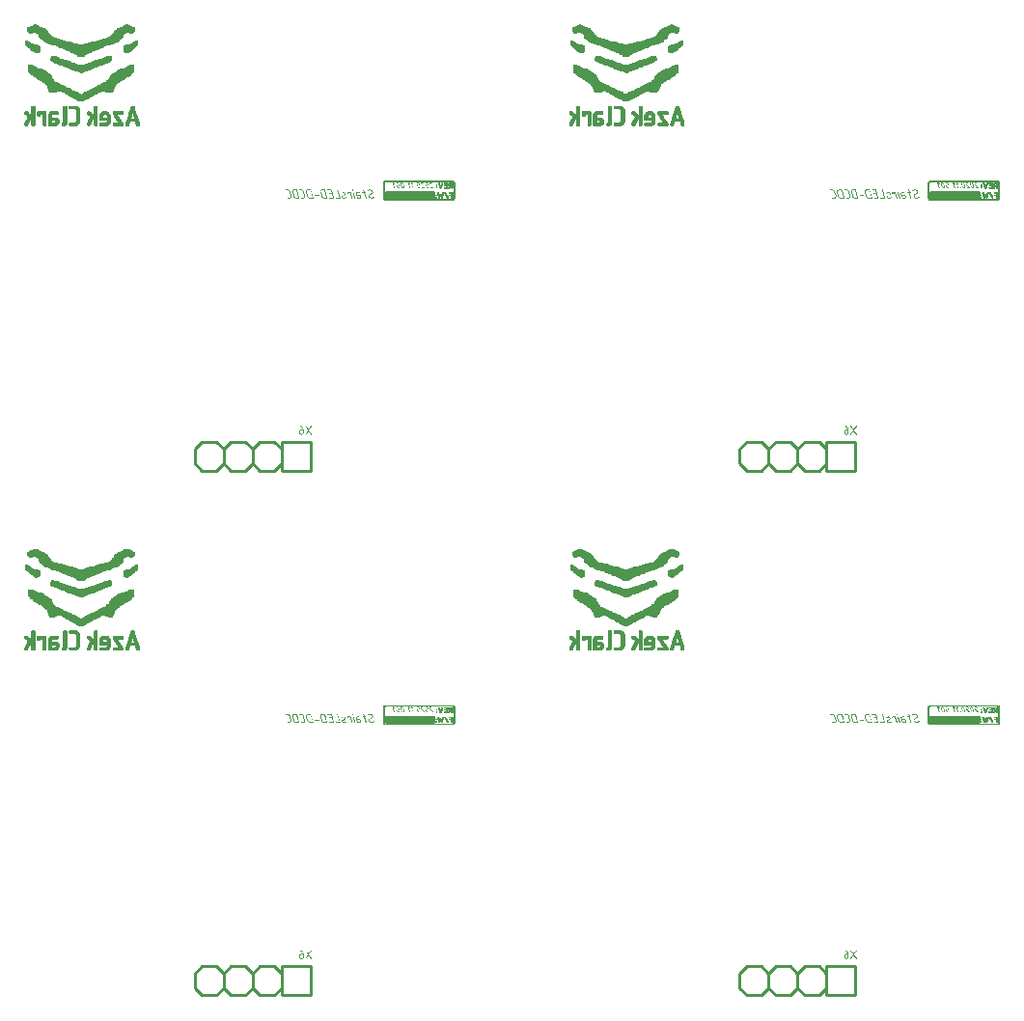
<source format=gbo>
G04*
G04 #@! TF.GenerationSoftware,Altium Limited,Altium Designer,20.1.10 (176)*
G04*
G04 Layer_Color=32896*
%FSLAX44Y44*%
%MOMM*%
G71*
G04*
G04 #@! TF.SameCoordinates,9745D311-7863-4EED-B8D5-1BD438EF7D2D*
G04*
G04*
G04 #@! TF.FilePolarity,Positive*
G04*
G01*
G75*
%ADD44C,0.2540*%
%ADD46C,0.0254*%
G36*
X860495Y715570D02*
X860661Y715542D01*
X860818Y715505D01*
X860947Y715459D01*
X861059Y715412D01*
X861142Y715375D01*
X861188Y715348D01*
X861206Y715338D01*
X861327Y715255D01*
X861447Y715154D01*
X861558Y715042D01*
X861669Y714941D01*
X861752Y714839D01*
X861817Y714765D01*
X861863Y714710D01*
X861881Y714700D01*
Y714691D01*
X861918Y714636D01*
X861937Y714580D01*
X861946Y714543D01*
Y714525D01*
X861937Y714451D01*
X861909Y714386D01*
X861881Y714349D01*
X861872Y714331D01*
X861807Y714284D01*
X861752Y714266D01*
X861706Y714257D01*
X861687D01*
X861641Y714266D01*
X861604Y714275D01*
X861548Y714312D01*
X861502Y714340D01*
X861493Y714358D01*
X861382Y714488D01*
X861271Y714589D01*
X861234Y714626D01*
X861197Y714654D01*
X861179Y714673D01*
X861169Y714682D01*
X861021Y714802D01*
X860883Y714895D01*
X860763Y714959D01*
X860661Y715005D01*
X860568Y715033D01*
X860513Y715042D01*
X860467Y715052D01*
X860458D01*
X860337Y715042D01*
X860236Y715033D01*
X860152Y715005D01*
X860069Y714968D01*
X860005Y714932D01*
X859958Y714885D01*
X859912Y714839D01*
X859875Y714793D01*
X859829Y714691D01*
X859801Y714608D01*
X859792Y714571D01*
Y714543D01*
Y714534D01*
Y714525D01*
X859801Y714405D01*
X859838Y714284D01*
X859893Y714164D01*
X859949Y714062D01*
X860014Y713970D01*
X860060Y713905D01*
X860097Y713859D01*
X860115Y713841D01*
X862935Y710753D01*
X862972Y710697D01*
X862991Y710642D01*
X863000Y710595D01*
Y710586D01*
Y710577D01*
X862991Y710494D01*
X862963Y710429D01*
X862917Y710383D01*
X862871Y710355D01*
X862824Y710337D01*
X862778Y710318D01*
X860568D01*
X860476Y710327D01*
X860411Y710355D01*
X860365Y710401D01*
X860337Y710447D01*
X860310Y710494D01*
X860300Y710540D01*
Y710568D01*
Y710577D01*
X860310Y710669D01*
X860337Y710734D01*
X860384Y710780D01*
X860430Y710808D01*
X860485Y710836D01*
X860522Y710845D01*
X862140D01*
X859736Y713480D01*
X859653Y713582D01*
X859579Y713674D01*
X859514Y713767D01*
X859459Y713859D01*
X859376Y714044D01*
X859320Y714201D01*
X859293Y714340D01*
X859283Y714395D01*
X859274Y714442D01*
X859265Y714479D01*
Y714506D01*
Y714525D01*
Y714534D01*
X859274Y714636D01*
X859283Y714737D01*
X859311Y714830D01*
X859339Y714904D01*
X859367Y714968D01*
X859385Y715015D01*
X859404Y715052D01*
X859413Y715061D01*
X859468Y715154D01*
X859542Y715237D01*
X859607Y715301D01*
X859681Y715357D01*
X859829Y715449D01*
X859977Y715514D01*
X860106Y715551D01*
X860208Y715570D01*
X860254Y715579D01*
X860310D01*
X860495Y715570D01*
D02*
G37*
G36*
X852876D02*
X853043Y715542D01*
X853200Y715505D01*
X853329Y715459D01*
X853440Y715412D01*
X853523Y715375D01*
X853569Y715348D01*
X853588Y715338D01*
X853708Y715255D01*
X853828Y715154D01*
X853939Y715042D01*
X854050Y714941D01*
X854134Y714839D01*
X854198Y714765D01*
X854244Y714710D01*
X854263Y714700D01*
Y714691D01*
X854300Y714636D01*
X854318Y714580D01*
X854328Y714543D01*
Y714525D01*
X854318Y714451D01*
X854291Y714386D01*
X854263Y714349D01*
X854254Y714331D01*
X854189Y714284D01*
X854134Y714266D01*
X854087Y714257D01*
X854069D01*
X854023Y714266D01*
X853986Y714275D01*
X853930Y714312D01*
X853884Y714340D01*
X853875Y714358D01*
X853764Y714488D01*
X853653Y714589D01*
X853616Y714626D01*
X853579Y714654D01*
X853560Y714673D01*
X853551Y714682D01*
X853403Y714802D01*
X853264Y714895D01*
X853144Y714959D01*
X853043Y715005D01*
X852950Y715033D01*
X852895Y715042D01*
X852848Y715052D01*
X852839D01*
X852719Y715042D01*
X852617Y715033D01*
X852534Y715005D01*
X852451Y714968D01*
X852386Y714932D01*
X852340Y714885D01*
X852294Y714839D01*
X852257Y714793D01*
X852210Y714691D01*
X852183Y714608D01*
X852173Y714571D01*
Y714543D01*
Y714534D01*
Y714525D01*
X852183Y714405D01*
X852220Y714284D01*
X852275Y714164D01*
X852331Y714062D01*
X852395Y713970D01*
X852442Y713905D01*
X852478Y713859D01*
X852497Y713841D01*
X855317Y710753D01*
X855354Y710697D01*
X855372Y710642D01*
X855382Y710595D01*
Y710586D01*
Y710577D01*
X855372Y710494D01*
X855345Y710429D01*
X855298Y710383D01*
X855252Y710355D01*
X855206Y710337D01*
X855160Y710318D01*
X852950D01*
X852858Y710327D01*
X852793Y710355D01*
X852747Y710401D01*
X852719Y710447D01*
X852691Y710494D01*
X852682Y710540D01*
Y710568D01*
Y710577D01*
X852691Y710669D01*
X852719Y710734D01*
X852765Y710780D01*
X852811Y710808D01*
X852867Y710836D01*
X852904Y710845D01*
X854522D01*
X852118Y713480D01*
X852035Y713582D01*
X851961Y713674D01*
X851896Y713767D01*
X851841Y713859D01*
X851757Y714044D01*
X851702Y714201D01*
X851674Y714340D01*
X851665Y714395D01*
X851656Y714442D01*
X851646Y714479D01*
Y714506D01*
Y714525D01*
Y714534D01*
X851656Y714636D01*
X851665Y714737D01*
X851693Y714830D01*
X851720Y714904D01*
X851748Y714968D01*
X851767Y715015D01*
X851785Y715052D01*
X851794Y715061D01*
X851850Y715154D01*
X851924Y715237D01*
X851989Y715301D01*
X852063Y715357D01*
X852210Y715449D01*
X852358Y715514D01*
X852488Y715551D01*
X852589Y715570D01*
X852636Y715579D01*
X852691D01*
X852876Y715570D01*
D02*
G37*
G36*
X382495D02*
X382661Y715542D01*
X382818Y715505D01*
X382948Y715459D01*
X383058Y715412D01*
X383142Y715375D01*
X383188Y715348D01*
X383206Y715338D01*
X383327Y715255D01*
X383447Y715154D01*
X383558Y715042D01*
X383669Y714941D01*
X383752Y714839D01*
X383817Y714765D01*
X383863Y714710D01*
X383881Y714700D01*
Y714691D01*
X383918Y714636D01*
X383937Y714580D01*
X383946Y714543D01*
Y714525D01*
X383937Y714451D01*
X383909Y714386D01*
X383881Y714349D01*
X383872Y714331D01*
X383807Y714284D01*
X383752Y714266D01*
X383706Y714257D01*
X383687D01*
X383641Y714266D01*
X383604Y714275D01*
X383549Y714312D01*
X383502Y714340D01*
X383493Y714358D01*
X383382Y714488D01*
X383271Y714589D01*
X383234Y714626D01*
X383197Y714654D01*
X383179Y714673D01*
X383169Y714682D01*
X383022Y714802D01*
X382883Y714895D01*
X382763Y714959D01*
X382661Y715005D01*
X382568Y715033D01*
X382513Y715042D01*
X382467Y715052D01*
X382458D01*
X382337Y715042D01*
X382236Y715033D01*
X382152Y715005D01*
X382069Y714968D01*
X382004Y714932D01*
X381958Y714885D01*
X381912Y714839D01*
X381875Y714793D01*
X381829Y714691D01*
X381801Y714608D01*
X381792Y714571D01*
Y714543D01*
Y714534D01*
Y714525D01*
X381801Y714405D01*
X381838Y714284D01*
X381894Y714164D01*
X381949Y714062D01*
X382014Y713970D01*
X382060Y713905D01*
X382097Y713859D01*
X382115Y713841D01*
X384935Y710753D01*
X384972Y710697D01*
X384991Y710642D01*
X385000Y710595D01*
Y710586D01*
Y710577D01*
X384991Y710494D01*
X384963Y710429D01*
X384917Y710383D01*
X384871Y710355D01*
X384824Y710337D01*
X384778Y710318D01*
X382568D01*
X382476Y710327D01*
X382411Y710355D01*
X382365Y710401D01*
X382337Y710447D01*
X382309Y710494D01*
X382300Y710540D01*
Y710568D01*
Y710577D01*
X382309Y710669D01*
X382337Y710734D01*
X382383Y710780D01*
X382430Y710808D01*
X382485Y710836D01*
X382522Y710845D01*
X384140D01*
X381736Y713480D01*
X381653Y713582D01*
X381579Y713674D01*
X381514Y713767D01*
X381459Y713859D01*
X381376Y714044D01*
X381320Y714201D01*
X381292Y714340D01*
X381283Y714395D01*
X381274Y714442D01*
X381265Y714479D01*
Y714506D01*
Y714525D01*
Y714534D01*
X381274Y714636D01*
X381283Y714737D01*
X381311Y714830D01*
X381339Y714904D01*
X381367Y714968D01*
X381385Y715015D01*
X381404Y715052D01*
X381413Y715061D01*
X381468Y715154D01*
X381542Y715237D01*
X381607Y715301D01*
X381681Y715357D01*
X381829Y715449D01*
X381977Y715514D01*
X382106Y715551D01*
X382208Y715570D01*
X382254Y715579D01*
X382309D01*
X382495Y715570D01*
D02*
G37*
G36*
X374876D02*
X375042Y715542D01*
X375200Y715505D01*
X375329Y715459D01*
X375440Y715412D01*
X375523Y715375D01*
X375569Y715348D01*
X375588Y715338D01*
X375708Y715255D01*
X375828Y715154D01*
X375939Y715042D01*
X376050Y714941D01*
X376133Y714839D01*
X376198Y714765D01*
X376244Y714710D01*
X376263Y714700D01*
Y714691D01*
X376300Y714636D01*
X376318Y714580D01*
X376328Y714543D01*
Y714525D01*
X376318Y714451D01*
X376291Y714386D01*
X376263Y714349D01*
X376254Y714331D01*
X376189Y714284D01*
X376133Y714266D01*
X376087Y714257D01*
X376069D01*
X376022Y714266D01*
X375986Y714275D01*
X375930Y714312D01*
X375884Y714340D01*
X375875Y714358D01*
X375764Y714488D01*
X375653Y714589D01*
X375616Y714626D01*
X375579Y714654D01*
X375560Y714673D01*
X375551Y714682D01*
X375403Y714802D01*
X375264Y714895D01*
X375144Y714959D01*
X375042Y715005D01*
X374950Y715033D01*
X374895Y715042D01*
X374848Y715052D01*
X374839D01*
X374719Y715042D01*
X374617Y715033D01*
X374534Y715005D01*
X374451Y714968D01*
X374386Y714932D01*
X374340Y714885D01*
X374294Y714839D01*
X374257Y714793D01*
X374210Y714691D01*
X374183Y714608D01*
X374173Y714571D01*
Y714543D01*
Y714534D01*
Y714525D01*
X374183Y714405D01*
X374220Y714284D01*
X374275Y714164D01*
X374331Y714062D01*
X374395Y713970D01*
X374441Y713905D01*
X374478Y713859D01*
X374497Y713841D01*
X377317Y710753D01*
X377354Y710697D01*
X377372Y710642D01*
X377382Y710595D01*
Y710586D01*
Y710577D01*
X377372Y710494D01*
X377345Y710429D01*
X377298Y710383D01*
X377252Y710355D01*
X377206Y710337D01*
X377160Y710318D01*
X374950D01*
X374858Y710327D01*
X374793Y710355D01*
X374747Y710401D01*
X374719Y710447D01*
X374691Y710494D01*
X374682Y710540D01*
Y710568D01*
Y710577D01*
X374691Y710669D01*
X374719Y710734D01*
X374765Y710780D01*
X374811Y710808D01*
X374867Y710836D01*
X374904Y710845D01*
X376522D01*
X374118Y713480D01*
X374035Y713582D01*
X373961Y713674D01*
X373896Y713767D01*
X373841Y713859D01*
X373757Y714044D01*
X373702Y714201D01*
X373674Y714340D01*
X373665Y714395D01*
X373656Y714442D01*
X373646Y714479D01*
Y714506D01*
Y714525D01*
Y714534D01*
X373656Y714636D01*
X373665Y714737D01*
X373693Y714830D01*
X373720Y714904D01*
X373748Y714968D01*
X373767Y715015D01*
X373785Y715052D01*
X373794Y715061D01*
X373850Y715154D01*
X373924Y715237D01*
X373988Y715301D01*
X374062Y715357D01*
X374210Y715449D01*
X374358Y715514D01*
X374488Y715551D01*
X374590Y715570D01*
X374636Y715579D01*
X374691D01*
X374876Y715570D01*
D02*
G37*
G36*
X843566Y715560D02*
X843621Y715542D01*
X843658Y715523D01*
X843668Y715514D01*
X845036Y714460D01*
X845091Y714405D01*
X845119Y714349D01*
X845137Y714303D01*
Y714294D01*
Y714284D01*
Y714210D01*
X845119Y714146D01*
X845100Y714109D01*
X845091Y714090D01*
X845036Y714044D01*
X844980Y714007D01*
X844934Y713988D01*
X844916D01*
X844832Y713998D01*
X844768Y714016D01*
X844731Y714035D01*
X844712Y714044D01*
X843963Y714626D01*
X845027Y710651D01*
X845045Y710595D01*
Y710577D01*
Y710568D01*
X845036Y710494D01*
X844999Y710438D01*
X844971Y710401D01*
X844962Y710392D01*
X844897Y710346D01*
X844842Y710327D01*
X844795Y710318D01*
X844777D01*
X844712Y710327D01*
X844657Y710346D01*
X844611Y710383D01*
X844583Y710420D01*
X844537Y710484D01*
X844527Y710503D01*
Y710512D01*
X843251Y715227D01*
Y715255D01*
Y715283D01*
Y715301D01*
Y715311D01*
X843261Y715394D01*
X843288Y715459D01*
X843335Y715505D01*
X843381Y715542D01*
X843427Y715560D01*
X843473Y715570D01*
X843510D01*
X843566Y715560D01*
D02*
G37*
G36*
X840848D02*
X840903Y715542D01*
X840940Y715523D01*
X840949Y715514D01*
X842318Y714460D01*
X842373Y714405D01*
X842401Y714349D01*
X842419Y714303D01*
Y714294D01*
Y714284D01*
Y714210D01*
X842401Y714146D01*
X842382Y714109D01*
X842373Y714090D01*
X842318Y714044D01*
X842262Y714007D01*
X842216Y713988D01*
X842197D01*
X842114Y713998D01*
X842049Y714016D01*
X842012Y714035D01*
X841994Y714044D01*
X841245Y714626D01*
X842308Y710651D01*
X842327Y710595D01*
Y710577D01*
Y710568D01*
X842318Y710494D01*
X842281Y710438D01*
X842253Y710401D01*
X842244Y710392D01*
X842179Y710346D01*
X842123Y710327D01*
X842077Y710318D01*
X842059D01*
X841994Y710327D01*
X841938Y710346D01*
X841892Y710383D01*
X841865Y710420D01*
X841818Y710484D01*
X841809Y710503D01*
Y710512D01*
X840533Y715227D01*
Y715255D01*
Y715283D01*
Y715301D01*
Y715311D01*
X840543Y715394D01*
X840570Y715459D01*
X840616Y715505D01*
X840663Y715542D01*
X840709Y715560D01*
X840755Y715570D01*
X840792D01*
X840848Y715560D01*
D02*
G37*
G36*
X827247D02*
X827303Y715542D01*
X827340Y715523D01*
X827349Y715514D01*
X828717Y714460D01*
X828773Y714405D01*
X828801Y714349D01*
X828819Y714303D01*
Y714294D01*
Y714284D01*
Y714210D01*
X828801Y714146D01*
X828782Y714109D01*
X828773Y714090D01*
X828717Y714044D01*
X828662Y714007D01*
X828616Y713988D01*
X828597D01*
X828514Y713998D01*
X828449Y714016D01*
X828412Y714035D01*
X828394Y714044D01*
X827645Y714626D01*
X828708Y710651D01*
X828727Y710595D01*
Y710577D01*
Y710568D01*
X828717Y710494D01*
X828680Y710438D01*
X828653Y710401D01*
X828643Y710392D01*
X828579Y710346D01*
X828523Y710327D01*
X828477Y710318D01*
X828458D01*
X828394Y710327D01*
X828338Y710346D01*
X828292Y710383D01*
X828264Y710420D01*
X828218Y710484D01*
X828209Y710503D01*
Y710512D01*
X826933Y715227D01*
Y715255D01*
Y715283D01*
Y715301D01*
Y715311D01*
X826942Y715394D01*
X826970Y715459D01*
X827016Y715505D01*
X827062Y715542D01*
X827109Y715560D01*
X827155Y715570D01*
X827192D01*
X827247Y715560D01*
D02*
G37*
G36*
X365566D02*
X365621Y715542D01*
X365658Y715523D01*
X365667Y715514D01*
X367036Y714460D01*
X367091Y714405D01*
X367119Y714349D01*
X367137Y714303D01*
Y714294D01*
Y714284D01*
Y714210D01*
X367119Y714146D01*
X367100Y714109D01*
X367091Y714090D01*
X367036Y714044D01*
X366980Y714007D01*
X366934Y713988D01*
X366916D01*
X366832Y713998D01*
X366768Y714016D01*
X366731Y714035D01*
X366712Y714044D01*
X365963Y714626D01*
X367027Y710651D01*
X367045Y710595D01*
Y710577D01*
Y710568D01*
X367036Y710494D01*
X366999Y710438D01*
X366971Y710401D01*
X366962Y710392D01*
X366897Y710346D01*
X366842Y710327D01*
X366795Y710318D01*
X366777D01*
X366712Y710327D01*
X366657Y710346D01*
X366610Y710383D01*
X366583Y710420D01*
X366537Y710484D01*
X366527Y710503D01*
Y710512D01*
X365251Y715227D01*
Y715255D01*
Y715283D01*
Y715301D01*
Y715311D01*
X365261Y715394D01*
X365288Y715459D01*
X365335Y715505D01*
X365381Y715542D01*
X365427Y715560D01*
X365473Y715570D01*
X365510D01*
X365566Y715560D01*
D02*
G37*
G36*
X362848D02*
X362903Y715542D01*
X362940Y715523D01*
X362949Y715514D01*
X364318Y714460D01*
X364373Y714405D01*
X364401Y714349D01*
X364419Y714303D01*
Y714294D01*
Y714284D01*
Y714210D01*
X364401Y714146D01*
X364382Y714109D01*
X364373Y714090D01*
X364318Y714044D01*
X364262Y714007D01*
X364216Y713988D01*
X364197D01*
X364114Y713998D01*
X364049Y714016D01*
X364012Y714035D01*
X363994Y714044D01*
X363245Y714626D01*
X364308Y710651D01*
X364327Y710595D01*
Y710577D01*
Y710568D01*
X364318Y710494D01*
X364281Y710438D01*
X364253Y710401D01*
X364244Y710392D01*
X364179Y710346D01*
X364123Y710327D01*
X364077Y710318D01*
X364059D01*
X363994Y710327D01*
X363938Y710346D01*
X363892Y710383D01*
X363865Y710420D01*
X363818Y710484D01*
X363809Y710503D01*
Y710512D01*
X362533Y715227D01*
Y715255D01*
Y715283D01*
Y715301D01*
Y715311D01*
X362542Y715394D01*
X362570Y715459D01*
X362616Y715505D01*
X362663Y715542D01*
X362709Y715560D01*
X362755Y715570D01*
X362792D01*
X362848Y715560D01*
D02*
G37*
G36*
X349247D02*
X349303Y715542D01*
X349340Y715523D01*
X349349Y715514D01*
X350717Y714460D01*
X350773Y714405D01*
X350801Y714349D01*
X350819Y714303D01*
Y714294D01*
Y714284D01*
Y714210D01*
X350801Y714146D01*
X350782Y714109D01*
X350773Y714090D01*
X350717Y714044D01*
X350662Y714007D01*
X350616Y713988D01*
X350597D01*
X350514Y713998D01*
X350449Y714016D01*
X350412Y714035D01*
X350394Y714044D01*
X349645Y714626D01*
X350708Y710651D01*
X350727Y710595D01*
Y710577D01*
Y710568D01*
X350717Y710494D01*
X350680Y710438D01*
X350653Y710401D01*
X350643Y710392D01*
X350579Y710346D01*
X350523Y710327D01*
X350477Y710318D01*
X350458D01*
X350394Y710327D01*
X350338Y710346D01*
X350292Y710383D01*
X350264Y710420D01*
X350218Y710484D01*
X350209Y710503D01*
Y710512D01*
X348933Y715227D01*
Y715255D01*
Y715283D01*
Y715301D01*
Y715311D01*
X348942Y715394D01*
X348970Y715459D01*
X349016Y715505D01*
X349062Y715542D01*
X349109Y715560D01*
X349155Y715570D01*
X349192D01*
X349247Y715560D01*
D02*
G37*
G36*
X856676D02*
X856852Y715523D01*
X857009Y715459D01*
X857166Y715366D01*
X857305Y715264D01*
X857434Y715154D01*
X857554Y715033D01*
X857665Y714904D01*
X857767Y714774D01*
X857850Y714654D01*
X857924Y714543D01*
X857989Y714442D01*
X858035Y714358D01*
X858072Y714284D01*
X858091Y714247D01*
X858100Y714229D01*
X858220Y713961D01*
X858322Y713711D01*
X858405Y713452D01*
X858488Y713212D01*
X858553Y712981D01*
X858599Y712768D01*
X858645Y712565D01*
X858682Y712371D01*
X858710Y712204D01*
X858729Y712047D01*
X858747Y711908D01*
X858756Y711797D01*
Y711705D01*
X858765Y711640D01*
Y711603D01*
Y711585D01*
X858756Y711363D01*
X858729Y711169D01*
X858682Y711002D01*
X858636Y710854D01*
X858571Y710734D01*
X858497Y710623D01*
X858423Y710540D01*
X858340Y710475D01*
X858257Y710429D01*
X858183Y710383D01*
X858109Y710355D01*
X858044Y710337D01*
X857989Y710327D01*
X857952Y710318D01*
X857915D01*
X857739Y710337D01*
X857564Y710374D01*
X857406Y710438D01*
X857249Y710531D01*
X857111Y710623D01*
X856972Y710743D01*
X856852Y710863D01*
X856741Y710984D01*
X856648Y711104D01*
X856556Y711224D01*
X856482Y711344D01*
X856417Y711446D01*
X856371Y711529D01*
X856334Y711594D01*
X856316Y711631D01*
X856306Y711649D01*
X856186Y711917D01*
X856084Y712176D01*
X856001Y712426D01*
X855918Y712666D01*
X855853Y712897D01*
X855807Y713110D01*
X855761Y713314D01*
X855724Y713508D01*
X855696Y713674D01*
X855677Y713831D01*
X855659Y713970D01*
X855650Y714081D01*
X855640Y714173D01*
Y714238D01*
Y714284D01*
Y714294D01*
X855650Y714516D01*
X855677Y714719D01*
X855724Y714885D01*
X855770Y715033D01*
X855844Y715163D01*
X855909Y715264D01*
X855992Y715348D01*
X856066Y715422D01*
X856149Y715468D01*
X856232Y715514D01*
X856297Y715542D01*
X856362Y715560D01*
X856417Y715570D01*
X856463Y715579D01*
X856500D01*
X856676Y715560D01*
D02*
G37*
G36*
X849058D02*
X849233Y715523D01*
X849390Y715459D01*
X849548Y715366D01*
X849686Y715264D01*
X849816Y715154D01*
X849936Y715033D01*
X850047Y714904D01*
X850149Y714774D01*
X850232Y714654D01*
X850306Y714543D01*
X850370Y714442D01*
X850417Y714358D01*
X850454Y714284D01*
X850472Y714247D01*
X850481Y714229D01*
X850602Y713961D01*
X850703Y713711D01*
X850787Y713452D01*
X850870Y713212D01*
X850935Y712981D01*
X850981Y712768D01*
X851027Y712565D01*
X851064Y712371D01*
X851092Y712204D01*
X851110Y712047D01*
X851129Y711908D01*
X851138Y711797D01*
Y711705D01*
X851147Y711640D01*
Y711603D01*
Y711585D01*
X851138Y711363D01*
X851110Y711169D01*
X851064Y711002D01*
X851018Y710854D01*
X850953Y710734D01*
X850879Y710623D01*
X850805Y710540D01*
X850722Y710475D01*
X850639Y710429D01*
X850565Y710383D01*
X850491Y710355D01*
X850426Y710337D01*
X850370Y710327D01*
X850334Y710318D01*
X850297D01*
X850121Y710337D01*
X849945Y710374D01*
X849788Y710438D01*
X849631Y710531D01*
X849492Y710623D01*
X849353Y710743D01*
X849233Y710863D01*
X849122Y710984D01*
X849030Y711104D01*
X848938Y711224D01*
X848864Y711344D01*
X848799Y711446D01*
X848753Y711529D01*
X848716Y711594D01*
X848697Y711631D01*
X848688Y711649D01*
X848568Y711917D01*
X848466Y712176D01*
X848383Y712426D01*
X848299Y712666D01*
X848235Y712897D01*
X848189Y713110D01*
X848142Y713314D01*
X848105Y713508D01*
X848078Y713674D01*
X848059Y713831D01*
X848041Y713970D01*
X848031Y714081D01*
X848022Y714173D01*
Y714238D01*
Y714284D01*
Y714294D01*
X848031Y714516D01*
X848059Y714719D01*
X848105Y714885D01*
X848152Y715033D01*
X848226Y715163D01*
X848290Y715264D01*
X848373Y715348D01*
X848447Y715422D01*
X848531Y715468D01*
X848614Y715514D01*
X848679Y715542D01*
X848743Y715560D01*
X848799Y715570D01*
X848845Y715579D01*
X848882D01*
X849058Y715560D01*
D02*
G37*
G36*
X847495Y711095D02*
X847551Y711076D01*
X847597Y711039D01*
X847634Y711002D01*
X847652Y710965D01*
X847671Y710928D01*
X847680Y710910D01*
Y710900D01*
X847754Y710651D01*
X847763Y710623D01*
Y710595D01*
Y710577D01*
Y710568D01*
X847754Y710484D01*
X847717Y710420D01*
X847680Y710383D01*
X847625Y710346D01*
X847578Y710327D01*
X847532Y710318D01*
X847495D01*
X847430Y710327D01*
X847375Y710346D01*
X847329Y710383D01*
X847301Y710420D01*
X847255Y710484D01*
X847245Y710503D01*
Y710512D01*
X847181Y710762D01*
X847172Y710789D01*
Y710817D01*
Y710836D01*
Y710845D01*
X847181Y710928D01*
X847208Y710993D01*
X847255Y711039D01*
X847301Y711076D01*
X847347Y711095D01*
X847393Y711104D01*
X847430D01*
X847495Y711095D01*
D02*
G37*
G36*
X834912Y715560D02*
X835088Y715523D01*
X835245Y715459D01*
X835402Y715366D01*
X835541Y715264D01*
X835670Y715154D01*
X835790Y715033D01*
X835901Y714904D01*
X836003Y714774D01*
X836086Y714654D01*
X836160Y714543D01*
X836225Y714442D01*
X836271Y714358D01*
X836308Y714284D01*
X836327Y714247D01*
X836336Y714229D01*
X836456Y713961D01*
X836558Y713711D01*
X836641Y713452D01*
X836724Y713212D01*
X836789Y712981D01*
X836835Y712768D01*
X836881Y712565D01*
X836918Y712371D01*
X836946Y712204D01*
X836964Y712047D01*
X836983Y711908D01*
X836992Y711797D01*
Y711705D01*
X837001Y711640D01*
Y711603D01*
Y711585D01*
X836992Y711363D01*
X836964Y711169D01*
X836918Y711002D01*
X836872Y710854D01*
X836807Y710734D01*
X836733Y710623D01*
X836659Y710540D01*
X836576Y710475D01*
X836493Y710429D01*
X836419Y710383D01*
X836345Y710355D01*
X836280Y710337D01*
X836225Y710327D01*
X836188Y710318D01*
X836151D01*
X835975Y710337D01*
X835799Y710374D01*
X835642Y710438D01*
X835485Y710531D01*
X835346Y710623D01*
X835208Y710743D01*
X835088Y710863D01*
X834977Y710984D01*
X834884Y711104D01*
X834792Y711224D01*
X834718Y711344D01*
X834653Y711446D01*
X834607Y711529D01*
X834570Y711594D01*
X834551Y711631D01*
X834542Y711649D01*
X834422Y711917D01*
X834320Y712176D01*
X834237Y712426D01*
X834154Y712666D01*
X834089Y712897D01*
X834043Y713110D01*
X833997Y713314D01*
X833960Y713508D01*
X833932Y713674D01*
X833913Y713831D01*
X833895Y713970D01*
X833886Y714081D01*
X833876Y714173D01*
Y714238D01*
Y714284D01*
Y714294D01*
X833886Y714516D01*
X833913Y714719D01*
X833960Y714885D01*
X834006Y715033D01*
X834080Y715163D01*
X834145Y715264D01*
X834228Y715348D01*
X834302Y715422D01*
X834385Y715468D01*
X834468Y715514D01*
X834533Y715542D01*
X834597Y715560D01*
X834653Y715570D01*
X834699Y715579D01*
X834736D01*
X834912Y715560D01*
D02*
G37*
G36*
X831103D02*
X831278Y715523D01*
X831435Y715459D01*
X831593Y715366D01*
X831731Y715264D01*
X831861Y715154D01*
X831981Y715033D01*
X832092Y714904D01*
X832194Y714774D01*
X832277Y714654D01*
X832351Y714543D01*
X832416Y714442D01*
X832462Y714358D01*
X832499Y714284D01*
X832517Y714247D01*
X832526Y714229D01*
X832647Y713961D01*
X832748Y713711D01*
X832832Y713452D01*
X832915Y713212D01*
X832980Y712981D01*
X833026Y712768D01*
X833072Y712565D01*
X833109Y712371D01*
X833137Y712204D01*
X833155Y712047D01*
X833174Y711908D01*
X833183Y711797D01*
Y711705D01*
X833192Y711640D01*
Y711603D01*
Y711585D01*
X833183Y711363D01*
X833155Y711169D01*
X833109Y711002D01*
X833063Y710854D01*
X832998Y710734D01*
X832924Y710623D01*
X832850Y710540D01*
X832767Y710475D01*
X832684Y710429D01*
X832610Y710383D01*
X832536Y710355D01*
X832471Y710337D01*
X832416Y710327D01*
X832379Y710318D01*
X832342D01*
X832166Y710337D01*
X831990Y710374D01*
X831833Y710438D01*
X831676Y710531D01*
X831537Y710623D01*
X831399Y710743D01*
X831278Y710863D01*
X831167Y710984D01*
X831075Y711104D01*
X830983Y711224D01*
X830909Y711344D01*
X830844Y711446D01*
X830798Y711529D01*
X830761Y711594D01*
X830742Y711631D01*
X830733Y711649D01*
X830613Y711917D01*
X830511Y712176D01*
X830428Y712426D01*
X830345Y712666D01*
X830280Y712897D01*
X830234Y713110D01*
X830187Y713314D01*
X830150Y713508D01*
X830123Y713674D01*
X830104Y713831D01*
X830086Y713970D01*
X830076Y714081D01*
X830067Y714173D01*
Y714238D01*
Y714284D01*
Y714294D01*
X830076Y714516D01*
X830104Y714719D01*
X830150Y714885D01*
X830197Y715033D01*
X830271Y715163D01*
X830335Y715264D01*
X830418Y715348D01*
X830492Y715422D01*
X830576Y715468D01*
X830659Y715514D01*
X830724Y715542D01*
X830788Y715560D01*
X830844Y715570D01*
X830890Y715579D01*
X830927D01*
X831103Y715560D01*
D02*
G37*
G36*
X378676D02*
X378852Y715523D01*
X379009Y715459D01*
X379166Y715366D01*
X379305Y715264D01*
X379434Y715154D01*
X379554Y715033D01*
X379665Y714904D01*
X379767Y714774D01*
X379850Y714654D01*
X379924Y714543D01*
X379989Y714442D01*
X380035Y714358D01*
X380072Y714284D01*
X380091Y714247D01*
X380100Y714229D01*
X380220Y713961D01*
X380322Y713711D01*
X380405Y713452D01*
X380488Y713212D01*
X380553Y712981D01*
X380599Y712768D01*
X380645Y712565D01*
X380682Y712371D01*
X380710Y712204D01*
X380729Y712047D01*
X380747Y711908D01*
X380756Y711797D01*
Y711705D01*
X380765Y711640D01*
Y711603D01*
Y711585D01*
X380756Y711363D01*
X380729Y711169D01*
X380682Y711002D01*
X380636Y710854D01*
X380571Y710734D01*
X380497Y710623D01*
X380423Y710540D01*
X380340Y710475D01*
X380257Y710429D01*
X380183Y710383D01*
X380109Y710355D01*
X380044Y710337D01*
X379989Y710327D01*
X379952Y710318D01*
X379915D01*
X379739Y710337D01*
X379564Y710374D01*
X379406Y710438D01*
X379249Y710531D01*
X379111Y710623D01*
X378972Y710743D01*
X378852Y710863D01*
X378741Y710984D01*
X378648Y711104D01*
X378556Y711224D01*
X378482Y711344D01*
X378417Y711446D01*
X378371Y711529D01*
X378334Y711594D01*
X378315Y711631D01*
X378306Y711649D01*
X378186Y711917D01*
X378084Y712176D01*
X378001Y712426D01*
X377918Y712666D01*
X377853Y712897D01*
X377807Y713110D01*
X377761Y713314D01*
X377724Y713508D01*
X377696Y713674D01*
X377677Y713831D01*
X377659Y713970D01*
X377650Y714081D01*
X377640Y714173D01*
Y714238D01*
Y714284D01*
Y714294D01*
X377650Y714516D01*
X377677Y714719D01*
X377724Y714885D01*
X377770Y715033D01*
X377844Y715163D01*
X377909Y715264D01*
X377992Y715348D01*
X378066Y715422D01*
X378149Y715468D01*
X378232Y715514D01*
X378297Y715542D01*
X378362Y715560D01*
X378417Y715570D01*
X378463Y715579D01*
X378500D01*
X378676Y715560D01*
D02*
G37*
G36*
X371058D02*
X371233Y715523D01*
X371390Y715459D01*
X371548Y715366D01*
X371686Y715264D01*
X371816Y715154D01*
X371936Y715033D01*
X372047Y714904D01*
X372149Y714774D01*
X372232Y714654D01*
X372306Y714543D01*
X372370Y714442D01*
X372417Y714358D01*
X372454Y714284D01*
X372472Y714247D01*
X372481Y714229D01*
X372602Y713961D01*
X372703Y713711D01*
X372787Y713452D01*
X372870Y713212D01*
X372934Y712981D01*
X372981Y712768D01*
X373027Y712565D01*
X373064Y712371D01*
X373092Y712204D01*
X373110Y712047D01*
X373129Y711908D01*
X373138Y711797D01*
Y711705D01*
X373147Y711640D01*
Y711603D01*
Y711585D01*
X373138Y711363D01*
X373110Y711169D01*
X373064Y711002D01*
X373018Y710854D01*
X372953Y710734D01*
X372879Y710623D01*
X372805Y710540D01*
X372722Y710475D01*
X372639Y710429D01*
X372565Y710383D01*
X372491Y710355D01*
X372426Y710337D01*
X372370Y710327D01*
X372333Y710318D01*
X372297D01*
X372121Y710337D01*
X371945Y710374D01*
X371788Y710438D01*
X371631Y710531D01*
X371492Y710623D01*
X371353Y710743D01*
X371233Y710863D01*
X371122Y710984D01*
X371030Y711104D01*
X370938Y711224D01*
X370863Y711344D01*
X370799Y711446D01*
X370752Y711529D01*
X370716Y711594D01*
X370697Y711631D01*
X370688Y711649D01*
X370568Y711917D01*
X370466Y712176D01*
X370383Y712426D01*
X370299Y712666D01*
X370235Y712897D01*
X370189Y713110D01*
X370142Y713314D01*
X370105Y713508D01*
X370078Y713674D01*
X370059Y713831D01*
X370041Y713970D01*
X370031Y714081D01*
X370022Y714173D01*
Y714238D01*
Y714284D01*
Y714294D01*
X370031Y714516D01*
X370059Y714719D01*
X370105Y714885D01*
X370152Y715033D01*
X370225Y715163D01*
X370290Y715264D01*
X370373Y715348D01*
X370447Y715422D01*
X370531Y715468D01*
X370614Y715514D01*
X370679Y715542D01*
X370743Y715560D01*
X370799Y715570D01*
X370845Y715579D01*
X370882D01*
X371058Y715560D01*
D02*
G37*
G36*
X369495Y711095D02*
X369551Y711076D01*
X369597Y711039D01*
X369634Y711002D01*
X369652Y710965D01*
X369671Y710928D01*
X369680Y710910D01*
Y710900D01*
X369754Y710651D01*
X369763Y710623D01*
Y710595D01*
Y710577D01*
Y710568D01*
X369754Y710484D01*
X369717Y710420D01*
X369680Y710383D01*
X369625Y710346D01*
X369578Y710327D01*
X369532Y710318D01*
X369495D01*
X369430Y710327D01*
X369375Y710346D01*
X369329Y710383D01*
X369301Y710420D01*
X369255Y710484D01*
X369245Y710503D01*
Y710512D01*
X369181Y710762D01*
X369172Y710789D01*
Y710817D01*
Y710836D01*
Y710845D01*
X369181Y710928D01*
X369208Y710993D01*
X369255Y711039D01*
X369301Y711076D01*
X369347Y711095D01*
X369393Y711104D01*
X369430D01*
X369495Y711095D01*
D02*
G37*
G36*
X356912Y715560D02*
X357088Y715523D01*
X357245Y715459D01*
X357402Y715366D01*
X357541Y715264D01*
X357670Y715154D01*
X357790Y715033D01*
X357901Y714904D01*
X358003Y714774D01*
X358086Y714654D01*
X358160Y714543D01*
X358225Y714442D01*
X358271Y714358D01*
X358308Y714284D01*
X358326Y714247D01*
X358336Y714229D01*
X358456Y713961D01*
X358558Y713711D01*
X358641Y713452D01*
X358724Y713212D01*
X358789Y712981D01*
X358835Y712768D01*
X358881Y712565D01*
X358918Y712371D01*
X358946Y712204D01*
X358964Y712047D01*
X358983Y711908D01*
X358992Y711797D01*
Y711705D01*
X359001Y711640D01*
Y711603D01*
Y711585D01*
X358992Y711363D01*
X358964Y711169D01*
X358918Y711002D01*
X358872Y710854D01*
X358807Y710734D01*
X358733Y710623D01*
X358659Y710540D01*
X358576Y710475D01*
X358493Y710429D01*
X358419Y710383D01*
X358345Y710355D01*
X358280Y710337D01*
X358225Y710327D01*
X358188Y710318D01*
X358151D01*
X357975Y710337D01*
X357799Y710374D01*
X357642Y710438D01*
X357485Y710531D01*
X357346Y710623D01*
X357208Y710743D01*
X357088Y710863D01*
X356977Y710984D01*
X356884Y711104D01*
X356792Y711224D01*
X356718Y711344D01*
X356653Y711446D01*
X356607Y711529D01*
X356570Y711594D01*
X356551Y711631D01*
X356542Y711649D01*
X356422Y711917D01*
X356320Y712176D01*
X356237Y712426D01*
X356154Y712666D01*
X356089Y712897D01*
X356043Y713110D01*
X355997Y713314D01*
X355960Y713508D01*
X355932Y713674D01*
X355913Y713831D01*
X355895Y713970D01*
X355886Y714081D01*
X355876Y714173D01*
Y714238D01*
Y714284D01*
Y714294D01*
X355886Y714516D01*
X355913Y714719D01*
X355960Y714885D01*
X356006Y715033D01*
X356080Y715163D01*
X356144Y715264D01*
X356228Y715348D01*
X356302Y715422D01*
X356385Y715468D01*
X356468Y715514D01*
X356533Y715542D01*
X356598Y715560D01*
X356653Y715570D01*
X356699Y715579D01*
X356736D01*
X356912Y715560D01*
D02*
G37*
G36*
X353103D02*
X353278Y715523D01*
X353436Y715459D01*
X353593Y715366D01*
X353731Y715264D01*
X353861Y715154D01*
X353981Y715033D01*
X354092Y714904D01*
X354194Y714774D01*
X354277Y714654D01*
X354351Y714543D01*
X354416Y714442D01*
X354462Y714358D01*
X354499Y714284D01*
X354517Y714247D01*
X354526Y714229D01*
X354647Y713961D01*
X354748Y713711D01*
X354832Y713452D01*
X354915Y713212D01*
X354980Y712981D01*
X355026Y712768D01*
X355072Y712565D01*
X355109Y712371D01*
X355137Y712204D01*
X355155Y712047D01*
X355174Y711908D01*
X355183Y711797D01*
Y711705D01*
X355192Y711640D01*
Y711603D01*
Y711585D01*
X355183Y711363D01*
X355155Y711169D01*
X355109Y711002D01*
X355063Y710854D01*
X354998Y710734D01*
X354924Y710623D01*
X354850Y710540D01*
X354767Y710475D01*
X354684Y710429D01*
X354610Y710383D01*
X354536Y710355D01*
X354471Y710337D01*
X354416Y710327D01*
X354379Y710318D01*
X354342D01*
X354166Y710337D01*
X353990Y710374D01*
X353833Y710438D01*
X353676Y710531D01*
X353537Y710623D01*
X353399Y710743D01*
X353278Y710863D01*
X353167Y710984D01*
X353075Y711104D01*
X352982Y711224D01*
X352909Y711344D01*
X352844Y711446D01*
X352798Y711529D01*
X352761Y711594D01*
X352742Y711631D01*
X352733Y711649D01*
X352613Y711917D01*
X352511Y712176D01*
X352428Y712426D01*
X352345Y712666D01*
X352280Y712897D01*
X352234Y713110D01*
X352187Y713314D01*
X352150Y713508D01*
X352123Y713674D01*
X352104Y713831D01*
X352086Y713970D01*
X352076Y714081D01*
X352067Y714173D01*
Y714238D01*
Y714284D01*
Y714294D01*
X352076Y714516D01*
X352104Y714719D01*
X352150Y714885D01*
X352197Y715033D01*
X352271Y715163D01*
X352335Y715264D01*
X352419Y715348D01*
X352492Y715422D01*
X352576Y715468D01*
X352659Y715514D01*
X352724Y715542D01*
X352788Y715560D01*
X352844Y715570D01*
X352890Y715579D01*
X352927D01*
X353103Y715560D01*
D02*
G37*
G36*
X791876Y709181D02*
X791959Y709154D01*
X792028Y709098D01*
X792070Y709043D01*
X792111Y708987D01*
X792139Y708932D01*
X792153Y708904D01*
Y708890D01*
X792264Y708502D01*
X792278Y708432D01*
Y708405D01*
Y708391D01*
X792264Y708266D01*
X792208Y708169D01*
X792153Y708100D01*
X792070Y708058D01*
X792000Y708030D01*
X791931Y708003D01*
X791876D01*
X791778Y708017D01*
X791695Y708044D01*
X791626Y708100D01*
X791584Y708155D01*
X791515Y708252D01*
X791501Y708280D01*
Y708294D01*
X791390Y708682D01*
Y708724D01*
Y708765D01*
Y708793D01*
Y708807D01*
X791404Y708932D01*
X791446Y709029D01*
X791515Y709098D01*
X791584Y709154D01*
X791654Y709181D01*
X791723Y709195D01*
X791778D01*
X791876Y709181D01*
D02*
G37*
G36*
X313876D02*
X313959Y709154D01*
X314028Y709098D01*
X314070Y709043D01*
X314111Y708987D01*
X314139Y708932D01*
X314153Y708904D01*
Y708890D01*
X314264Y708502D01*
X314278Y708432D01*
Y708405D01*
Y708391D01*
X314264Y708266D01*
X314208Y708169D01*
X314153Y708100D01*
X314070Y708058D01*
X314000Y708030D01*
X313931Y708003D01*
X313876D01*
X313778Y708017D01*
X313695Y708044D01*
X313626Y708100D01*
X313584Y708155D01*
X313515Y708252D01*
X313501Y708280D01*
Y708294D01*
X313390Y708682D01*
Y708724D01*
Y708765D01*
Y708793D01*
Y708807D01*
X313404Y708932D01*
X313446Y709029D01*
X313515Y709098D01*
X313584Y709154D01*
X313654Y709181D01*
X313723Y709195D01*
X313778D01*
X313876Y709181D01*
D02*
G37*
G36*
X762253Y704064D02*
X762350Y704022D01*
X762419Y703953D01*
X762461Y703884D01*
X762488Y703801D01*
X762516Y703745D01*
Y703689D01*
Y703676D01*
X762502Y703551D01*
X762447Y703454D01*
X762391Y703384D01*
X762308Y703343D01*
X762239Y703315D01*
X762169Y703287D01*
X758855D01*
X758730Y703301D01*
X758633Y703343D01*
X758564Y703412D01*
X758508Y703482D01*
X758480Y703551D01*
X758466Y703620D01*
Y703662D01*
Y703676D01*
X758480Y703814D01*
X758522Y703911D01*
X758591Y703981D01*
X758661Y704022D01*
X758730Y704064D01*
X758799Y704078D01*
X762114D01*
X762253Y704064D01*
D02*
G37*
G36*
X284253D02*
X284350Y704022D01*
X284419Y703953D01*
X284461Y703884D01*
X284488Y703801D01*
X284516Y703745D01*
Y703689D01*
Y703676D01*
X284502Y703551D01*
X284447Y703454D01*
X284391Y703384D01*
X284308Y703343D01*
X284239Y703315D01*
X284169Y703287D01*
X280855D01*
X280730Y703301D01*
X280633Y703343D01*
X280564Y703412D01*
X280508Y703482D01*
X280480Y703551D01*
X280466Y703620D01*
Y703662D01*
Y703676D01*
X280480Y703814D01*
X280522Y703911D01*
X280591Y703981D01*
X280661Y704022D01*
X280730Y704064D01*
X280799Y704078D01*
X284114D01*
X284253Y704064D01*
D02*
G37*
G36*
X807394Y709195D02*
X807616Y709181D01*
X807810Y709140D01*
X808005Y709084D01*
X808337Y708960D01*
X808490Y708876D01*
X808615Y708807D01*
X808739Y708738D01*
X808850Y708654D01*
X808934Y708585D01*
X809003Y708530D01*
X809059Y708474D01*
X809114Y708446D01*
X809128Y708419D01*
X809142Y708405D01*
X809253Y708266D01*
X809350Y708127D01*
X809516Y707864D01*
X809627Y707600D01*
X809696Y707365D01*
X809752Y707157D01*
X809766Y707073D01*
Y706990D01*
X809780Y706935D01*
Y706893D01*
Y706865D01*
Y706852D01*
X809766Y706713D01*
X809752Y706574D01*
X809724Y706449D01*
X809682Y706338D01*
X809655Y706241D01*
X809627Y706172D01*
X809613Y706116D01*
X809599Y706103D01*
X809516Y705978D01*
X809433Y705853D01*
X809350Y705770D01*
X809267Y705687D01*
X809197Y705631D01*
X809142Y705576D01*
X809100Y705562D01*
X809086Y705548D01*
X807103Y704411D01*
X806951Y704314D01*
X806840Y704189D01*
X806770Y704078D01*
X806715Y703967D01*
X806687Y703856D01*
X806659Y703773D01*
Y703717D01*
Y703703D01*
X806673Y703523D01*
X806701Y703357D01*
X806742Y703204D01*
X806784Y703079D01*
X806840Y702968D01*
X806881Y702899D01*
X806909Y702844D01*
X806923Y702830D01*
X807020Y702705D01*
X807131Y702594D01*
X807242Y702497D01*
X807353Y702414D01*
X807574Y702289D01*
X807796Y702206D01*
X807977Y702150D01*
X808129Y702122D01*
X808185Y702109D01*
X808268D01*
X808476Y702122D01*
X808670Y702136D01*
X809059Y702219D01*
X809419Y702330D01*
X809738Y702469D01*
X809877Y702525D01*
X810002Y702594D01*
X810113Y702649D01*
X810196Y702705D01*
X810279Y702747D01*
X810334Y702788D01*
X810362Y702802D01*
X810376Y702816D01*
X810459Y702857D01*
X810528Y702871D01*
X810584Y702885D01*
X810598D01*
X810709Y702871D01*
X810806Y702830D01*
X810861Y702788D01*
X810889Y702774D01*
X810958Y702691D01*
X810986Y702594D01*
X811000Y702525D01*
Y702511D01*
Y702497D01*
X810986Y702428D01*
X810972Y702372D01*
X810917Y702275D01*
X810875Y702219D01*
X810847Y702192D01*
X810542Y701984D01*
X810404Y701887D01*
X810293Y701817D01*
X810196Y701762D01*
X810126Y701720D01*
X810071Y701693D01*
X810057Y701679D01*
X809780Y701554D01*
X809516Y701471D01*
X809239Y701401D01*
X809003Y701360D01*
X808795Y701332D01*
X808698D01*
X808628Y701318D01*
X808476D01*
X808226Y701332D01*
X807991Y701360D01*
X807769Y701401D01*
X807561Y701457D01*
X807366Y701526D01*
X807200Y701609D01*
X807048Y701693D01*
X806909Y701776D01*
X806784Y701859D01*
X806687Y701942D01*
X806590Y702025D01*
X806520Y702095D01*
X806465Y702150D01*
X806423Y702192D01*
X806410Y702219D01*
X806396Y702233D01*
X806215Y702511D01*
X806077Y702774D01*
X805980Y703024D01*
X805924Y703246D01*
X805883Y703440D01*
X805869Y703592D01*
X805855Y703648D01*
Y703689D01*
Y703703D01*
Y703717D01*
X805869Y703870D01*
X805883Y704022D01*
X805966Y704286D01*
X806077Y704508D01*
X806202Y704688D01*
X806340Y704827D01*
X806451Y704924D01*
X806534Y704979D01*
X806548Y704993D01*
X806562D01*
X808559Y706130D01*
X808698Y706227D01*
X808795Y706352D01*
X808878Y706463D01*
X808920Y706588D01*
X808948Y706685D01*
X808961Y706768D01*
X808975Y706838D01*
Y706852D01*
X808961Y707018D01*
X808934Y707170D01*
X808906Y707295D01*
X808850Y707420D01*
X808809Y707517D01*
X808781Y707587D01*
X808753Y707642D01*
X808739Y707656D01*
X808642Y707795D01*
X808531Y707906D01*
X808420Y708017D01*
X808310Y708100D01*
X808088Y708238D01*
X807866Y708322D01*
X807672Y708377D01*
X807519Y708405D01*
X807464Y708419D01*
X807380D01*
X806978Y708405D01*
X806618Y708363D01*
X806299Y708308D01*
X806035Y708238D01*
X805910Y708211D01*
X805813Y708169D01*
X805730Y708141D01*
X805661Y708113D01*
X805591Y708086D01*
X805550Y708072D01*
X805536Y708058D01*
X805522D01*
X805453Y708030D01*
X805397Y708017D01*
X805342D01*
X805231Y708030D01*
X805148Y708072D01*
X805092Y708113D01*
X805078Y708127D01*
X805009Y708224D01*
X804967Y708322D01*
X804953Y708391D01*
Y708405D01*
Y708419D01*
X804967Y708502D01*
X804981Y708571D01*
X805051Y708682D01*
X805134Y708752D01*
X805148Y708765D01*
X805161D01*
X805356Y708849D01*
X805550Y708918D01*
X805619Y708946D01*
X805675Y708973D01*
X805716Y708987D01*
X805730D01*
X805993Y709057D01*
X806243Y709112D01*
X806479Y709154D01*
X806701Y709181D01*
X806895Y709195D01*
X807048Y709209D01*
X807172D01*
X807394Y709195D01*
D02*
G37*
G36*
X801667Y709181D02*
X801750Y709154D01*
X801819Y709098D01*
X801861Y709043D01*
X801902Y708987D01*
X801930Y708932D01*
X801944Y708904D01*
Y708890D01*
X802499Y706838D01*
X803012D01*
X803150Y706824D01*
X803248Y706782D01*
X803317Y706713D01*
X803359Y706644D01*
X803386Y706560D01*
X803414Y706505D01*
Y706449D01*
Y706435D01*
X803400Y706311D01*
X803345Y706214D01*
X803289Y706144D01*
X803206Y706103D01*
X803137Y706075D01*
X803067Y706047D01*
X802707D01*
X803844Y701817D01*
X803858Y701734D01*
Y701706D01*
Y701693D01*
X803844Y701581D01*
X803802Y701498D01*
X803761Y701443D01*
X803747Y701429D01*
X803650Y701360D01*
X803553Y701332D01*
X803483Y701318D01*
X803456D01*
X803359Y701332D01*
X803275Y701360D01*
X803206Y701415D01*
X803164Y701471D01*
X803095Y701568D01*
X803081Y701595D01*
Y701609D01*
X801902Y706047D01*
X800571D01*
X800432Y706061D01*
X800335Y706103D01*
X800266Y706172D01*
X800224Y706241D01*
X800183Y706311D01*
X800169Y706380D01*
Y706422D01*
Y706435D01*
X800183Y706574D01*
X800224Y706671D01*
X800294Y706741D01*
X800363Y706782D01*
X800446Y706824D01*
X800502Y706838D01*
X801694D01*
X801181Y708682D01*
Y708724D01*
Y708765D01*
Y708793D01*
Y708807D01*
X801195Y708932D01*
X801237Y709029D01*
X801306Y709098D01*
X801375Y709154D01*
X801445Y709181D01*
X801514Y709195D01*
X801570D01*
X801667Y709181D01*
D02*
G37*
G36*
X797839Y706824D02*
X797936Y706782D01*
X798005Y706713D01*
X798047Y706644D01*
X798075Y706560D01*
X798102Y706505D01*
Y706449D01*
Y706435D01*
X798089Y706311D01*
X798047Y706214D01*
X797978Y706144D01*
X797908Y706103D01*
X797839Y706075D01*
X797770Y706047D01*
X796064D01*
X795967Y706019D01*
X795800Y705964D01*
X795689Y705881D01*
X795620Y705798D01*
X795564Y705700D01*
X795551Y705617D01*
X795537Y705562D01*
Y705534D01*
Y705437D01*
X795551Y705354D01*
X795564Y705284D01*
X795578Y705270D01*
Y705257D01*
X795786Y704466D01*
X797423D01*
X797756Y704452D01*
X798047Y704397D01*
X798297Y704314D01*
X798519Y704230D01*
X798685Y704133D01*
X798810Y704064D01*
X798879Y704008D01*
X798907Y703981D01*
X799018Y703884D01*
X799101Y703773D01*
X799253Y703551D01*
X799351Y703315D01*
X799434Y703093D01*
X799475Y702885D01*
X799489Y702719D01*
X799503Y702649D01*
Y702608D01*
Y702580D01*
Y702566D01*
X799489Y702386D01*
X799448Y702206D01*
X799392Y702067D01*
X799323Y701928D01*
X799253Y701831D01*
X799198Y701748D01*
X799156Y701693D01*
X799143Y701679D01*
X799004Y701554D01*
X798851Y701471D01*
X798713Y701401D01*
X798574Y701360D01*
X798449Y701332D01*
X798352Y701318D01*
X796119D01*
X796022Y701332D01*
X795939Y701360D01*
X795870Y701415D01*
X795828Y701471D01*
X795759Y701568D01*
X795745Y701595D01*
Y701609D01*
X794760Y705257D01*
X794732Y705368D01*
X794718Y705479D01*
Y705548D01*
Y705562D01*
Y705576D01*
X794732Y705770D01*
X794774Y705936D01*
X794829Y706089D01*
X794899Y706214D01*
X794968Y706324D01*
X795024Y706394D01*
X795065Y706449D01*
X795079Y706463D01*
X795218Y706588D01*
X795370Y706685D01*
X795523Y706741D01*
X795662Y706796D01*
X795786Y706824D01*
X795883Y706838D01*
X797714D01*
X797839Y706824D01*
D02*
G37*
G36*
X792514Y706810D02*
X792597Y706782D01*
X792666Y706727D01*
X792721Y706685D01*
X792749Y706630D01*
X792777Y706574D01*
X792791Y706546D01*
Y706533D01*
X794053Y701817D01*
X794081Y701734D01*
Y701706D01*
Y701693D01*
X794067Y701581D01*
X794011Y701498D01*
X793970Y701443D01*
X793956Y701429D01*
X793859Y701360D01*
X793775Y701332D01*
X793706Y701318D01*
X793678D01*
X793568Y701332D01*
X793484Y701360D01*
X793415Y701415D01*
X793373Y701471D01*
X793332Y701512D01*
X793304Y701568D01*
X793290Y701595D01*
Y701609D01*
X792028Y706324D01*
X792014Y706394D01*
Y706422D01*
Y706435D01*
X792028Y706546D01*
X792070Y706644D01*
X792125Y706699D01*
X792139Y706713D01*
X792222Y706782D01*
X792319Y706810D01*
X792389Y706824D01*
X792416D01*
X792514Y706810D01*
D02*
G37*
G36*
X790045Y706824D02*
X790142Y706796D01*
X790197Y706741D01*
X790253Y706685D01*
X790294Y706630D01*
X790322Y706574D01*
X790336Y706546D01*
Y706533D01*
X791598Y701817D01*
X791612Y701734D01*
Y701706D01*
Y701693D01*
X791598Y701581D01*
X791556Y701498D01*
X791515Y701443D01*
X791501Y701429D01*
X791404Y701360D01*
X791307Y701332D01*
X791238Y701318D01*
X791210D01*
X791113Y701332D01*
X791030Y701360D01*
X790960Y701415D01*
X790919Y701471D01*
X790849Y701568D01*
X790835Y701595D01*
Y701609D01*
X789643Y706047D01*
X788020D01*
X788089Y705756D01*
X788117Y705673D01*
Y705645D01*
Y705631D01*
X788103Y705520D01*
X788048Y705437D01*
X788006Y705381D01*
X787992Y705368D01*
X787881Y705298D01*
X787798Y705270D01*
X787729Y705257D01*
X787701D01*
X787604Y705270D01*
X787521Y705298D01*
X787465Y705354D01*
X787410Y705409D01*
X787354Y705506D01*
X787340Y705534D01*
Y705548D01*
X787119Y706338D01*
Y706408D01*
Y706422D01*
Y706435D01*
X787132Y706574D01*
X787174Y706671D01*
X787243Y706741D01*
X787313Y706782D01*
X787382Y706824D01*
X787451Y706838D01*
X789948D01*
X790045Y706824D01*
D02*
G37*
G36*
X784123D02*
X784303Y706796D01*
X784470Y706768D01*
X784609Y706727D01*
X784719Y706671D01*
X784817Y706644D01*
X784872Y706616D01*
X784886Y706602D01*
X785038Y706505D01*
X785177Y706408D01*
X785288Y706297D01*
X785385Y706186D01*
X785468Y706075D01*
X785552Y705950D01*
X785649Y705728D01*
X785718Y705534D01*
X785746Y705381D01*
X785760Y705312D01*
Y705270D01*
Y705243D01*
Y705229D01*
X785746Y705104D01*
X785732Y704979D01*
X785649Y704771D01*
X785538Y704591D01*
X785413Y704438D01*
X785288Y704314D01*
X785177Y704230D01*
X785094Y704175D01*
X785080Y704161D01*
X785066D01*
X783541Y703357D01*
X783416Y703287D01*
X783319Y703204D01*
X783263Y703121D01*
X783208Y703052D01*
X783180Y702982D01*
X783166Y702927D01*
Y702899D01*
Y702885D01*
X783180Y702774D01*
X783208Y702677D01*
X783249Y702580D01*
X783291Y702497D01*
X783333Y702441D01*
X783374Y702386D01*
X783402Y702358D01*
X783416Y702344D01*
X783513Y702261D01*
X783610Y702206D01*
X783707Y702164D01*
X783790Y702136D01*
X783860Y702122D01*
X783915Y702109D01*
X783970D01*
X784428Y702122D01*
X784830Y702164D01*
X785024Y702192D01*
X785191Y702219D01*
X785343Y702247D01*
X785482Y702289D01*
X785607Y702317D01*
X785718Y702344D01*
X785815Y702372D01*
X785898Y702400D01*
X785954Y702428D01*
X785995Y702441D01*
X786023Y702455D01*
X786037D01*
X786106Y702483D01*
X786162Y702497D01*
X786217D01*
X786328Y702483D01*
X786425Y702441D01*
X786481Y702386D01*
X786508Y702372D01*
X786578Y702289D01*
X786606Y702206D01*
X786619Y702136D01*
Y702122D01*
Y702109D01*
X786606Y702011D01*
X786592Y701942D01*
X786564Y701873D01*
X786522Y701831D01*
X786453Y701776D01*
X786439Y701762D01*
X786425D01*
X785981Y701609D01*
X785565Y701512D01*
X785177Y701429D01*
X785011Y701401D01*
X784844Y701374D01*
X784706Y701360D01*
X784567Y701346D01*
X784456Y701332D01*
X784359D01*
X784276Y701318D01*
X784178D01*
X783984Y701332D01*
X783790Y701360D01*
X783638Y701387D01*
X783485Y701443D01*
X783374Y701484D01*
X783291Y701512D01*
X783235Y701540D01*
X783222Y701554D01*
X783069Y701651D01*
X782930Y701762D01*
X782819Y701873D01*
X782722Y701998D01*
X782625Y702109D01*
X782556Y702233D01*
X782459Y702455D01*
X782390Y702663D01*
X782362Y702830D01*
X782348Y702899D01*
Y702941D01*
Y702968D01*
Y702982D01*
X782362Y703093D01*
X782376Y703204D01*
X782459Y703398D01*
X782570Y703565D01*
X782695Y703703D01*
X782819Y703814D01*
X782930Y703898D01*
X783014Y703953D01*
X783027Y703967D01*
X783041D01*
X784719Y704855D01*
X784789Y704910D01*
X784844Y704965D01*
X784872Y705035D01*
X784900Y705104D01*
X784914Y705173D01*
X784927Y705215D01*
Y705257D01*
Y705270D01*
X784914Y705381D01*
X784886Y705492D01*
X784858Y705576D01*
X784817Y705659D01*
X784775Y705728D01*
X784733Y705770D01*
X784719Y705798D01*
X784706Y705811D01*
X784609Y705895D01*
X784511Y705950D01*
X784428Y705992D01*
X784331Y706019D01*
X784248Y706033D01*
X784192Y706047D01*
X784137D01*
X783776Y706033D01*
X783457Y705992D01*
X783194Y705950D01*
X782958Y705895D01*
X782778Y705825D01*
X782653Y705784D01*
X782570Y705742D01*
X782542Y705728D01*
X782445Y705687D01*
X782362Y705659D01*
X782320Y705645D01*
X782306D01*
X782195Y705659D01*
X782098Y705700D01*
X782043Y705742D01*
X782029Y705756D01*
X781960Y705853D01*
X781918Y705950D01*
X781904Y706019D01*
Y706033D01*
Y706047D01*
Y706116D01*
X781932Y706186D01*
X781973Y706283D01*
X782029Y706338D01*
X782043Y706352D01*
X782057D01*
X782376Y706519D01*
X782709Y706630D01*
X783014Y706713D01*
X783305Y706782D01*
X783555Y706810D01*
X783665Y706824D01*
X783749D01*
X783832Y706838D01*
X783929D01*
X784123Y706824D01*
D02*
G37*
G36*
X778811Y709181D02*
X778895Y709154D01*
X778964Y709098D01*
X779006Y709043D01*
X779047Y708987D01*
X779075Y708932D01*
X779089Y708904D01*
Y708890D01*
X781016Y701706D01*
X781030Y701595D01*
X781016Y701512D01*
X781003Y701443D01*
X780989Y701429D01*
X780906Y701360D01*
X780808Y701332D01*
X780739Y701318D01*
X777341D01*
X777217Y701332D01*
X777120Y701374D01*
X777050Y701443D01*
X776995Y701512D01*
X776967Y701581D01*
X776953Y701651D01*
Y701693D01*
Y701706D01*
X776967Y701845D01*
X777009Y701942D01*
X777078Y702011D01*
X777147Y702053D01*
X777217Y702095D01*
X777286Y702109D01*
X780087D01*
X778326Y708682D01*
X778312Y708724D01*
Y708765D01*
Y708793D01*
Y708807D01*
X778326Y708932D01*
X778368Y709029D01*
X778437Y709098D01*
X778506Y709154D01*
X778590Y709181D01*
X778645Y709195D01*
X778714D01*
X778811Y709181D01*
D02*
G37*
G36*
X773015Y709195D02*
X773139Y709154D01*
X773223Y709084D01*
X773292Y709015D01*
X773347Y708932D01*
X773375Y708876D01*
X773403Y708821D01*
Y708807D01*
X775303Y701706D01*
X775317Y701595D01*
X775303Y701512D01*
X775289Y701443D01*
X775275Y701429D01*
X775192Y701360D01*
X775095Y701332D01*
X775025Y701318D01*
X771628D01*
X771503Y701332D01*
X771406Y701374D01*
X771336Y701443D01*
X771281Y701512D01*
X771253Y701581D01*
X771239Y701651D01*
Y701693D01*
Y701706D01*
X771253Y701845D01*
X771295Y701942D01*
X771364Y702011D01*
X771433Y702053D01*
X771503Y702095D01*
X771572Y702109D01*
X774374D01*
X773528Y705257D01*
X771392D01*
X771253Y705270D01*
X771156Y705312D01*
X771087Y705381D01*
X771045Y705451D01*
X771004Y705520D01*
X770990Y705590D01*
Y705631D01*
Y705645D01*
X771004Y705784D01*
X771045Y705881D01*
X771115Y705950D01*
X771184Y705992D01*
X771267Y706033D01*
X771322Y706047D01*
X773320D01*
X772695Y708419D01*
X769728D01*
X769603Y708432D01*
X769506Y708474D01*
X769436Y708543D01*
X769381Y708613D01*
X769353Y708682D01*
X769339Y708752D01*
Y708793D01*
Y708807D01*
X769353Y708946D01*
X769395Y709043D01*
X769464Y709112D01*
X769533Y709154D01*
X769603Y709195D01*
X769672Y709209D01*
X772876D01*
X773015Y709195D01*
D02*
G37*
G36*
X767301D02*
X767426Y709154D01*
X767509Y709084D01*
X767578Y709015D01*
X767634Y708932D01*
X767661Y708876D01*
X767689Y708821D01*
Y708807D01*
X769589Y701706D01*
X769603Y701595D01*
X769589Y701512D01*
X769575Y701443D01*
X769561Y701429D01*
X769478Y701360D01*
X769381Y701332D01*
X769312Y701318D01*
X766843D01*
X766469Y701346D01*
X766136Y701401D01*
X765844Y701498D01*
X765567Y701623D01*
X765331Y701776D01*
X765123Y701942D01*
X764943Y702122D01*
X764777Y702303D01*
X764652Y702483D01*
X764541Y702663D01*
X764444Y702830D01*
X764374Y702982D01*
X764319Y703107D01*
X764291Y703204D01*
X764264Y703260D01*
Y703287D01*
X763210Y707226D01*
X763182Y707337D01*
X763168Y707448D01*
Y707517D01*
Y707531D01*
Y707545D01*
X763182Y707767D01*
X763237Y707989D01*
X763320Y708183D01*
X763404Y708349D01*
X763487Y708488D01*
X763570Y708599D01*
X763626Y708654D01*
X763639Y708682D01*
X763820Y708862D01*
X764000Y708987D01*
X764180Y709084D01*
X764347Y709140D01*
X764499Y709181D01*
X764610Y709195D01*
X764693Y709209D01*
X767162D01*
X767301Y709195D01*
D02*
G37*
G36*
X755055D02*
X755180Y709154D01*
X755263Y709084D01*
X755332Y709015D01*
X755388Y708932D01*
X755415Y708876D01*
X755443Y708821D01*
Y708807D01*
X757343Y701706D01*
X757357Y701595D01*
X757343Y701512D01*
X757329Y701443D01*
X757316Y701429D01*
X757232Y701360D01*
X757135Y701332D01*
X757066Y701318D01*
X754597D01*
X754223Y701346D01*
X753890Y701401D01*
X753599Y701498D01*
X753321Y701623D01*
X753086Y701776D01*
X752878Y701942D01*
X752697Y702122D01*
X752531Y702303D01*
X752406Y702483D01*
X752295Y702663D01*
X752198Y702830D01*
X752129Y702982D01*
X752073Y703107D01*
X752046Y703204D01*
X752018Y703260D01*
Y703287D01*
X750964Y707226D01*
X750936Y707337D01*
X750922Y707448D01*
Y707517D01*
Y707531D01*
Y707545D01*
X750936Y707767D01*
X750992Y707989D01*
X751075Y708183D01*
X751158Y708349D01*
X751241Y708488D01*
X751324Y708599D01*
X751380Y708654D01*
X751394Y708682D01*
X751574Y708862D01*
X751754Y708987D01*
X751935Y709084D01*
X752101Y709140D01*
X752253Y709181D01*
X752364Y709195D01*
X752448Y709209D01*
X754916D01*
X755055Y709195D01*
D02*
G37*
G36*
X747122Y709181D02*
X747455Y709126D01*
X747760Y709029D01*
X748024Y708904D01*
X748259Y708752D01*
X748467Y708585D01*
X748648Y708405D01*
X748814Y708224D01*
X748939Y708030D01*
X749050Y707850D01*
X749147Y707684D01*
X749216Y707531D01*
X749258Y707406D01*
X749299Y707309D01*
X749327Y707254D01*
Y707226D01*
X750381Y703287D01*
X750409Y703176D01*
X750423Y703065D01*
Y702996D01*
Y702982D01*
Y702968D01*
X750409Y702747D01*
X750353Y702538D01*
X750270Y702344D01*
X750187Y702178D01*
X750104Y702025D01*
X750021Y701928D01*
X749965Y701859D01*
X749951Y701831D01*
X749771Y701665D01*
X749591Y701540D01*
X749410Y701443D01*
X749244Y701387D01*
X749091Y701346D01*
X748980Y701332D01*
X748911Y701318D01*
X747136D01*
X747011Y701332D01*
X746914Y701374D01*
X746845Y701443D01*
X746789Y701512D01*
X746762Y701581D01*
X746748Y701651D01*
Y701693D01*
Y701706D01*
X746762Y701845D01*
X746803Y701942D01*
X746872Y702011D01*
X746942Y702053D01*
X747011Y702095D01*
X747081Y702109D01*
X748662D01*
X748800Y702122D01*
X748939Y702150D01*
X749050Y702178D01*
X749147Y702233D01*
X749230Y702275D01*
X749286Y702303D01*
X749327Y702330D01*
X749341Y702344D01*
X749438Y702441D01*
X749508Y702552D01*
X749549Y702663D01*
X749577Y702760D01*
X749605Y702857D01*
X749619Y702927D01*
Y702982D01*
Y702996D01*
X749605Y703107D01*
X749591Y703190D01*
X749577Y703260D01*
Y703287D01*
X748509Y707226D01*
X748454Y707406D01*
X748370Y707573D01*
X748273Y707711D01*
X748176Y707836D01*
X748093Y707933D01*
X748010Y708017D01*
X747954Y708058D01*
X747940Y708072D01*
X747760Y708183D01*
X747594Y708266D01*
X747427Y708335D01*
X747289Y708377D01*
X747150Y708405D01*
X747053Y708419D01*
X745236D01*
X745111Y708432D01*
X745014Y708474D01*
X744945Y708543D01*
X744889Y708613D01*
X744862Y708682D01*
X744848Y708752D01*
Y708793D01*
Y708807D01*
X744862Y708946D01*
X744903Y709043D01*
X744973Y709112D01*
X745042Y709154D01*
X745111Y709195D01*
X745181Y709209D01*
X746762D01*
X747122Y709181D01*
D02*
G37*
G36*
X742809Y709195D02*
X742934Y709154D01*
X743017Y709084D01*
X743086Y709015D01*
X743142Y708932D01*
X743170Y708876D01*
X743197Y708821D01*
Y708807D01*
X745097Y701706D01*
X745111Y701595D01*
X745097Y701512D01*
X745083Y701443D01*
X745070Y701429D01*
X744986Y701360D01*
X744889Y701332D01*
X744820Y701318D01*
X742351D01*
X741977Y701346D01*
X741644Y701401D01*
X741353Y701498D01*
X741076Y701623D01*
X740840Y701776D01*
X740632Y701942D01*
X740452Y702122D01*
X740285Y702303D01*
X740160Y702483D01*
X740049Y702663D01*
X739952Y702830D01*
X739883Y702982D01*
X739827Y703107D01*
X739800Y703204D01*
X739772Y703260D01*
Y703287D01*
X738718Y707226D01*
X738690Y707337D01*
X738676Y707448D01*
Y707517D01*
Y707531D01*
Y707545D01*
X738690Y707767D01*
X738746Y707989D01*
X738829Y708183D01*
X738912Y708349D01*
X738995Y708488D01*
X739079Y708599D01*
X739134Y708654D01*
X739148Y708682D01*
X739328Y708862D01*
X739508Y708987D01*
X739689Y709084D01*
X739855Y709140D01*
X740008Y709181D01*
X740119Y709195D01*
X740202Y709209D01*
X742670D01*
X742809Y709195D01*
D02*
G37*
G36*
X329394D02*
X329616Y709181D01*
X329810Y709140D01*
X330004Y709084D01*
X330337Y708960D01*
X330490Y708876D01*
X330615Y708807D01*
X330740Y708738D01*
X330850Y708654D01*
X330934Y708585D01*
X331003Y708530D01*
X331058Y708474D01*
X331114Y708446D01*
X331128Y708419D01*
X331142Y708405D01*
X331253Y708266D01*
X331350Y708127D01*
X331516Y707864D01*
X331627Y707600D01*
X331696Y707365D01*
X331752Y707157D01*
X331766Y707073D01*
Y706990D01*
X331780Y706935D01*
Y706893D01*
Y706865D01*
Y706852D01*
X331766Y706713D01*
X331752Y706574D01*
X331724Y706449D01*
X331683Y706338D01*
X331655Y706241D01*
X331627Y706172D01*
X331613Y706116D01*
X331599Y706103D01*
X331516Y705978D01*
X331433Y705853D01*
X331350Y705770D01*
X331267Y705687D01*
X331197Y705631D01*
X331142Y705576D01*
X331100Y705562D01*
X331086Y705548D01*
X329103Y704411D01*
X328950Y704314D01*
X328839Y704189D01*
X328770Y704078D01*
X328715Y703967D01*
X328687Y703856D01*
X328659Y703773D01*
Y703717D01*
Y703703D01*
X328673Y703523D01*
X328701Y703357D01*
X328742Y703204D01*
X328784Y703079D01*
X328839Y702968D01*
X328881Y702899D01*
X328909Y702844D01*
X328923Y702830D01*
X329020Y702705D01*
X329131Y702594D01*
X329242Y702497D01*
X329353Y702414D01*
X329575Y702289D01*
X329796Y702206D01*
X329977Y702150D01*
X330129Y702122D01*
X330185Y702109D01*
X330268D01*
X330476Y702122D01*
X330670Y702136D01*
X331058Y702219D01*
X331419Y702330D01*
X331738Y702469D01*
X331877Y702525D01*
X332001Y702594D01*
X332112Y702649D01*
X332196Y702705D01*
X332279Y702747D01*
X332334Y702788D01*
X332362Y702802D01*
X332376Y702816D01*
X332459Y702857D01*
X332528Y702871D01*
X332584Y702885D01*
X332598D01*
X332709Y702871D01*
X332806Y702830D01*
X332861Y702788D01*
X332889Y702774D01*
X332958Y702691D01*
X332986Y702594D01*
X333000Y702525D01*
Y702511D01*
Y702497D01*
X332986Y702428D01*
X332972Y702372D01*
X332917Y702275D01*
X332875Y702219D01*
X332848Y702192D01*
X332542Y701984D01*
X332404Y701887D01*
X332293Y701817D01*
X332196Y701762D01*
X332126Y701720D01*
X332071Y701693D01*
X332057Y701679D01*
X331780Y701554D01*
X331516Y701471D01*
X331239Y701401D01*
X331003Y701360D01*
X330795Y701332D01*
X330698D01*
X330629Y701318D01*
X330476D01*
X330226Y701332D01*
X329991Y701360D01*
X329769Y701401D01*
X329561Y701457D01*
X329366Y701526D01*
X329200Y701609D01*
X329048Y701693D01*
X328909Y701776D01*
X328784Y701859D01*
X328687Y701942D01*
X328590Y702025D01*
X328521Y702095D01*
X328465Y702150D01*
X328423Y702192D01*
X328410Y702219D01*
X328396Y702233D01*
X328215Y702511D01*
X328077Y702774D01*
X327980Y703024D01*
X327924Y703246D01*
X327883Y703440D01*
X327869Y703592D01*
X327855Y703648D01*
Y703689D01*
Y703703D01*
Y703717D01*
X327869Y703870D01*
X327883Y704022D01*
X327966Y704286D01*
X328077Y704508D01*
X328202Y704688D01*
X328340Y704827D01*
X328451Y704924D01*
X328534Y704979D01*
X328548Y704993D01*
X328562D01*
X330559Y706130D01*
X330698Y706227D01*
X330795Y706352D01*
X330878Y706463D01*
X330920Y706588D01*
X330947Y706685D01*
X330961Y706768D01*
X330975Y706838D01*
Y706852D01*
X330961Y707018D01*
X330934Y707170D01*
X330906Y707295D01*
X330850Y707420D01*
X330809Y707517D01*
X330781Y707587D01*
X330753Y707642D01*
X330740Y707656D01*
X330642Y707795D01*
X330531Y707906D01*
X330420Y708017D01*
X330310Y708100D01*
X330088Y708238D01*
X329866Y708322D01*
X329672Y708377D01*
X329519Y708405D01*
X329464Y708419D01*
X329380D01*
X328978Y708405D01*
X328618Y708363D01*
X328299Y708308D01*
X328035Y708238D01*
X327910Y708211D01*
X327813Y708169D01*
X327730Y708141D01*
X327661Y708113D01*
X327591Y708086D01*
X327550Y708072D01*
X327536Y708058D01*
X327522D01*
X327453Y708030D01*
X327397Y708017D01*
X327342D01*
X327231Y708030D01*
X327148Y708072D01*
X327092Y708113D01*
X327078Y708127D01*
X327009Y708224D01*
X326967Y708322D01*
X326953Y708391D01*
Y708405D01*
Y708419D01*
X326967Y708502D01*
X326981Y708571D01*
X327051Y708682D01*
X327134Y708752D01*
X327148Y708765D01*
X327161D01*
X327356Y708849D01*
X327550Y708918D01*
X327619Y708946D01*
X327675Y708973D01*
X327716Y708987D01*
X327730D01*
X327994Y709057D01*
X328243Y709112D01*
X328479Y709154D01*
X328701Y709181D01*
X328895Y709195D01*
X329048Y709209D01*
X329172D01*
X329394Y709195D01*
D02*
G37*
G36*
X323667Y709181D02*
X323750Y709154D01*
X323819Y709098D01*
X323861Y709043D01*
X323902Y708987D01*
X323930Y708932D01*
X323944Y708904D01*
Y708890D01*
X324499Y706838D01*
X325012D01*
X325150Y706824D01*
X325248Y706782D01*
X325317Y706713D01*
X325359Y706644D01*
X325386Y706560D01*
X325414Y706505D01*
Y706449D01*
Y706435D01*
X325400Y706311D01*
X325345Y706214D01*
X325289Y706144D01*
X325206Y706103D01*
X325137Y706075D01*
X325067Y706047D01*
X324707D01*
X325844Y701817D01*
X325858Y701734D01*
Y701706D01*
Y701693D01*
X325844Y701581D01*
X325802Y701498D01*
X325761Y701443D01*
X325747Y701429D01*
X325650Y701360D01*
X325553Y701332D01*
X325483Y701318D01*
X325456D01*
X325359Y701332D01*
X325275Y701360D01*
X325206Y701415D01*
X325164Y701471D01*
X325095Y701568D01*
X325081Y701595D01*
Y701609D01*
X323902Y706047D01*
X322571D01*
X322432Y706061D01*
X322335Y706103D01*
X322266Y706172D01*
X322224Y706241D01*
X322183Y706311D01*
X322169Y706380D01*
Y706422D01*
Y706435D01*
X322183Y706574D01*
X322224Y706671D01*
X322294Y706741D01*
X322363Y706782D01*
X322446Y706824D01*
X322502Y706838D01*
X323694D01*
X323181Y708682D01*
Y708724D01*
Y708765D01*
Y708793D01*
Y708807D01*
X323195Y708932D01*
X323237Y709029D01*
X323306Y709098D01*
X323375Y709154D01*
X323445Y709181D01*
X323514Y709195D01*
X323569D01*
X323667Y709181D01*
D02*
G37*
G36*
X319839Y706824D02*
X319936Y706782D01*
X320005Y706713D01*
X320047Y706644D01*
X320075Y706560D01*
X320102Y706505D01*
Y706449D01*
Y706435D01*
X320089Y706311D01*
X320047Y706214D01*
X319978Y706144D01*
X319908Y706103D01*
X319839Y706075D01*
X319770Y706047D01*
X318064D01*
X317967Y706019D01*
X317800Y705964D01*
X317689Y705881D01*
X317620Y705798D01*
X317565Y705700D01*
X317551Y705617D01*
X317537Y705562D01*
Y705534D01*
Y705437D01*
X317551Y705354D01*
X317565Y705284D01*
X317578Y705270D01*
Y705257D01*
X317786Y704466D01*
X319423D01*
X319756Y704452D01*
X320047Y704397D01*
X320297Y704314D01*
X320518Y704230D01*
X320685Y704133D01*
X320810Y704064D01*
X320879Y704008D01*
X320907Y703981D01*
X321018Y703884D01*
X321101Y703773D01*
X321254Y703551D01*
X321351Y703315D01*
X321434Y703093D01*
X321475Y702885D01*
X321489Y702719D01*
X321503Y702649D01*
Y702608D01*
Y702580D01*
Y702566D01*
X321489Y702386D01*
X321448Y702206D01*
X321392Y702067D01*
X321323Y701928D01*
X321254Y701831D01*
X321198Y701748D01*
X321156Y701693D01*
X321143Y701679D01*
X321004Y701554D01*
X320851Y701471D01*
X320713Y701401D01*
X320574Y701360D01*
X320449Y701332D01*
X320352Y701318D01*
X318119D01*
X318022Y701332D01*
X317939Y701360D01*
X317870Y701415D01*
X317828Y701471D01*
X317759Y701568D01*
X317745Y701595D01*
Y701609D01*
X316760Y705257D01*
X316732Y705368D01*
X316719Y705479D01*
Y705548D01*
Y705562D01*
Y705576D01*
X316732Y705770D01*
X316774Y705936D01*
X316829Y706089D01*
X316899Y706214D01*
X316968Y706324D01*
X317024Y706394D01*
X317065Y706449D01*
X317079Y706463D01*
X317218Y706588D01*
X317370Y706685D01*
X317523Y706741D01*
X317662Y706796D01*
X317786Y706824D01*
X317883Y706838D01*
X319714D01*
X319839Y706824D01*
D02*
G37*
G36*
X314513Y706810D02*
X314597Y706782D01*
X314666Y706727D01*
X314722Y706685D01*
X314749Y706630D01*
X314777Y706574D01*
X314791Y706546D01*
Y706533D01*
X316053Y701817D01*
X316081Y701734D01*
Y701706D01*
Y701693D01*
X316067Y701581D01*
X316011Y701498D01*
X315970Y701443D01*
X315956Y701429D01*
X315859Y701360D01*
X315776Y701332D01*
X315706Y701318D01*
X315678D01*
X315567Y701332D01*
X315484Y701360D01*
X315415Y701415D01*
X315373Y701471D01*
X315332Y701512D01*
X315304Y701568D01*
X315290Y701595D01*
Y701609D01*
X314028Y706324D01*
X314014Y706394D01*
Y706422D01*
Y706435D01*
X314028Y706546D01*
X314070Y706644D01*
X314125Y706699D01*
X314139Y706713D01*
X314222Y706782D01*
X314319Y706810D01*
X314389Y706824D01*
X314416D01*
X314513Y706810D01*
D02*
G37*
G36*
X312045Y706824D02*
X312142Y706796D01*
X312197Y706741D01*
X312253Y706685D01*
X312295Y706630D01*
X312322Y706574D01*
X312336Y706546D01*
Y706533D01*
X313598Y701817D01*
X313612Y701734D01*
Y701706D01*
Y701693D01*
X313598Y701581D01*
X313556Y701498D01*
X313515Y701443D01*
X313501Y701429D01*
X313404Y701360D01*
X313307Y701332D01*
X313237Y701318D01*
X313210D01*
X313113Y701332D01*
X313029Y701360D01*
X312960Y701415D01*
X312919Y701471D01*
X312849Y701568D01*
X312835Y701595D01*
Y701609D01*
X311643Y706047D01*
X310020D01*
X310089Y705756D01*
X310117Y705673D01*
Y705645D01*
Y705631D01*
X310103Y705520D01*
X310048Y705437D01*
X310006Y705381D01*
X309992Y705368D01*
X309881Y705298D01*
X309798Y705270D01*
X309729Y705257D01*
X309701D01*
X309604Y705270D01*
X309521Y705298D01*
X309465Y705354D01*
X309410Y705409D01*
X309354Y705506D01*
X309340Y705534D01*
Y705548D01*
X309119Y706338D01*
Y706408D01*
Y706422D01*
Y706435D01*
X309132Y706574D01*
X309174Y706671D01*
X309244Y706741D01*
X309313Y706782D01*
X309382Y706824D01*
X309452Y706838D01*
X311948D01*
X312045Y706824D01*
D02*
G37*
G36*
X306123D02*
X306303Y706796D01*
X306470Y706768D01*
X306609Y706727D01*
X306719Y706671D01*
X306817Y706644D01*
X306872Y706616D01*
X306886Y706602D01*
X307038Y706505D01*
X307177Y706408D01*
X307288Y706297D01*
X307385Y706186D01*
X307468Y706075D01*
X307551Y705950D01*
X307649Y705728D01*
X307718Y705534D01*
X307746Y705381D01*
X307759Y705312D01*
Y705270D01*
Y705243D01*
Y705229D01*
X307746Y705104D01*
X307732Y704979D01*
X307649Y704771D01*
X307538Y704591D01*
X307413Y704438D01*
X307288Y704314D01*
X307177Y704230D01*
X307094Y704175D01*
X307080Y704161D01*
X307066D01*
X305541Y703357D01*
X305416Y703287D01*
X305319Y703204D01*
X305263Y703121D01*
X305208Y703052D01*
X305180Y702982D01*
X305166Y702927D01*
Y702899D01*
Y702885D01*
X305180Y702774D01*
X305208Y702677D01*
X305249Y702580D01*
X305291Y702497D01*
X305333Y702441D01*
X305374Y702386D01*
X305402Y702358D01*
X305416Y702344D01*
X305513Y702261D01*
X305610Y702206D01*
X305707Y702164D01*
X305790Y702136D01*
X305860Y702122D01*
X305915Y702109D01*
X305970D01*
X306428Y702122D01*
X306830Y702164D01*
X307024Y702192D01*
X307191Y702219D01*
X307344Y702247D01*
X307482Y702289D01*
X307607Y702317D01*
X307718Y702344D01*
X307815Y702372D01*
X307898Y702400D01*
X307954Y702428D01*
X307995Y702441D01*
X308023Y702455D01*
X308037D01*
X308106Y702483D01*
X308162Y702497D01*
X308217D01*
X308328Y702483D01*
X308425Y702441D01*
X308481Y702386D01*
X308508Y702372D01*
X308578Y702289D01*
X308605Y702206D01*
X308619Y702136D01*
Y702122D01*
Y702109D01*
X308605Y702011D01*
X308592Y701942D01*
X308564Y701873D01*
X308522Y701831D01*
X308453Y701776D01*
X308439Y701762D01*
X308425D01*
X307981Y701609D01*
X307565Y701512D01*
X307177Y701429D01*
X307011Y701401D01*
X306844Y701374D01*
X306705Y701360D01*
X306567Y701346D01*
X306456Y701332D01*
X306359D01*
X306276Y701318D01*
X306178D01*
X305984Y701332D01*
X305790Y701360D01*
X305638Y701387D01*
X305485Y701443D01*
X305374Y701484D01*
X305291Y701512D01*
X305236Y701540D01*
X305222Y701554D01*
X305069Y701651D01*
X304930Y701762D01*
X304819Y701873D01*
X304722Y701998D01*
X304625Y702109D01*
X304556Y702233D01*
X304459Y702455D01*
X304389Y702663D01*
X304362Y702830D01*
X304348Y702899D01*
Y702941D01*
Y702968D01*
Y702982D01*
X304362Y703093D01*
X304376Y703204D01*
X304459Y703398D01*
X304570Y703565D01*
X304695Y703703D01*
X304819Y703814D01*
X304930Y703898D01*
X305014Y703953D01*
X305028Y703967D01*
X305041D01*
X306719Y704855D01*
X306789Y704910D01*
X306844Y704965D01*
X306872Y705035D01*
X306900Y705104D01*
X306914Y705173D01*
X306927Y705215D01*
Y705257D01*
Y705270D01*
X306914Y705381D01*
X306886Y705492D01*
X306858Y705576D01*
X306817Y705659D01*
X306775Y705728D01*
X306733Y705770D01*
X306719Y705798D01*
X306705Y705811D01*
X306609Y705895D01*
X306511Y705950D01*
X306428Y705992D01*
X306331Y706019D01*
X306248Y706033D01*
X306192Y706047D01*
X306137D01*
X305776Y706033D01*
X305457Y705992D01*
X305194Y705950D01*
X304958Y705895D01*
X304778Y705825D01*
X304653Y705784D01*
X304570Y705742D01*
X304542Y705728D01*
X304445Y705687D01*
X304362Y705659D01*
X304320Y705645D01*
X304306D01*
X304195Y705659D01*
X304098Y705700D01*
X304043Y705742D01*
X304029Y705756D01*
X303960Y705853D01*
X303918Y705950D01*
X303904Y706019D01*
Y706033D01*
Y706047D01*
Y706116D01*
X303932Y706186D01*
X303974Y706283D01*
X304029Y706338D01*
X304043Y706352D01*
X304057D01*
X304376Y706519D01*
X304708Y706630D01*
X305014Y706713D01*
X305305Y706782D01*
X305555Y706810D01*
X305665Y706824D01*
X305749D01*
X305832Y706838D01*
X305929D01*
X306123Y706824D01*
D02*
G37*
G36*
X300812Y709181D02*
X300895Y709154D01*
X300964Y709098D01*
X301006Y709043D01*
X301047Y708987D01*
X301075Y708932D01*
X301089Y708904D01*
Y708890D01*
X303016Y701706D01*
X303030Y701595D01*
X303016Y701512D01*
X303003Y701443D01*
X302989Y701429D01*
X302906Y701360D01*
X302808Y701332D01*
X302739Y701318D01*
X299341D01*
X299217Y701332D01*
X299119Y701374D01*
X299050Y701443D01*
X298995Y701512D01*
X298967Y701581D01*
X298953Y701651D01*
Y701693D01*
Y701706D01*
X298967Y701845D01*
X299009Y701942D01*
X299078Y702011D01*
X299147Y702053D01*
X299217Y702095D01*
X299286Y702109D01*
X302087D01*
X300326Y708682D01*
X300312Y708724D01*
Y708765D01*
Y708793D01*
Y708807D01*
X300326Y708932D01*
X300368Y709029D01*
X300437Y709098D01*
X300506Y709154D01*
X300590Y709181D01*
X300645Y709195D01*
X300714D01*
X300812Y709181D01*
D02*
G37*
G36*
X295014Y709195D02*
X295139Y709154D01*
X295222Y709084D01*
X295292Y709015D01*
X295347Y708932D01*
X295375Y708876D01*
X295403Y708821D01*
Y708807D01*
X297303Y701706D01*
X297317Y701595D01*
X297303Y701512D01*
X297289Y701443D01*
X297275Y701429D01*
X297192Y701360D01*
X297095Y701332D01*
X297025Y701318D01*
X293628D01*
X293503Y701332D01*
X293406Y701374D01*
X293336Y701443D01*
X293281Y701512D01*
X293253Y701581D01*
X293239Y701651D01*
Y701693D01*
Y701706D01*
X293253Y701845D01*
X293295Y701942D01*
X293364Y702011D01*
X293433Y702053D01*
X293503Y702095D01*
X293572Y702109D01*
X296374D01*
X295528Y705257D01*
X293392D01*
X293253Y705270D01*
X293156Y705312D01*
X293087Y705381D01*
X293045Y705451D01*
X293004Y705520D01*
X292990Y705590D01*
Y705631D01*
Y705645D01*
X293004Y705784D01*
X293045Y705881D01*
X293114Y705950D01*
X293184Y705992D01*
X293267Y706033D01*
X293323Y706047D01*
X295320D01*
X294695Y708419D01*
X291728D01*
X291603Y708432D01*
X291506Y708474D01*
X291436Y708543D01*
X291381Y708613D01*
X291353Y708682D01*
X291339Y708752D01*
Y708793D01*
Y708807D01*
X291353Y708946D01*
X291395Y709043D01*
X291464Y709112D01*
X291534Y709154D01*
X291603Y709195D01*
X291672Y709209D01*
X294876D01*
X295014Y709195D01*
D02*
G37*
G36*
X289301D02*
X289426Y709154D01*
X289509Y709084D01*
X289578Y709015D01*
X289634Y708932D01*
X289661Y708876D01*
X289689Y708821D01*
Y708807D01*
X291589Y701706D01*
X291603Y701595D01*
X291589Y701512D01*
X291575Y701443D01*
X291561Y701429D01*
X291478Y701360D01*
X291381Y701332D01*
X291312Y701318D01*
X288843D01*
X288469Y701346D01*
X288136Y701401D01*
X287845Y701498D01*
X287567Y701623D01*
X287331Y701776D01*
X287123Y701942D01*
X286943Y702122D01*
X286777Y702303D01*
X286652Y702483D01*
X286541Y702663D01*
X286444Y702830D01*
X286374Y702982D01*
X286319Y703107D01*
X286291Y703204D01*
X286264Y703260D01*
Y703287D01*
X285210Y707226D01*
X285182Y707337D01*
X285168Y707448D01*
Y707517D01*
Y707531D01*
Y707545D01*
X285182Y707767D01*
X285237Y707989D01*
X285320Y708183D01*
X285404Y708349D01*
X285487Y708488D01*
X285570Y708599D01*
X285626Y708654D01*
X285639Y708682D01*
X285820Y708862D01*
X286000Y708987D01*
X286180Y709084D01*
X286347Y709140D01*
X286499Y709181D01*
X286610Y709195D01*
X286693Y709209D01*
X289162D01*
X289301Y709195D01*
D02*
G37*
G36*
X277055D02*
X277180Y709154D01*
X277263Y709084D01*
X277332Y709015D01*
X277388Y708932D01*
X277416Y708876D01*
X277443Y708821D01*
Y708807D01*
X279343Y701706D01*
X279357Y701595D01*
X279343Y701512D01*
X279329Y701443D01*
X279315Y701429D01*
X279232Y701360D01*
X279135Y701332D01*
X279066Y701318D01*
X276597D01*
X276223Y701346D01*
X275890Y701401D01*
X275599Y701498D01*
X275321Y701623D01*
X275086Y701776D01*
X274878Y701942D01*
X274697Y702122D01*
X274531Y702303D01*
X274406Y702483D01*
X274295Y702663D01*
X274198Y702830D01*
X274129Y702982D01*
X274073Y703107D01*
X274046Y703204D01*
X274018Y703260D01*
Y703287D01*
X272964Y707226D01*
X272936Y707337D01*
X272922Y707448D01*
Y707517D01*
Y707531D01*
Y707545D01*
X272936Y707767D01*
X272992Y707989D01*
X273075Y708183D01*
X273158Y708349D01*
X273241Y708488D01*
X273324Y708599D01*
X273380Y708654D01*
X273394Y708682D01*
X273574Y708862D01*
X273754Y708987D01*
X273934Y709084D01*
X274101Y709140D01*
X274254Y709181D01*
X274364Y709195D01*
X274448Y709209D01*
X276916D01*
X277055Y709195D01*
D02*
G37*
G36*
X269122Y709181D02*
X269455Y709126D01*
X269760Y709029D01*
X270024Y708904D01*
X270259Y708752D01*
X270467Y708585D01*
X270648Y708405D01*
X270814Y708224D01*
X270939Y708030D01*
X271050Y707850D01*
X271147Y707684D01*
X271216Y707531D01*
X271258Y707406D01*
X271299Y707309D01*
X271327Y707254D01*
Y707226D01*
X272381Y703287D01*
X272409Y703176D01*
X272423Y703065D01*
Y702996D01*
Y702982D01*
Y702968D01*
X272409Y702747D01*
X272353Y702538D01*
X272270Y702344D01*
X272187Y702178D01*
X272104Y702025D01*
X272021Y701928D01*
X271965Y701859D01*
X271951Y701831D01*
X271771Y701665D01*
X271591Y701540D01*
X271411Y701443D01*
X271244Y701387D01*
X271091Y701346D01*
X270980Y701332D01*
X270911Y701318D01*
X269136D01*
X269011Y701332D01*
X268914Y701374D01*
X268845Y701443D01*
X268789Y701512D01*
X268762Y701581D01*
X268748Y701651D01*
Y701693D01*
Y701706D01*
X268762Y701845D01*
X268803Y701942D01*
X268873Y702011D01*
X268942Y702053D01*
X269011Y702095D01*
X269081Y702109D01*
X270662D01*
X270800Y702122D01*
X270939Y702150D01*
X271050Y702178D01*
X271147Y702233D01*
X271230Y702275D01*
X271286Y702303D01*
X271327Y702330D01*
X271341Y702344D01*
X271438Y702441D01*
X271507Y702552D01*
X271549Y702663D01*
X271577Y702760D01*
X271605Y702857D01*
X271618Y702927D01*
Y702982D01*
Y702996D01*
X271605Y703107D01*
X271591Y703190D01*
X271577Y703260D01*
Y703287D01*
X270509Y707226D01*
X270453Y707406D01*
X270370Y707573D01*
X270273Y707711D01*
X270176Y707836D01*
X270093Y707933D01*
X270010Y708017D01*
X269954Y708058D01*
X269940Y708072D01*
X269760Y708183D01*
X269594Y708266D01*
X269427Y708335D01*
X269289Y708377D01*
X269150Y708405D01*
X269053Y708419D01*
X267236D01*
X267111Y708432D01*
X267014Y708474D01*
X266945Y708543D01*
X266889Y708613D01*
X266862Y708682D01*
X266848Y708752D01*
Y708793D01*
Y708807D01*
X266862Y708946D01*
X266903Y709043D01*
X266973Y709112D01*
X267042Y709154D01*
X267111Y709195D01*
X267181Y709209D01*
X268762D01*
X269122Y709181D01*
D02*
G37*
G36*
X264809Y709195D02*
X264934Y709154D01*
X265017Y709084D01*
X265086Y709015D01*
X265142Y708932D01*
X265170Y708876D01*
X265197Y708821D01*
Y708807D01*
X267097Y701706D01*
X267111Y701595D01*
X267097Y701512D01*
X267083Y701443D01*
X267070Y701429D01*
X266986Y701360D01*
X266889Y701332D01*
X266820Y701318D01*
X264351D01*
X263977Y701346D01*
X263644Y701401D01*
X263353Y701498D01*
X263076Y701623D01*
X262840Y701776D01*
X262632Y701942D01*
X262451Y702122D01*
X262285Y702303D01*
X262160Y702483D01*
X262049Y702663D01*
X261952Y702830D01*
X261883Y702982D01*
X261827Y703107D01*
X261800Y703204D01*
X261772Y703260D01*
Y703287D01*
X260718Y707226D01*
X260690Y707337D01*
X260676Y707448D01*
Y707517D01*
Y707531D01*
Y707545D01*
X260690Y707767D01*
X260746Y707989D01*
X260829Y708183D01*
X260912Y708349D01*
X260995Y708488D01*
X261078Y708599D01*
X261134Y708654D01*
X261148Y708682D01*
X261328Y708862D01*
X261508Y708987D01*
X261689Y709084D01*
X261855Y709140D01*
X262008Y709181D01*
X262119Y709195D01*
X262202Y709209D01*
X264670D01*
X264809Y709195D01*
D02*
G37*
G36*
X734876Y709181D02*
X735209Y709126D01*
X735514Y709029D01*
X735778Y708904D01*
X736014Y708752D01*
X736222Y708585D01*
X736402Y708405D01*
X736568Y708224D01*
X736693Y708030D01*
X736804Y707850D01*
X736901Y707684D01*
X736971Y707531D01*
X737012Y707406D01*
X737054Y707309D01*
X737082Y707254D01*
Y707226D01*
X738136Y703287D01*
X738163Y703176D01*
X738177Y703065D01*
Y702996D01*
Y702982D01*
Y702968D01*
X738163Y702746D01*
X738108Y702538D01*
X738025Y702344D01*
X737941Y702178D01*
X737858Y702025D01*
X737775Y701928D01*
X737719Y701859D01*
X737706Y701831D01*
X737525Y701665D01*
X737345Y701540D01*
X737165Y701443D01*
X736998Y701387D01*
X736846Y701346D01*
X736735Y701332D01*
X736665Y701318D01*
X734890D01*
X734765Y701332D01*
X734668Y701374D01*
X734599Y701443D01*
X734544Y701512D01*
X734516Y701581D01*
X734502Y701651D01*
Y701692D01*
Y701706D01*
X734516Y701845D01*
X734557Y701942D01*
X734627Y702011D01*
X734696Y702053D01*
X734765Y702095D01*
X734835Y702109D01*
X736416D01*
X736554Y702122D01*
X736693Y702150D01*
X736804Y702178D01*
X736901Y702233D01*
X736984Y702275D01*
X737040Y702303D01*
X737082Y702330D01*
X737095Y702344D01*
X737192Y702441D01*
X737262Y702552D01*
X737303Y702663D01*
X737331Y702760D01*
X737359Y702857D01*
X737373Y702927D01*
Y702982D01*
Y702996D01*
X737359Y703107D01*
X737345Y703190D01*
X737331Y703260D01*
Y703287D01*
X736263Y707226D01*
X736208Y707406D01*
X736124Y707573D01*
X736028Y707711D01*
X735930Y707836D01*
X735847Y707933D01*
X735764Y708016D01*
X735708Y708058D01*
X735695Y708072D01*
X735514Y708183D01*
X735348Y708266D01*
X735182Y708335D01*
X735043Y708377D01*
X734904Y708405D01*
X734807Y708419D01*
X732990D01*
X732866Y708432D01*
X732768Y708474D01*
X732699Y708543D01*
X732644Y708613D01*
X732616Y708682D01*
X732602Y708752D01*
Y708793D01*
Y708807D01*
X732616Y708946D01*
X732657Y709043D01*
X732727Y709112D01*
X732796Y709154D01*
X732866Y709195D01*
X732935Y709209D01*
X734516D01*
X734876Y709181D01*
D02*
G37*
G36*
X256876D02*
X257209Y709126D01*
X257514Y709029D01*
X257778Y708904D01*
X258014Y708752D01*
X258222Y708585D01*
X258402Y708405D01*
X258568Y708224D01*
X258693Y708030D01*
X258804Y707850D01*
X258901Y707684D01*
X258971Y707531D01*
X259012Y707406D01*
X259054Y707309D01*
X259081Y707254D01*
Y707226D01*
X260135Y703287D01*
X260163Y703176D01*
X260177Y703065D01*
Y702996D01*
Y702982D01*
Y702968D01*
X260163Y702746D01*
X260108Y702538D01*
X260025Y702344D01*
X259941Y702178D01*
X259858Y702025D01*
X259775Y701928D01*
X259719Y701859D01*
X259706Y701831D01*
X259525Y701665D01*
X259345Y701540D01*
X259165Y701443D01*
X258998Y701387D01*
X258846Y701346D01*
X258735Y701332D01*
X258665Y701318D01*
X256890D01*
X256765Y701332D01*
X256668Y701374D01*
X256599Y701443D01*
X256544Y701512D01*
X256516Y701581D01*
X256502Y701651D01*
Y701692D01*
Y701706D01*
X256516Y701845D01*
X256557Y701942D01*
X256627Y702011D01*
X256696Y702053D01*
X256765Y702095D01*
X256835Y702109D01*
X258416D01*
X258554Y702122D01*
X258693Y702150D01*
X258804Y702178D01*
X258901Y702233D01*
X258984Y702275D01*
X259040Y702303D01*
X259081Y702330D01*
X259095Y702344D01*
X259192Y702441D01*
X259262Y702552D01*
X259303Y702663D01*
X259331Y702760D01*
X259359Y702857D01*
X259373Y702927D01*
Y702982D01*
Y702996D01*
X259359Y703107D01*
X259345Y703190D01*
X259331Y703260D01*
Y703287D01*
X258263Y707226D01*
X258208Y707406D01*
X258125Y707573D01*
X258027Y707711D01*
X257930Y707836D01*
X257847Y707933D01*
X257764Y708016D01*
X257708Y708058D01*
X257695Y708072D01*
X257514Y708183D01*
X257348Y708266D01*
X257181Y708335D01*
X257043Y708377D01*
X256904Y708405D01*
X256807Y708419D01*
X254990D01*
X254865Y708432D01*
X254768Y708474D01*
X254699Y708543D01*
X254644Y708613D01*
X254616Y708682D01*
X254602Y708752D01*
Y708793D01*
Y708807D01*
X254616Y708946D01*
X254657Y709043D01*
X254727Y709112D01*
X254796Y709154D01*
X254865Y709195D01*
X254935Y709209D01*
X256516D01*
X256876Y709181D01*
D02*
G37*
G36*
X755814Y501833D02*
X755911Y501792D01*
X755981Y501722D01*
X756022Y501653D01*
X756050Y501570D01*
X756078Y501514D01*
Y501459D01*
Y501445D01*
X756064Y501362D01*
X756036Y501292D01*
X756022Y501237D01*
X756009Y501223D01*
X753790Y497909D01*
X756009Y494580D01*
X756050Y494511D01*
X756064Y494428D01*
X756078Y494386D01*
Y494358D01*
X756064Y494234D01*
X756009Y494136D01*
X755953Y494067D01*
X755870Y494025D01*
X755800Y493998D01*
X755731Y493970D01*
X755676D01*
X755606Y493984D01*
X755537Y493998D01*
X755440Y494053D01*
X755371Y494109D01*
X755357Y494136D01*
X753318Y497187D01*
X751279Y494136D01*
X751238Y494081D01*
X751182Y494039D01*
X751071Y493998D01*
X750988Y493970D01*
X750947D01*
X750822Y493984D01*
X750725Y494025D01*
X750655Y494095D01*
X750600Y494164D01*
X750572Y494234D01*
X750558Y494303D01*
Y494344D01*
Y494358D01*
X750572Y494441D01*
X750586Y494511D01*
X750600Y494566D01*
X750614Y494580D01*
X752833Y497909D01*
X750614Y501223D01*
X750586Y501306D01*
X750558Y501376D01*
Y501431D01*
Y501445D01*
X750572Y501584D01*
X750614Y501681D01*
X750683Y501750D01*
X750752Y501792D01*
X750822Y501833D01*
X750891Y501847D01*
X750947D01*
X751030Y501833D01*
X751085Y501819D01*
X751196Y501764D01*
X751252Y501695D01*
X751279Y501681D01*
Y501667D01*
X753318Y498616D01*
X755357Y501667D01*
X755398Y501722D01*
X755454Y501778D01*
X755551Y501819D01*
X755634Y501847D01*
X755676D01*
X755814Y501833D01*
D02*
G37*
G36*
X277814D02*
X277911Y501792D01*
X277981Y501722D01*
X278022Y501653D01*
X278050Y501570D01*
X278078Y501514D01*
Y501459D01*
Y501445D01*
X278064Y501362D01*
X278036Y501292D01*
X278022Y501237D01*
X278009Y501223D01*
X275790Y497909D01*
X278009Y494580D01*
X278050Y494511D01*
X278064Y494428D01*
X278078Y494386D01*
Y494358D01*
X278064Y494234D01*
X278009Y494136D01*
X277953Y494067D01*
X277870Y494025D01*
X277801Y493998D01*
X277731Y493970D01*
X277676D01*
X277606Y493984D01*
X277537Y493998D01*
X277440Y494053D01*
X277371Y494109D01*
X277357Y494136D01*
X275318Y497187D01*
X273279Y494136D01*
X273238Y494081D01*
X273182Y494039D01*
X273071Y493998D01*
X272988Y493970D01*
X272947D01*
X272822Y493984D01*
X272725Y494025D01*
X272655Y494095D01*
X272600Y494164D01*
X272572Y494234D01*
X272558Y494303D01*
Y494344D01*
Y494358D01*
X272572Y494441D01*
X272586Y494511D01*
X272600Y494566D01*
X272614Y494580D01*
X274833Y497909D01*
X272614Y501223D01*
X272586Y501306D01*
X272558Y501376D01*
Y501431D01*
Y501445D01*
X272572Y501584D01*
X272614Y501681D01*
X272683Y501750D01*
X272752Y501792D01*
X272822Y501833D01*
X272891Y501847D01*
X272947D01*
X273030Y501833D01*
X273085Y501819D01*
X273196Y501764D01*
X273252Y501695D01*
X273279Y501681D01*
Y501667D01*
X275318Y498616D01*
X277357Y501667D01*
X277398Y501722D01*
X277454Y501778D01*
X277551Y501819D01*
X277634Y501847D01*
X277676D01*
X277814Y501833D01*
D02*
G37*
G36*
X746328D02*
X746439Y501806D01*
X746495Y501778D01*
X746536Y501764D01*
X746564Y501750D01*
X746578D01*
X746883Y501612D01*
X747160Y501431D01*
X747410Y501251D01*
X747632Y501071D01*
X747812Y500904D01*
X747951Y500765D01*
X748007Y500710D01*
X748048Y500668D01*
X748062Y500654D01*
X748076Y500641D01*
X748228Y500447D01*
X748367Y500252D01*
X748492Y500044D01*
X748589Y499850D01*
X748672Y499642D01*
X748742Y499448D01*
X748852Y499087D01*
X748894Y498921D01*
X748922Y498768D01*
X748936Y498644D01*
X748950Y498519D01*
X748963Y498422D01*
Y498352D01*
Y498311D01*
Y498297D01*
Y495925D01*
X748936Y495634D01*
X748880Y495371D01*
X748783Y495121D01*
X748672Y494927D01*
X748575Y494761D01*
X748478Y494636D01*
X748423Y494566D01*
X748395Y494539D01*
X748173Y494344D01*
X747937Y494206D01*
X747701Y494109D01*
X747479Y494039D01*
X747285Y493998D01*
X747133Y493984D01*
X747077Y493970D01*
X746994D01*
X746703Y493998D01*
X746439Y494053D01*
X746204Y494150D01*
X745996Y494261D01*
X745829Y494358D01*
X745704Y494455D01*
X745635Y494511D01*
X745607Y494539D01*
X745413Y494761D01*
X745274Y494996D01*
X745163Y495232D01*
X745094Y495454D01*
X745052Y495648D01*
X745039Y495801D01*
X745025Y495856D01*
Y495898D01*
Y495925D01*
Y495939D01*
Y496716D01*
X745052Y497021D01*
X745108Y497285D01*
X745205Y497520D01*
X745302Y497728D01*
X745413Y497895D01*
X745510Y498020D01*
X745566Y498089D01*
X745593Y498117D01*
X745815Y498311D01*
X746051Y498450D01*
X746287Y498560D01*
X746509Y498630D01*
X746703Y498671D01*
X746855Y498685D01*
X746911Y498699D01*
X748145D01*
X748090Y498963D01*
X748020Y499212D01*
X747923Y499434D01*
X747812Y499642D01*
X747715Y499809D01*
X747632Y499947D01*
X747577Y500031D01*
X747549Y500044D01*
Y500058D01*
X747424Y500211D01*
X747299Y500349D01*
X747036Y500571D01*
X746786Y500752D01*
X746536Y500904D01*
X746328Y501001D01*
X746245Y501029D01*
X746176Y501071D01*
X746106Y501085D01*
X746065Y501098D01*
X746037Y501112D01*
X746023D01*
X745954Y501140D01*
X745899Y501181D01*
X745871Y501237D01*
X745843Y501292D01*
X745829Y501348D01*
X745815Y501403D01*
Y501431D01*
Y501445D01*
X745829Y501584D01*
X745871Y501681D01*
X745940Y501750D01*
X746010Y501792D01*
X746093Y501833D01*
X746148Y501847D01*
X746217D01*
X746328Y501833D01*
D02*
G37*
G36*
X268328D02*
X268439Y501806D01*
X268495Y501778D01*
X268536Y501764D01*
X268564Y501750D01*
X268578D01*
X268883Y501612D01*
X269160Y501431D01*
X269410Y501251D01*
X269632Y501071D01*
X269812Y500904D01*
X269951Y500765D01*
X270007Y500710D01*
X270048Y500668D01*
X270062Y500654D01*
X270076Y500641D01*
X270228Y500447D01*
X270367Y500252D01*
X270492Y500044D01*
X270589Y499850D01*
X270672Y499642D01*
X270742Y499448D01*
X270853Y499087D01*
X270894Y498921D01*
X270922Y498768D01*
X270936Y498644D01*
X270949Y498519D01*
X270963Y498422D01*
Y498352D01*
Y498311D01*
Y498297D01*
Y495925D01*
X270936Y495634D01*
X270880Y495371D01*
X270783Y495121D01*
X270672Y494927D01*
X270575Y494761D01*
X270478Y494636D01*
X270422Y494566D01*
X270395Y494539D01*
X270173Y494344D01*
X269937Y494206D01*
X269701Y494109D01*
X269480Y494039D01*
X269285Y493998D01*
X269133Y493984D01*
X269077Y493970D01*
X268994D01*
X268703Y493998D01*
X268439Y494053D01*
X268204Y494150D01*
X267996Y494261D01*
X267829Y494358D01*
X267704Y494455D01*
X267635Y494511D01*
X267607Y494539D01*
X267413Y494761D01*
X267274Y494996D01*
X267164Y495232D01*
X267094Y495454D01*
X267052Y495648D01*
X267039Y495801D01*
X267025Y495856D01*
Y495898D01*
Y495925D01*
Y495939D01*
Y496716D01*
X267052Y497021D01*
X267108Y497285D01*
X267205Y497520D01*
X267302Y497728D01*
X267413Y497895D01*
X267510Y498020D01*
X267566Y498089D01*
X267593Y498117D01*
X267815Y498311D01*
X268051Y498450D01*
X268287Y498560D01*
X268509Y498630D01*
X268703Y498671D01*
X268855Y498685D01*
X268911Y498699D01*
X270145D01*
X270090Y498963D01*
X270020Y499212D01*
X269923Y499434D01*
X269812Y499642D01*
X269715Y499809D01*
X269632Y499947D01*
X269577Y500031D01*
X269549Y500044D01*
Y500058D01*
X269424Y500211D01*
X269299Y500349D01*
X269036Y500571D01*
X268786Y500752D01*
X268536Y500904D01*
X268328Y501001D01*
X268245Y501029D01*
X268176Y501071D01*
X268106Y501085D01*
X268065Y501098D01*
X268037Y501112D01*
X268023D01*
X267954Y501140D01*
X267899Y501181D01*
X267871Y501237D01*
X267843Y501292D01*
X267829Y501348D01*
X267815Y501403D01*
Y501431D01*
Y501445D01*
X267829Y501584D01*
X267871Y501681D01*
X267940Y501750D01*
X268009Y501792D01*
X268093Y501833D01*
X268148Y501847D01*
X268218D01*
X268328Y501833D01*
D02*
G37*
G36*
X382495Y255569D02*
X382661Y255542D01*
X382818Y255505D01*
X382948Y255459D01*
X383058Y255412D01*
X383142Y255375D01*
X383188Y255348D01*
X383206Y255338D01*
X383327Y255255D01*
X383447Y255153D01*
X383558Y255042D01*
X383669Y254941D01*
X383752Y254839D01*
X383817Y254765D01*
X383863Y254710D01*
X383881Y254700D01*
Y254691D01*
X383918Y254636D01*
X383937Y254580D01*
X383946Y254543D01*
Y254525D01*
X383937Y254451D01*
X383909Y254386D01*
X383881Y254349D01*
X383872Y254331D01*
X383807Y254284D01*
X383752Y254266D01*
X383706Y254257D01*
X383687D01*
X383641Y254266D01*
X383604Y254275D01*
X383549Y254312D01*
X383502Y254340D01*
X383493Y254358D01*
X383382Y254488D01*
X383271Y254590D01*
X383234Y254626D01*
X383197Y254654D01*
X383179Y254673D01*
X383169Y254682D01*
X383022Y254802D01*
X382883Y254895D01*
X382763Y254959D01*
X382661Y255005D01*
X382568Y255033D01*
X382513Y255042D01*
X382467Y255052D01*
X382458D01*
X382337Y255042D01*
X382236Y255033D01*
X382152Y255005D01*
X382069Y254968D01*
X382004Y254932D01*
X381958Y254885D01*
X381912Y254839D01*
X381875Y254793D01*
X381829Y254691D01*
X381801Y254608D01*
X381792Y254571D01*
Y254543D01*
Y254534D01*
Y254525D01*
X381801Y254405D01*
X381838Y254284D01*
X381894Y254164D01*
X381949Y254062D01*
X382014Y253970D01*
X382060Y253905D01*
X382097Y253859D01*
X382115Y253841D01*
X384935Y250753D01*
X384972Y250697D01*
X384991Y250642D01*
X385000Y250595D01*
Y250586D01*
Y250577D01*
X384991Y250494D01*
X384963Y250429D01*
X384917Y250383D01*
X384871Y250355D01*
X384824Y250336D01*
X384778Y250318D01*
X382568D01*
X382476Y250327D01*
X382411Y250355D01*
X382365Y250401D01*
X382337Y250447D01*
X382309Y250494D01*
X382300Y250540D01*
Y250568D01*
Y250577D01*
X382309Y250669D01*
X382337Y250734D01*
X382383Y250780D01*
X382430Y250808D01*
X382485Y250836D01*
X382522Y250845D01*
X384140D01*
X381736Y253480D01*
X381653Y253582D01*
X381579Y253674D01*
X381514Y253767D01*
X381459Y253859D01*
X381376Y254044D01*
X381320Y254201D01*
X381292Y254340D01*
X381283Y254395D01*
X381274Y254442D01*
X381265Y254478D01*
Y254506D01*
Y254525D01*
Y254534D01*
X381274Y254636D01*
X381283Y254737D01*
X381311Y254830D01*
X381339Y254904D01*
X381367Y254968D01*
X381385Y255015D01*
X381404Y255052D01*
X381413Y255061D01*
X381468Y255153D01*
X381542Y255237D01*
X381607Y255301D01*
X381681Y255357D01*
X381829Y255449D01*
X381977Y255514D01*
X382106Y255551D01*
X382208Y255569D01*
X382254Y255579D01*
X382309D01*
X382495Y255569D01*
D02*
G37*
G36*
X374876D02*
X375042Y255542D01*
X375200Y255505D01*
X375329Y255459D01*
X375440Y255412D01*
X375523Y255375D01*
X375569Y255348D01*
X375588Y255338D01*
X375708Y255255D01*
X375828Y255153D01*
X375939Y255042D01*
X376050Y254941D01*
X376133Y254839D01*
X376198Y254765D01*
X376244Y254710D01*
X376263Y254700D01*
Y254691D01*
X376300Y254636D01*
X376318Y254580D01*
X376328Y254543D01*
Y254525D01*
X376318Y254451D01*
X376291Y254386D01*
X376263Y254349D01*
X376254Y254331D01*
X376189Y254284D01*
X376133Y254266D01*
X376087Y254257D01*
X376069D01*
X376022Y254266D01*
X375986Y254275D01*
X375930Y254312D01*
X375884Y254340D01*
X375875Y254358D01*
X375764Y254488D01*
X375653Y254590D01*
X375616Y254626D01*
X375579Y254654D01*
X375560Y254673D01*
X375551Y254682D01*
X375403Y254802D01*
X375264Y254895D01*
X375144Y254959D01*
X375042Y255005D01*
X374950Y255033D01*
X374895Y255042D01*
X374848Y255052D01*
X374839D01*
X374719Y255042D01*
X374617Y255033D01*
X374534Y255005D01*
X374451Y254968D01*
X374386Y254932D01*
X374340Y254885D01*
X374294Y254839D01*
X374257Y254793D01*
X374210Y254691D01*
X374183Y254608D01*
X374173Y254571D01*
Y254543D01*
Y254534D01*
Y254525D01*
X374183Y254405D01*
X374220Y254284D01*
X374275Y254164D01*
X374331Y254062D01*
X374395Y253970D01*
X374441Y253905D01*
X374478Y253859D01*
X374497Y253841D01*
X377317Y250753D01*
X377354Y250697D01*
X377372Y250642D01*
X377382Y250595D01*
Y250586D01*
Y250577D01*
X377372Y250494D01*
X377345Y250429D01*
X377298Y250383D01*
X377252Y250355D01*
X377206Y250336D01*
X377160Y250318D01*
X374950D01*
X374858Y250327D01*
X374793Y250355D01*
X374747Y250401D01*
X374719Y250447D01*
X374691Y250494D01*
X374682Y250540D01*
Y250568D01*
Y250577D01*
X374691Y250669D01*
X374719Y250734D01*
X374765Y250780D01*
X374811Y250808D01*
X374867Y250836D01*
X374904Y250845D01*
X376522D01*
X374118Y253480D01*
X374035Y253582D01*
X373961Y253674D01*
X373896Y253767D01*
X373841Y253859D01*
X373757Y254044D01*
X373702Y254201D01*
X373674Y254340D01*
X373665Y254395D01*
X373656Y254442D01*
X373646Y254478D01*
Y254506D01*
Y254525D01*
Y254534D01*
X373656Y254636D01*
X373665Y254737D01*
X373693Y254830D01*
X373720Y254904D01*
X373748Y254968D01*
X373767Y255015D01*
X373785Y255052D01*
X373794Y255061D01*
X373850Y255153D01*
X373924Y255237D01*
X373988Y255301D01*
X374062Y255357D01*
X374210Y255449D01*
X374358Y255514D01*
X374488Y255551D01*
X374590Y255569D01*
X374636Y255579D01*
X374691D01*
X374876Y255569D01*
D02*
G37*
G36*
X860495Y255569D02*
X860661Y255542D01*
X860818Y255505D01*
X860947Y255459D01*
X861059Y255412D01*
X861142Y255375D01*
X861188Y255348D01*
X861206Y255338D01*
X861327Y255255D01*
X861447Y255153D01*
X861558Y255042D01*
X861669Y254941D01*
X861752Y254839D01*
X861817Y254765D01*
X861863Y254710D01*
X861881Y254700D01*
Y254691D01*
X861918Y254636D01*
X861937Y254580D01*
X861946Y254543D01*
Y254525D01*
X861937Y254451D01*
X861909Y254386D01*
X861881Y254349D01*
X861872Y254331D01*
X861807Y254284D01*
X861752Y254266D01*
X861706Y254257D01*
X861687D01*
X861641Y254266D01*
X861604Y254275D01*
X861548Y254312D01*
X861502Y254340D01*
X861493Y254358D01*
X861382Y254488D01*
X861271Y254589D01*
X861234Y254626D01*
X861197Y254654D01*
X861179Y254673D01*
X861169Y254682D01*
X861021Y254802D01*
X860883Y254895D01*
X860763Y254959D01*
X860661Y255005D01*
X860568Y255033D01*
X860513Y255042D01*
X860467Y255052D01*
X860458D01*
X860337Y255042D01*
X860236Y255033D01*
X860152Y255005D01*
X860069Y254968D01*
X860005Y254932D01*
X859958Y254885D01*
X859912Y254839D01*
X859875Y254793D01*
X859829Y254691D01*
X859801Y254608D01*
X859792Y254571D01*
Y254543D01*
Y254534D01*
Y254525D01*
X859801Y254405D01*
X859838Y254284D01*
X859893Y254164D01*
X859949Y254062D01*
X860014Y253970D01*
X860060Y253905D01*
X860097Y253859D01*
X860115Y253841D01*
X862935Y250753D01*
X862972Y250697D01*
X862991Y250642D01*
X863000Y250595D01*
Y250586D01*
Y250577D01*
X862991Y250494D01*
X862963Y250429D01*
X862917Y250383D01*
X862871Y250355D01*
X862824Y250336D01*
X862778Y250318D01*
X860568D01*
X860476Y250327D01*
X860411Y250355D01*
X860365Y250401D01*
X860337Y250447D01*
X860310Y250494D01*
X860300Y250540D01*
Y250568D01*
Y250577D01*
X860310Y250669D01*
X860337Y250734D01*
X860384Y250780D01*
X860430Y250808D01*
X860485Y250836D01*
X860522Y250845D01*
X862140D01*
X859736Y253480D01*
X859653Y253582D01*
X859579Y253674D01*
X859514Y253767D01*
X859459Y253859D01*
X859376Y254044D01*
X859320Y254201D01*
X859293Y254340D01*
X859283Y254395D01*
X859274Y254442D01*
X859265Y254478D01*
Y254506D01*
Y254525D01*
Y254534D01*
X859274Y254636D01*
X859283Y254737D01*
X859311Y254830D01*
X859339Y254904D01*
X859367Y254968D01*
X859385Y255015D01*
X859404Y255052D01*
X859413Y255061D01*
X859468Y255153D01*
X859542Y255237D01*
X859607Y255301D01*
X859681Y255357D01*
X859829Y255449D01*
X859977Y255514D01*
X860106Y255551D01*
X860208Y255569D01*
X860254Y255579D01*
X860310D01*
X860495Y255569D01*
D02*
G37*
G36*
X852876D02*
X853043Y255542D01*
X853200Y255505D01*
X853329Y255459D01*
X853440Y255412D01*
X853523Y255375D01*
X853569Y255348D01*
X853588Y255338D01*
X853708Y255255D01*
X853828Y255153D01*
X853939Y255042D01*
X854050Y254941D01*
X854134Y254839D01*
X854198Y254765D01*
X854244Y254710D01*
X854263Y254700D01*
Y254691D01*
X854300Y254636D01*
X854318Y254580D01*
X854328Y254543D01*
Y254525D01*
X854318Y254451D01*
X854291Y254386D01*
X854263Y254349D01*
X854254Y254331D01*
X854189Y254284D01*
X854134Y254266D01*
X854087Y254257D01*
X854069D01*
X854023Y254266D01*
X853986Y254275D01*
X853930Y254312D01*
X853884Y254340D01*
X853875Y254358D01*
X853764Y254488D01*
X853653Y254589D01*
X853616Y254626D01*
X853579Y254654D01*
X853560Y254673D01*
X853551Y254682D01*
X853403Y254802D01*
X853264Y254895D01*
X853144Y254959D01*
X853043Y255005D01*
X852950Y255033D01*
X852895Y255042D01*
X852848Y255052D01*
X852839D01*
X852719Y255042D01*
X852617Y255033D01*
X852534Y255005D01*
X852451Y254968D01*
X852386Y254932D01*
X852340Y254885D01*
X852294Y254839D01*
X852257Y254793D01*
X852210Y254691D01*
X852183Y254608D01*
X852173Y254571D01*
Y254543D01*
Y254534D01*
Y254525D01*
X852183Y254405D01*
X852220Y254284D01*
X852275Y254164D01*
X852331Y254062D01*
X852395Y253970D01*
X852442Y253905D01*
X852478Y253859D01*
X852497Y253841D01*
X855317Y250753D01*
X855354Y250697D01*
X855372Y250642D01*
X855382Y250595D01*
Y250586D01*
Y250577D01*
X855372Y250494D01*
X855345Y250429D01*
X855298Y250383D01*
X855252Y250355D01*
X855206Y250336D01*
X855160Y250318D01*
X852950D01*
X852858Y250327D01*
X852793Y250355D01*
X852747Y250401D01*
X852719Y250447D01*
X852691Y250494D01*
X852682Y250540D01*
Y250568D01*
Y250577D01*
X852691Y250669D01*
X852719Y250734D01*
X852765Y250780D01*
X852811Y250808D01*
X852867Y250836D01*
X852904Y250845D01*
X854522D01*
X852118Y253480D01*
X852035Y253582D01*
X851961Y253674D01*
X851896Y253767D01*
X851841Y253859D01*
X851757Y254044D01*
X851702Y254201D01*
X851674Y254340D01*
X851665Y254395D01*
X851656Y254442D01*
X851646Y254478D01*
Y254506D01*
Y254525D01*
Y254534D01*
X851656Y254636D01*
X851665Y254737D01*
X851693Y254830D01*
X851720Y254904D01*
X851748Y254968D01*
X851767Y255015D01*
X851785Y255052D01*
X851794Y255061D01*
X851850Y255153D01*
X851924Y255237D01*
X851989Y255301D01*
X852063Y255357D01*
X852210Y255449D01*
X852358Y255514D01*
X852488Y255551D01*
X852589Y255569D01*
X852636Y255579D01*
X852691D01*
X852876Y255569D01*
D02*
G37*
G36*
X365566Y255560D02*
X365621Y255542D01*
X365658Y255523D01*
X365667Y255514D01*
X367036Y254460D01*
X367091Y254405D01*
X367119Y254349D01*
X367137Y254303D01*
Y254294D01*
Y254284D01*
Y254210D01*
X367119Y254146D01*
X367100Y254109D01*
X367091Y254090D01*
X367036Y254044D01*
X366980Y254007D01*
X366934Y253988D01*
X366916D01*
X366832Y253998D01*
X366768Y254016D01*
X366731Y254035D01*
X366712Y254044D01*
X365963Y254626D01*
X367027Y250651D01*
X367045Y250595D01*
Y250577D01*
Y250568D01*
X367036Y250494D01*
X366999Y250438D01*
X366971Y250401D01*
X366962Y250392D01*
X366897Y250346D01*
X366842Y250327D01*
X366795Y250318D01*
X366777D01*
X366712Y250327D01*
X366657Y250346D01*
X366610Y250383D01*
X366583Y250420D01*
X366537Y250484D01*
X366527Y250503D01*
Y250512D01*
X365251Y255227D01*
Y255255D01*
Y255283D01*
Y255301D01*
Y255311D01*
X365261Y255394D01*
X365288Y255459D01*
X365335Y255505D01*
X365381Y255542D01*
X365427Y255560D01*
X365473Y255569D01*
X365510D01*
X365566Y255560D01*
D02*
G37*
G36*
X362848D02*
X362903Y255542D01*
X362940Y255523D01*
X362949Y255514D01*
X364318Y254460D01*
X364373Y254405D01*
X364401Y254349D01*
X364419Y254303D01*
Y254294D01*
Y254284D01*
Y254210D01*
X364401Y254146D01*
X364382Y254109D01*
X364373Y254090D01*
X364318Y254044D01*
X364262Y254007D01*
X364216Y253988D01*
X364197D01*
X364114Y253998D01*
X364049Y254016D01*
X364012Y254035D01*
X363994Y254044D01*
X363245Y254626D01*
X364308Y250651D01*
X364327Y250595D01*
Y250577D01*
Y250568D01*
X364318Y250494D01*
X364281Y250438D01*
X364253Y250401D01*
X364244Y250392D01*
X364179Y250346D01*
X364123Y250327D01*
X364077Y250318D01*
X364059D01*
X363994Y250327D01*
X363938Y250346D01*
X363892Y250383D01*
X363865Y250420D01*
X363818Y250484D01*
X363809Y250503D01*
Y250512D01*
X362533Y255227D01*
Y255255D01*
Y255283D01*
Y255301D01*
Y255311D01*
X362542Y255394D01*
X362570Y255459D01*
X362616Y255505D01*
X362663Y255542D01*
X362709Y255560D01*
X362755Y255569D01*
X362792D01*
X362848Y255560D01*
D02*
G37*
G36*
X349247D02*
X349303Y255542D01*
X349340Y255523D01*
X349349Y255514D01*
X350717Y254460D01*
X350773Y254405D01*
X350801Y254349D01*
X350819Y254303D01*
Y254294D01*
Y254284D01*
Y254210D01*
X350801Y254146D01*
X350782Y254109D01*
X350773Y254090D01*
X350717Y254044D01*
X350662Y254007D01*
X350616Y253988D01*
X350597D01*
X350514Y253998D01*
X350449Y254016D01*
X350412Y254035D01*
X350394Y254044D01*
X349645Y254626D01*
X350708Y250651D01*
X350727Y250595D01*
Y250577D01*
Y250568D01*
X350717Y250494D01*
X350680Y250438D01*
X350653Y250401D01*
X350643Y250392D01*
X350579Y250346D01*
X350523Y250327D01*
X350477Y250318D01*
X350458D01*
X350394Y250327D01*
X350338Y250346D01*
X350292Y250383D01*
X350264Y250420D01*
X350218Y250484D01*
X350209Y250503D01*
Y250512D01*
X348933Y255227D01*
Y255255D01*
Y255283D01*
Y255301D01*
Y255311D01*
X348942Y255394D01*
X348970Y255459D01*
X349016Y255505D01*
X349062Y255542D01*
X349109Y255560D01*
X349155Y255569D01*
X349192D01*
X349247Y255560D01*
D02*
G37*
G36*
X843566Y255560D02*
X843621Y255542D01*
X843658Y255523D01*
X843668Y255514D01*
X845036Y254460D01*
X845091Y254405D01*
X845119Y254349D01*
X845137Y254303D01*
Y254294D01*
Y254284D01*
Y254210D01*
X845119Y254146D01*
X845100Y254109D01*
X845091Y254090D01*
X845036Y254044D01*
X844980Y254007D01*
X844934Y253988D01*
X844916D01*
X844832Y253998D01*
X844768Y254016D01*
X844731Y254035D01*
X844712Y254044D01*
X843963Y254626D01*
X845027Y250651D01*
X845045Y250595D01*
Y250577D01*
Y250568D01*
X845036Y250494D01*
X844999Y250438D01*
X844971Y250401D01*
X844962Y250392D01*
X844897Y250346D01*
X844842Y250327D01*
X844795Y250318D01*
X844777D01*
X844712Y250327D01*
X844657Y250346D01*
X844611Y250383D01*
X844583Y250420D01*
X844537Y250484D01*
X844527Y250503D01*
Y250512D01*
X843251Y255227D01*
Y255255D01*
Y255283D01*
Y255301D01*
Y255311D01*
X843261Y255394D01*
X843288Y255459D01*
X843335Y255505D01*
X843381Y255542D01*
X843427Y255560D01*
X843473Y255569D01*
X843510D01*
X843566Y255560D01*
D02*
G37*
G36*
X840848D02*
X840903Y255542D01*
X840940Y255523D01*
X840949Y255514D01*
X842318Y254460D01*
X842373Y254405D01*
X842401Y254349D01*
X842419Y254303D01*
Y254294D01*
Y254284D01*
Y254210D01*
X842401Y254146D01*
X842382Y254109D01*
X842373Y254090D01*
X842318Y254044D01*
X842262Y254007D01*
X842216Y253988D01*
X842197D01*
X842114Y253998D01*
X842049Y254016D01*
X842012Y254035D01*
X841994Y254044D01*
X841245Y254626D01*
X842308Y250651D01*
X842327Y250595D01*
Y250577D01*
Y250568D01*
X842318Y250494D01*
X842281Y250438D01*
X842253Y250401D01*
X842244Y250392D01*
X842179Y250346D01*
X842123Y250327D01*
X842077Y250318D01*
X842059D01*
X841994Y250327D01*
X841938Y250346D01*
X841892Y250383D01*
X841865Y250420D01*
X841818Y250484D01*
X841809Y250503D01*
Y250512D01*
X840533Y255227D01*
Y255255D01*
Y255283D01*
Y255301D01*
Y255311D01*
X840543Y255394D01*
X840570Y255459D01*
X840616Y255505D01*
X840663Y255542D01*
X840709Y255560D01*
X840755Y255569D01*
X840792D01*
X840848Y255560D01*
D02*
G37*
G36*
X827247D02*
X827303Y255542D01*
X827340Y255523D01*
X827349Y255514D01*
X828717Y254460D01*
X828773Y254405D01*
X828801Y254349D01*
X828819Y254303D01*
Y254294D01*
Y254284D01*
Y254210D01*
X828801Y254146D01*
X828782Y254109D01*
X828773Y254090D01*
X828717Y254044D01*
X828662Y254007D01*
X828616Y253988D01*
X828597D01*
X828514Y253998D01*
X828449Y254016D01*
X828412Y254035D01*
X828394Y254044D01*
X827645Y254626D01*
X828708Y250651D01*
X828727Y250595D01*
Y250577D01*
Y250568D01*
X828717Y250494D01*
X828680Y250438D01*
X828653Y250401D01*
X828643Y250392D01*
X828579Y250346D01*
X828523Y250327D01*
X828477Y250318D01*
X828458D01*
X828394Y250327D01*
X828338Y250346D01*
X828292Y250383D01*
X828264Y250420D01*
X828218Y250484D01*
X828209Y250503D01*
Y250512D01*
X826933Y255227D01*
Y255255D01*
Y255283D01*
Y255301D01*
Y255311D01*
X826942Y255394D01*
X826970Y255459D01*
X827016Y255505D01*
X827062Y255542D01*
X827109Y255560D01*
X827155Y255569D01*
X827192D01*
X827247Y255560D01*
D02*
G37*
G36*
X378676Y255560D02*
X378852Y255523D01*
X379009Y255459D01*
X379166Y255366D01*
X379305Y255264D01*
X379434Y255153D01*
X379554Y255033D01*
X379665Y254904D01*
X379767Y254774D01*
X379850Y254654D01*
X379924Y254543D01*
X379989Y254442D01*
X380035Y254358D01*
X380072Y254284D01*
X380091Y254247D01*
X380100Y254229D01*
X380220Y253961D01*
X380322Y253711D01*
X380405Y253452D01*
X380488Y253212D01*
X380553Y252981D01*
X380599Y252768D01*
X380645Y252565D01*
X380682Y252370D01*
X380710Y252204D01*
X380729Y252047D01*
X380747Y251908D01*
X380756Y251797D01*
Y251705D01*
X380765Y251640D01*
Y251603D01*
Y251585D01*
X380756Y251363D01*
X380729Y251169D01*
X380682Y251002D01*
X380636Y250854D01*
X380571Y250734D01*
X380497Y250623D01*
X380423Y250540D01*
X380340Y250475D01*
X380257Y250429D01*
X380183Y250383D01*
X380109Y250355D01*
X380044Y250336D01*
X379989Y250327D01*
X379952Y250318D01*
X379915D01*
X379739Y250336D01*
X379564Y250373D01*
X379406Y250438D01*
X379249Y250531D01*
X379111Y250623D01*
X378972Y250743D01*
X378852Y250863D01*
X378741Y250984D01*
X378648Y251104D01*
X378556Y251224D01*
X378482Y251344D01*
X378417Y251446D01*
X378371Y251529D01*
X378334Y251594D01*
X378315Y251631D01*
X378306Y251649D01*
X378186Y251917D01*
X378084Y252176D01*
X378001Y252426D01*
X377918Y252666D01*
X377853Y252897D01*
X377807Y253110D01*
X377761Y253314D01*
X377724Y253508D01*
X377696Y253674D01*
X377677Y253831D01*
X377659Y253970D01*
X377650Y254081D01*
X377640Y254173D01*
Y254238D01*
Y254284D01*
Y254294D01*
X377650Y254515D01*
X377677Y254719D01*
X377724Y254885D01*
X377770Y255033D01*
X377844Y255163D01*
X377909Y255264D01*
X377992Y255348D01*
X378066Y255422D01*
X378149Y255468D01*
X378232Y255514D01*
X378297Y255542D01*
X378362Y255560D01*
X378417Y255569D01*
X378463Y255579D01*
X378500D01*
X378676Y255560D01*
D02*
G37*
G36*
X371058D02*
X371233Y255523D01*
X371390Y255459D01*
X371548Y255366D01*
X371686Y255264D01*
X371816Y255153D01*
X371936Y255033D01*
X372047Y254904D01*
X372149Y254774D01*
X372232Y254654D01*
X372306Y254543D01*
X372370Y254442D01*
X372417Y254358D01*
X372454Y254284D01*
X372472Y254247D01*
X372481Y254229D01*
X372602Y253961D01*
X372703Y253711D01*
X372787Y253452D01*
X372870Y253212D01*
X372934Y252981D01*
X372981Y252768D01*
X373027Y252565D01*
X373064Y252370D01*
X373092Y252204D01*
X373110Y252047D01*
X373129Y251908D01*
X373138Y251797D01*
Y251705D01*
X373147Y251640D01*
Y251603D01*
Y251585D01*
X373138Y251363D01*
X373110Y251169D01*
X373064Y251002D01*
X373018Y250854D01*
X372953Y250734D01*
X372879Y250623D01*
X372805Y250540D01*
X372722Y250475D01*
X372639Y250429D01*
X372565Y250383D01*
X372491Y250355D01*
X372426Y250336D01*
X372370Y250327D01*
X372333Y250318D01*
X372297D01*
X372121Y250336D01*
X371945Y250373D01*
X371788Y250438D01*
X371631Y250531D01*
X371492Y250623D01*
X371353Y250743D01*
X371233Y250863D01*
X371122Y250984D01*
X371030Y251104D01*
X370938Y251224D01*
X370863Y251344D01*
X370799Y251446D01*
X370752Y251529D01*
X370716Y251594D01*
X370697Y251631D01*
X370688Y251649D01*
X370568Y251917D01*
X370466Y252176D01*
X370383Y252426D01*
X370299Y252666D01*
X370235Y252897D01*
X370189Y253110D01*
X370142Y253314D01*
X370105Y253508D01*
X370078Y253674D01*
X370059Y253831D01*
X370041Y253970D01*
X370031Y254081D01*
X370022Y254173D01*
Y254238D01*
Y254284D01*
Y254294D01*
X370031Y254515D01*
X370059Y254719D01*
X370105Y254885D01*
X370152Y255033D01*
X370225Y255163D01*
X370290Y255264D01*
X370373Y255348D01*
X370447Y255422D01*
X370531Y255468D01*
X370614Y255514D01*
X370679Y255542D01*
X370743Y255560D01*
X370799Y255569D01*
X370845Y255579D01*
X370882D01*
X371058Y255560D01*
D02*
G37*
G36*
X369495Y251095D02*
X369551Y251076D01*
X369597Y251039D01*
X369634Y251002D01*
X369652Y250965D01*
X369671Y250928D01*
X369680Y250910D01*
Y250900D01*
X369754Y250651D01*
X369763Y250623D01*
Y250595D01*
Y250577D01*
Y250568D01*
X369754Y250484D01*
X369717Y250420D01*
X369680Y250383D01*
X369625Y250346D01*
X369578Y250327D01*
X369532Y250318D01*
X369495D01*
X369430Y250327D01*
X369375Y250346D01*
X369329Y250383D01*
X369301Y250420D01*
X369255Y250484D01*
X369245Y250503D01*
Y250512D01*
X369181Y250762D01*
X369172Y250790D01*
Y250817D01*
Y250836D01*
Y250845D01*
X369181Y250928D01*
X369208Y250993D01*
X369255Y251039D01*
X369301Y251076D01*
X369347Y251095D01*
X369393Y251104D01*
X369430D01*
X369495Y251095D01*
D02*
G37*
G36*
X356912Y255560D02*
X357088Y255523D01*
X357245Y255459D01*
X357402Y255366D01*
X357541Y255264D01*
X357670Y255153D01*
X357790Y255033D01*
X357901Y254904D01*
X358003Y254774D01*
X358086Y254654D01*
X358160Y254543D01*
X358225Y254442D01*
X358271Y254358D01*
X358308Y254284D01*
X358326Y254247D01*
X358336Y254229D01*
X358456Y253961D01*
X358558Y253711D01*
X358641Y253452D01*
X358724Y253212D01*
X358789Y252981D01*
X358835Y252768D01*
X358881Y252565D01*
X358918Y252370D01*
X358946Y252204D01*
X358964Y252047D01*
X358983Y251908D01*
X358992Y251797D01*
Y251705D01*
X359001Y251640D01*
Y251603D01*
Y251585D01*
X358992Y251363D01*
X358964Y251169D01*
X358918Y251002D01*
X358872Y250854D01*
X358807Y250734D01*
X358733Y250623D01*
X358659Y250540D01*
X358576Y250475D01*
X358493Y250429D01*
X358419Y250383D01*
X358345Y250355D01*
X358280Y250336D01*
X358225Y250327D01*
X358188Y250318D01*
X358151D01*
X357975Y250336D01*
X357799Y250373D01*
X357642Y250438D01*
X357485Y250531D01*
X357346Y250623D01*
X357208Y250743D01*
X357088Y250863D01*
X356977Y250984D01*
X356884Y251104D01*
X356792Y251224D01*
X356718Y251344D01*
X356653Y251446D01*
X356607Y251529D01*
X356570Y251594D01*
X356551Y251631D01*
X356542Y251649D01*
X356422Y251917D01*
X356320Y252176D01*
X356237Y252426D01*
X356154Y252666D01*
X356089Y252897D01*
X356043Y253110D01*
X355997Y253314D01*
X355960Y253508D01*
X355932Y253674D01*
X355913Y253831D01*
X355895Y253970D01*
X355886Y254081D01*
X355876Y254173D01*
Y254238D01*
Y254284D01*
Y254294D01*
X355886Y254515D01*
X355913Y254719D01*
X355960Y254885D01*
X356006Y255033D01*
X356080Y255163D01*
X356144Y255264D01*
X356228Y255348D01*
X356302Y255422D01*
X356385Y255468D01*
X356468Y255514D01*
X356533Y255542D01*
X356598Y255560D01*
X356653Y255569D01*
X356699Y255579D01*
X356736D01*
X356912Y255560D01*
D02*
G37*
G36*
X353103D02*
X353278Y255523D01*
X353436Y255459D01*
X353593Y255366D01*
X353731Y255264D01*
X353861Y255153D01*
X353981Y255033D01*
X354092Y254904D01*
X354194Y254774D01*
X354277Y254654D01*
X354351Y254543D01*
X354416Y254442D01*
X354462Y254358D01*
X354499Y254284D01*
X354517Y254247D01*
X354526Y254229D01*
X354647Y253961D01*
X354748Y253711D01*
X354832Y253452D01*
X354915Y253212D01*
X354980Y252981D01*
X355026Y252768D01*
X355072Y252565D01*
X355109Y252370D01*
X355137Y252204D01*
X355155Y252047D01*
X355174Y251908D01*
X355183Y251797D01*
Y251705D01*
X355192Y251640D01*
Y251603D01*
Y251585D01*
X355183Y251363D01*
X355155Y251169D01*
X355109Y251002D01*
X355063Y250854D01*
X354998Y250734D01*
X354924Y250623D01*
X354850Y250540D01*
X354767Y250475D01*
X354684Y250429D01*
X354610Y250383D01*
X354536Y250355D01*
X354471Y250336D01*
X354416Y250327D01*
X354379Y250318D01*
X354342D01*
X354166Y250336D01*
X353990Y250373D01*
X353833Y250438D01*
X353676Y250531D01*
X353537Y250623D01*
X353399Y250743D01*
X353278Y250863D01*
X353167Y250984D01*
X353075Y251104D01*
X352982Y251224D01*
X352909Y251344D01*
X352844Y251446D01*
X352798Y251529D01*
X352761Y251594D01*
X352742Y251631D01*
X352733Y251649D01*
X352613Y251917D01*
X352511Y252176D01*
X352428Y252426D01*
X352345Y252666D01*
X352280Y252897D01*
X352234Y253110D01*
X352187Y253314D01*
X352150Y253508D01*
X352123Y253674D01*
X352104Y253831D01*
X352086Y253970D01*
X352076Y254081D01*
X352067Y254173D01*
Y254238D01*
Y254284D01*
Y254294D01*
X352076Y254515D01*
X352104Y254719D01*
X352150Y254885D01*
X352197Y255033D01*
X352271Y255163D01*
X352335Y255264D01*
X352419Y255348D01*
X352492Y255422D01*
X352576Y255468D01*
X352659Y255514D01*
X352724Y255542D01*
X352788Y255560D01*
X352844Y255569D01*
X352890Y255579D01*
X352927D01*
X353103Y255560D01*
D02*
G37*
G36*
X856676Y255560D02*
X856852Y255523D01*
X857009Y255459D01*
X857166Y255366D01*
X857305Y255264D01*
X857434Y255153D01*
X857554Y255033D01*
X857665Y254904D01*
X857767Y254774D01*
X857850Y254654D01*
X857924Y254543D01*
X857989Y254442D01*
X858035Y254358D01*
X858072Y254284D01*
X858091Y254247D01*
X858100Y254229D01*
X858220Y253961D01*
X858322Y253711D01*
X858405Y253452D01*
X858488Y253212D01*
X858553Y252981D01*
X858599Y252768D01*
X858645Y252565D01*
X858682Y252370D01*
X858710Y252204D01*
X858729Y252047D01*
X858747Y251908D01*
X858756Y251797D01*
Y251705D01*
X858765Y251640D01*
Y251603D01*
Y251585D01*
X858756Y251363D01*
X858729Y251169D01*
X858682Y251002D01*
X858636Y250854D01*
X858571Y250734D01*
X858497Y250623D01*
X858423Y250540D01*
X858340Y250475D01*
X858257Y250429D01*
X858183Y250383D01*
X858109Y250355D01*
X858044Y250336D01*
X857989Y250327D01*
X857952Y250318D01*
X857915D01*
X857739Y250336D01*
X857564Y250373D01*
X857406Y250438D01*
X857249Y250531D01*
X857111Y250623D01*
X856972Y250743D01*
X856852Y250863D01*
X856741Y250984D01*
X856648Y251104D01*
X856556Y251224D01*
X856482Y251344D01*
X856417Y251446D01*
X856371Y251529D01*
X856334Y251594D01*
X856316Y251631D01*
X856306Y251649D01*
X856186Y251917D01*
X856084Y252176D01*
X856001Y252426D01*
X855918Y252666D01*
X855853Y252897D01*
X855807Y253110D01*
X855761Y253314D01*
X855724Y253508D01*
X855696Y253674D01*
X855677Y253831D01*
X855659Y253970D01*
X855650Y254081D01*
X855640Y254173D01*
Y254238D01*
Y254284D01*
Y254294D01*
X855650Y254515D01*
X855677Y254719D01*
X855724Y254885D01*
X855770Y255033D01*
X855844Y255163D01*
X855909Y255264D01*
X855992Y255348D01*
X856066Y255422D01*
X856149Y255468D01*
X856232Y255514D01*
X856297Y255542D01*
X856362Y255560D01*
X856417Y255569D01*
X856463Y255579D01*
X856500D01*
X856676Y255560D01*
D02*
G37*
G36*
X849058D02*
X849233Y255523D01*
X849390Y255459D01*
X849548Y255366D01*
X849686Y255264D01*
X849816Y255153D01*
X849936Y255033D01*
X850047Y254904D01*
X850149Y254774D01*
X850232Y254654D01*
X850306Y254543D01*
X850370Y254442D01*
X850417Y254358D01*
X850454Y254284D01*
X850472Y254247D01*
X850481Y254229D01*
X850602Y253961D01*
X850703Y253711D01*
X850787Y253452D01*
X850870Y253212D01*
X850935Y252981D01*
X850981Y252768D01*
X851027Y252565D01*
X851064Y252370D01*
X851092Y252204D01*
X851110Y252047D01*
X851129Y251908D01*
X851138Y251797D01*
Y251705D01*
X851147Y251640D01*
Y251603D01*
Y251585D01*
X851138Y251363D01*
X851110Y251169D01*
X851064Y251002D01*
X851018Y250854D01*
X850953Y250734D01*
X850879Y250623D01*
X850805Y250540D01*
X850722Y250475D01*
X850639Y250429D01*
X850565Y250383D01*
X850491Y250355D01*
X850426Y250336D01*
X850370Y250327D01*
X850334Y250318D01*
X850297D01*
X850121Y250336D01*
X849945Y250373D01*
X849788Y250438D01*
X849631Y250531D01*
X849492Y250623D01*
X849353Y250743D01*
X849233Y250863D01*
X849122Y250984D01*
X849030Y251104D01*
X848938Y251224D01*
X848864Y251344D01*
X848799Y251446D01*
X848753Y251529D01*
X848716Y251594D01*
X848697Y251631D01*
X848688Y251649D01*
X848568Y251917D01*
X848466Y252176D01*
X848383Y252426D01*
X848299Y252666D01*
X848235Y252897D01*
X848189Y253110D01*
X848142Y253314D01*
X848105Y253508D01*
X848078Y253674D01*
X848059Y253831D01*
X848041Y253970D01*
X848031Y254081D01*
X848022Y254173D01*
Y254238D01*
Y254284D01*
Y254294D01*
X848031Y254515D01*
X848059Y254719D01*
X848105Y254885D01*
X848152Y255033D01*
X848226Y255163D01*
X848290Y255264D01*
X848373Y255348D01*
X848447Y255422D01*
X848531Y255468D01*
X848614Y255514D01*
X848679Y255542D01*
X848743Y255560D01*
X848799Y255569D01*
X848845Y255579D01*
X848882D01*
X849058Y255560D01*
D02*
G37*
G36*
X847495Y251095D02*
X847551Y251076D01*
X847597Y251039D01*
X847634Y251002D01*
X847652Y250965D01*
X847671Y250928D01*
X847680Y250910D01*
Y250900D01*
X847754Y250651D01*
X847763Y250623D01*
Y250595D01*
Y250577D01*
Y250568D01*
X847754Y250484D01*
X847717Y250420D01*
X847680Y250383D01*
X847625Y250346D01*
X847578Y250327D01*
X847532Y250318D01*
X847495D01*
X847430Y250327D01*
X847375Y250346D01*
X847329Y250383D01*
X847301Y250420D01*
X847255Y250484D01*
X847245Y250503D01*
Y250512D01*
X847181Y250762D01*
X847172Y250790D01*
Y250817D01*
Y250836D01*
Y250845D01*
X847181Y250928D01*
X847208Y250993D01*
X847255Y251039D01*
X847301Y251076D01*
X847347Y251095D01*
X847393Y251104D01*
X847430D01*
X847495Y251095D01*
D02*
G37*
G36*
X834912Y255560D02*
X835088Y255523D01*
X835245Y255459D01*
X835402Y255366D01*
X835541Y255264D01*
X835670Y255153D01*
X835790Y255033D01*
X835901Y254904D01*
X836003Y254774D01*
X836086Y254654D01*
X836160Y254543D01*
X836225Y254442D01*
X836271Y254358D01*
X836308Y254284D01*
X836327Y254247D01*
X836336Y254229D01*
X836456Y253961D01*
X836558Y253711D01*
X836641Y253452D01*
X836724Y253212D01*
X836789Y252981D01*
X836835Y252768D01*
X836881Y252565D01*
X836918Y252370D01*
X836946Y252204D01*
X836964Y252047D01*
X836983Y251908D01*
X836992Y251797D01*
Y251705D01*
X837001Y251640D01*
Y251603D01*
Y251585D01*
X836992Y251363D01*
X836964Y251169D01*
X836918Y251002D01*
X836872Y250854D01*
X836807Y250734D01*
X836733Y250623D01*
X836659Y250540D01*
X836576Y250475D01*
X836493Y250429D01*
X836419Y250383D01*
X836345Y250355D01*
X836280Y250336D01*
X836225Y250327D01*
X836188Y250318D01*
X836151D01*
X835975Y250336D01*
X835799Y250373D01*
X835642Y250438D01*
X835485Y250531D01*
X835346Y250623D01*
X835208Y250743D01*
X835088Y250863D01*
X834977Y250984D01*
X834884Y251104D01*
X834792Y251224D01*
X834718Y251344D01*
X834653Y251446D01*
X834607Y251529D01*
X834570Y251594D01*
X834551Y251631D01*
X834542Y251649D01*
X834422Y251917D01*
X834320Y252176D01*
X834237Y252426D01*
X834154Y252666D01*
X834089Y252897D01*
X834043Y253110D01*
X833997Y253314D01*
X833960Y253508D01*
X833932Y253674D01*
X833913Y253831D01*
X833895Y253970D01*
X833886Y254081D01*
X833876Y254173D01*
Y254238D01*
Y254284D01*
Y254294D01*
X833886Y254515D01*
X833913Y254719D01*
X833960Y254885D01*
X834006Y255033D01*
X834080Y255163D01*
X834145Y255264D01*
X834228Y255348D01*
X834302Y255422D01*
X834385Y255468D01*
X834468Y255514D01*
X834533Y255542D01*
X834597Y255560D01*
X834653Y255569D01*
X834699Y255579D01*
X834736D01*
X834912Y255560D01*
D02*
G37*
G36*
X831103D02*
X831278Y255523D01*
X831435Y255459D01*
X831593Y255366D01*
X831731Y255264D01*
X831861Y255153D01*
X831981Y255033D01*
X832092Y254904D01*
X832194Y254774D01*
X832277Y254654D01*
X832351Y254543D01*
X832416Y254442D01*
X832462Y254358D01*
X832499Y254284D01*
X832517Y254247D01*
X832526Y254229D01*
X832647Y253961D01*
X832748Y253711D01*
X832832Y253452D01*
X832915Y253212D01*
X832980Y252981D01*
X833026Y252768D01*
X833072Y252565D01*
X833109Y252370D01*
X833137Y252204D01*
X833155Y252047D01*
X833174Y251908D01*
X833183Y251797D01*
Y251705D01*
X833192Y251640D01*
Y251603D01*
Y251585D01*
X833183Y251363D01*
X833155Y251169D01*
X833109Y251002D01*
X833063Y250854D01*
X832998Y250734D01*
X832924Y250623D01*
X832850Y250540D01*
X832767Y250475D01*
X832684Y250429D01*
X832610Y250383D01*
X832536Y250355D01*
X832471Y250336D01*
X832416Y250327D01*
X832379Y250318D01*
X832342D01*
X832166Y250336D01*
X831990Y250373D01*
X831833Y250438D01*
X831676Y250531D01*
X831537Y250623D01*
X831399Y250743D01*
X831278Y250863D01*
X831167Y250984D01*
X831075Y251104D01*
X830983Y251224D01*
X830909Y251344D01*
X830844Y251446D01*
X830798Y251529D01*
X830761Y251594D01*
X830742Y251631D01*
X830733Y251649D01*
X830613Y251917D01*
X830511Y252176D01*
X830428Y252426D01*
X830345Y252666D01*
X830280Y252897D01*
X830234Y253110D01*
X830187Y253314D01*
X830150Y253508D01*
X830123Y253674D01*
X830104Y253831D01*
X830086Y253970D01*
X830076Y254081D01*
X830067Y254173D01*
Y254238D01*
Y254284D01*
Y254294D01*
X830076Y254515D01*
X830104Y254719D01*
X830150Y254885D01*
X830197Y255033D01*
X830271Y255163D01*
X830335Y255264D01*
X830418Y255348D01*
X830492Y255422D01*
X830576Y255468D01*
X830659Y255514D01*
X830724Y255542D01*
X830788Y255560D01*
X830844Y255569D01*
X830890Y255579D01*
X830927D01*
X831103Y255560D01*
D02*
G37*
G36*
X313876Y249181D02*
X313959Y249154D01*
X314028Y249098D01*
X314070Y249043D01*
X314111Y248987D01*
X314139Y248932D01*
X314153Y248904D01*
Y248890D01*
X314264Y248502D01*
X314278Y248433D01*
Y248405D01*
Y248391D01*
X314264Y248266D01*
X314208Y248169D01*
X314153Y248100D01*
X314070Y248058D01*
X314000Y248030D01*
X313931Y248003D01*
X313876D01*
X313778Y248016D01*
X313695Y248044D01*
X313626Y248100D01*
X313584Y248155D01*
X313515Y248252D01*
X313501Y248280D01*
Y248294D01*
X313390Y248682D01*
Y248724D01*
Y248765D01*
Y248793D01*
Y248807D01*
X313404Y248932D01*
X313446Y249029D01*
X313515Y249098D01*
X313584Y249154D01*
X313654Y249181D01*
X313723Y249195D01*
X313778D01*
X313876Y249181D01*
D02*
G37*
G36*
X791876Y249181D02*
X791959Y249154D01*
X792028Y249098D01*
X792070Y249043D01*
X792111Y248987D01*
X792139Y248932D01*
X792153Y248904D01*
Y248890D01*
X792264Y248502D01*
X792278Y248433D01*
Y248405D01*
Y248391D01*
X792264Y248266D01*
X792208Y248169D01*
X792153Y248100D01*
X792070Y248058D01*
X792000Y248030D01*
X791931Y248003D01*
X791876D01*
X791778Y248016D01*
X791695Y248044D01*
X791626Y248100D01*
X791584Y248155D01*
X791515Y248252D01*
X791501Y248280D01*
Y248294D01*
X791390Y248682D01*
Y248724D01*
Y248765D01*
Y248793D01*
Y248807D01*
X791404Y248932D01*
X791446Y249029D01*
X791515Y249098D01*
X791584Y249154D01*
X791654Y249181D01*
X791723Y249195D01*
X791778D01*
X791876Y249181D01*
D02*
G37*
G36*
X284253Y244064D02*
X284350Y244022D01*
X284419Y243953D01*
X284461Y243884D01*
X284488Y243801D01*
X284516Y243745D01*
Y243689D01*
Y243676D01*
X284502Y243551D01*
X284447Y243454D01*
X284391Y243384D01*
X284308Y243343D01*
X284239Y243315D01*
X284169Y243287D01*
X280855D01*
X280730Y243301D01*
X280633Y243343D01*
X280564Y243412D01*
X280508Y243482D01*
X280480Y243551D01*
X280466Y243620D01*
Y243662D01*
Y243676D01*
X280480Y243814D01*
X280522Y243911D01*
X280591Y243981D01*
X280661Y244022D01*
X280730Y244064D01*
X280799Y244078D01*
X284114D01*
X284253Y244064D01*
D02*
G37*
G36*
X762253Y244064D02*
X762350Y244022D01*
X762419Y243953D01*
X762461Y243884D01*
X762488Y243800D01*
X762516Y243745D01*
Y243689D01*
Y243676D01*
X762502Y243551D01*
X762447Y243454D01*
X762391Y243384D01*
X762308Y243343D01*
X762239Y243315D01*
X762169Y243287D01*
X758855D01*
X758730Y243301D01*
X758633Y243343D01*
X758564Y243412D01*
X758508Y243482D01*
X758480Y243551D01*
X758466Y243620D01*
Y243662D01*
Y243676D01*
X758480Y243814D01*
X758522Y243911D01*
X758591Y243981D01*
X758661Y244022D01*
X758730Y244064D01*
X758799Y244078D01*
X762114D01*
X762253Y244064D01*
D02*
G37*
G36*
X329394Y249195D02*
X329616Y249181D01*
X329810Y249140D01*
X330004Y249084D01*
X330337Y248960D01*
X330490Y248876D01*
X330615Y248807D01*
X330740Y248738D01*
X330850Y248654D01*
X330934Y248585D01*
X331003Y248530D01*
X331058Y248474D01*
X331114Y248446D01*
X331128Y248419D01*
X331142Y248405D01*
X331253Y248266D01*
X331350Y248127D01*
X331516Y247864D01*
X331627Y247600D01*
X331696Y247365D01*
X331752Y247157D01*
X331766Y247073D01*
Y246990D01*
X331780Y246935D01*
Y246893D01*
Y246865D01*
Y246852D01*
X331766Y246713D01*
X331752Y246574D01*
X331724Y246449D01*
X331683Y246338D01*
X331655Y246241D01*
X331627Y246172D01*
X331613Y246117D01*
X331599Y246103D01*
X331516Y245978D01*
X331433Y245853D01*
X331350Y245770D01*
X331267Y245687D01*
X331197Y245631D01*
X331142Y245576D01*
X331100Y245562D01*
X331086Y245548D01*
X329103Y244411D01*
X328950Y244314D01*
X328839Y244189D01*
X328770Y244078D01*
X328715Y243967D01*
X328687Y243856D01*
X328659Y243773D01*
Y243717D01*
Y243703D01*
X328673Y243523D01*
X328701Y243357D01*
X328742Y243204D01*
X328784Y243079D01*
X328839Y242968D01*
X328881Y242899D01*
X328909Y242843D01*
X328923Y242830D01*
X329020Y242705D01*
X329131Y242594D01*
X329242Y242497D01*
X329353Y242414D01*
X329575Y242289D01*
X329796Y242206D01*
X329977Y242150D01*
X330129Y242122D01*
X330185Y242108D01*
X330268D01*
X330476Y242122D01*
X330670Y242136D01*
X331058Y242220D01*
X331419Y242330D01*
X331738Y242469D01*
X331877Y242525D01*
X332001Y242594D01*
X332112Y242649D01*
X332196Y242705D01*
X332279Y242747D01*
X332334Y242788D01*
X332362Y242802D01*
X332376Y242816D01*
X332459Y242857D01*
X332528Y242871D01*
X332584Y242885D01*
X332598D01*
X332709Y242871D01*
X332806Y242830D01*
X332861Y242788D01*
X332889Y242774D01*
X332958Y242691D01*
X332986Y242594D01*
X333000Y242525D01*
Y242511D01*
Y242497D01*
X332986Y242428D01*
X332972Y242372D01*
X332917Y242275D01*
X332875Y242220D01*
X332848Y242192D01*
X332542Y241984D01*
X332404Y241887D01*
X332293Y241817D01*
X332196Y241762D01*
X332126Y241720D01*
X332071Y241693D01*
X332057Y241679D01*
X331780Y241554D01*
X331516Y241471D01*
X331239Y241401D01*
X331003Y241360D01*
X330795Y241332D01*
X330698D01*
X330629Y241318D01*
X330476D01*
X330226Y241332D01*
X329991Y241360D01*
X329769Y241401D01*
X329561Y241457D01*
X329366Y241526D01*
X329200Y241609D01*
X329048Y241693D01*
X328909Y241776D01*
X328784Y241859D01*
X328687Y241942D01*
X328590Y242025D01*
X328521Y242095D01*
X328465Y242150D01*
X328423Y242192D01*
X328410Y242220D01*
X328396Y242233D01*
X328215Y242511D01*
X328077Y242774D01*
X327980Y243024D01*
X327924Y243246D01*
X327883Y243440D01*
X327869Y243592D01*
X327855Y243648D01*
Y243689D01*
Y243703D01*
Y243717D01*
X327869Y243870D01*
X327883Y244022D01*
X327966Y244286D01*
X328077Y244508D01*
X328202Y244688D01*
X328340Y244827D01*
X328451Y244924D01*
X328534Y244979D01*
X328548Y244993D01*
X328562D01*
X330559Y246130D01*
X330698Y246227D01*
X330795Y246352D01*
X330878Y246463D01*
X330920Y246588D01*
X330947Y246685D01*
X330961Y246768D01*
X330975Y246838D01*
Y246852D01*
X330961Y247018D01*
X330934Y247171D01*
X330906Y247295D01*
X330850Y247420D01*
X330809Y247517D01*
X330781Y247586D01*
X330753Y247642D01*
X330740Y247656D01*
X330642Y247795D01*
X330531Y247906D01*
X330420Y248016D01*
X330310Y248100D01*
X330088Y248238D01*
X329866Y248322D01*
X329672Y248377D01*
X329519Y248405D01*
X329464Y248419D01*
X329380D01*
X328978Y248405D01*
X328618Y248363D01*
X328299Y248308D01*
X328035Y248238D01*
X327910Y248211D01*
X327813Y248169D01*
X327730Y248141D01*
X327661Y248113D01*
X327591Y248086D01*
X327550Y248072D01*
X327536Y248058D01*
X327522D01*
X327453Y248030D01*
X327397Y248016D01*
X327342D01*
X327231Y248030D01*
X327148Y248072D01*
X327092Y248113D01*
X327078Y248127D01*
X327009Y248225D01*
X326967Y248322D01*
X326953Y248391D01*
Y248405D01*
Y248419D01*
X326967Y248502D01*
X326981Y248571D01*
X327051Y248682D01*
X327134Y248752D01*
X327148Y248765D01*
X327161D01*
X327356Y248848D01*
X327550Y248918D01*
X327619Y248946D01*
X327675Y248973D01*
X327716Y248987D01*
X327730D01*
X327994Y249057D01*
X328243Y249112D01*
X328479Y249154D01*
X328701Y249181D01*
X328895Y249195D01*
X329048Y249209D01*
X329172D01*
X329394Y249195D01*
D02*
G37*
G36*
X323667Y249181D02*
X323750Y249154D01*
X323819Y249098D01*
X323861Y249043D01*
X323902Y248987D01*
X323930Y248932D01*
X323944Y248904D01*
Y248890D01*
X324499Y246838D01*
X325012D01*
X325150Y246824D01*
X325248Y246782D01*
X325317Y246713D01*
X325359Y246644D01*
X325386Y246560D01*
X325414Y246505D01*
Y246449D01*
Y246435D01*
X325400Y246311D01*
X325345Y246214D01*
X325289Y246144D01*
X325206Y246103D01*
X325137Y246075D01*
X325067Y246047D01*
X324707D01*
X325844Y241817D01*
X325858Y241734D01*
Y241706D01*
Y241693D01*
X325844Y241581D01*
X325802Y241498D01*
X325761Y241443D01*
X325747Y241429D01*
X325650Y241360D01*
X325553Y241332D01*
X325483Y241318D01*
X325456D01*
X325359Y241332D01*
X325275Y241360D01*
X325206Y241415D01*
X325164Y241471D01*
X325095Y241568D01*
X325081Y241595D01*
Y241609D01*
X323902Y246047D01*
X322571D01*
X322432Y246061D01*
X322335Y246103D01*
X322266Y246172D01*
X322224Y246241D01*
X322183Y246311D01*
X322169Y246380D01*
Y246422D01*
Y246435D01*
X322183Y246574D01*
X322224Y246671D01*
X322294Y246741D01*
X322363Y246782D01*
X322446Y246824D01*
X322502Y246838D01*
X323694D01*
X323181Y248682D01*
Y248724D01*
Y248765D01*
Y248793D01*
Y248807D01*
X323195Y248932D01*
X323237Y249029D01*
X323306Y249098D01*
X323375Y249154D01*
X323445Y249181D01*
X323514Y249195D01*
X323569D01*
X323667Y249181D01*
D02*
G37*
G36*
X319839Y246824D02*
X319936Y246782D01*
X320005Y246713D01*
X320047Y246644D01*
X320075Y246560D01*
X320102Y246505D01*
Y246449D01*
Y246435D01*
X320089Y246311D01*
X320047Y246214D01*
X319978Y246144D01*
X319908Y246103D01*
X319839Y246075D01*
X319770Y246047D01*
X318064D01*
X317967Y246019D01*
X317800Y245964D01*
X317689Y245881D01*
X317620Y245798D01*
X317565Y245700D01*
X317551Y245617D01*
X317537Y245562D01*
Y245534D01*
Y245437D01*
X317551Y245354D01*
X317565Y245284D01*
X317578Y245271D01*
Y245257D01*
X317786Y244466D01*
X319423D01*
X319756Y244452D01*
X320047Y244397D01*
X320297Y244314D01*
X320518Y244230D01*
X320685Y244133D01*
X320810Y244064D01*
X320879Y244009D01*
X320907Y243981D01*
X321018Y243884D01*
X321101Y243773D01*
X321254Y243551D01*
X321351Y243315D01*
X321434Y243093D01*
X321475Y242885D01*
X321489Y242719D01*
X321503Y242649D01*
Y242608D01*
Y242580D01*
Y242566D01*
X321489Y242386D01*
X321448Y242206D01*
X321392Y242067D01*
X321323Y241928D01*
X321254Y241831D01*
X321198Y241748D01*
X321156Y241693D01*
X321143Y241679D01*
X321004Y241554D01*
X320851Y241471D01*
X320713Y241401D01*
X320574Y241360D01*
X320449Y241332D01*
X320352Y241318D01*
X318119D01*
X318022Y241332D01*
X317939Y241360D01*
X317870Y241415D01*
X317828Y241471D01*
X317759Y241568D01*
X317745Y241595D01*
Y241609D01*
X316760Y245257D01*
X316732Y245368D01*
X316719Y245478D01*
Y245548D01*
Y245562D01*
Y245576D01*
X316732Y245770D01*
X316774Y245936D01*
X316829Y246089D01*
X316899Y246214D01*
X316968Y246325D01*
X317024Y246394D01*
X317065Y246449D01*
X317079Y246463D01*
X317218Y246588D01*
X317370Y246685D01*
X317523Y246741D01*
X317662Y246796D01*
X317786Y246824D01*
X317883Y246838D01*
X319714D01*
X319839Y246824D01*
D02*
G37*
G36*
X314513Y246810D02*
X314597Y246782D01*
X314666Y246727D01*
X314722Y246685D01*
X314749Y246630D01*
X314777Y246574D01*
X314791Y246546D01*
Y246532D01*
X316053Y241817D01*
X316081Y241734D01*
Y241706D01*
Y241693D01*
X316067Y241581D01*
X316011Y241498D01*
X315970Y241443D01*
X315956Y241429D01*
X315859Y241360D01*
X315776Y241332D01*
X315706Y241318D01*
X315678D01*
X315567Y241332D01*
X315484Y241360D01*
X315415Y241415D01*
X315373Y241471D01*
X315332Y241512D01*
X315304Y241568D01*
X315290Y241595D01*
Y241609D01*
X314028Y246325D01*
X314014Y246394D01*
Y246422D01*
Y246435D01*
X314028Y246546D01*
X314070Y246644D01*
X314125Y246699D01*
X314139Y246713D01*
X314222Y246782D01*
X314319Y246810D01*
X314389Y246824D01*
X314416D01*
X314513Y246810D01*
D02*
G37*
G36*
X312045Y246824D02*
X312142Y246796D01*
X312197Y246741D01*
X312253Y246685D01*
X312295Y246630D01*
X312322Y246574D01*
X312336Y246546D01*
Y246532D01*
X313598Y241817D01*
X313612Y241734D01*
Y241706D01*
Y241693D01*
X313598Y241581D01*
X313556Y241498D01*
X313515Y241443D01*
X313501Y241429D01*
X313404Y241360D01*
X313307Y241332D01*
X313237Y241318D01*
X313210D01*
X313113Y241332D01*
X313029Y241360D01*
X312960Y241415D01*
X312919Y241471D01*
X312849Y241568D01*
X312835Y241595D01*
Y241609D01*
X311643Y246047D01*
X310020D01*
X310089Y245756D01*
X310117Y245673D01*
Y245645D01*
Y245631D01*
X310103Y245520D01*
X310048Y245437D01*
X310006Y245381D01*
X309992Y245368D01*
X309881Y245298D01*
X309798Y245271D01*
X309729Y245257D01*
X309701D01*
X309604Y245271D01*
X309521Y245298D01*
X309465Y245354D01*
X309410Y245409D01*
X309354Y245506D01*
X309340Y245534D01*
Y245548D01*
X309119Y246338D01*
Y246408D01*
Y246422D01*
Y246435D01*
X309132Y246574D01*
X309174Y246671D01*
X309244Y246741D01*
X309313Y246782D01*
X309382Y246824D01*
X309452Y246838D01*
X311948D01*
X312045Y246824D01*
D02*
G37*
G36*
X306123D02*
X306303Y246796D01*
X306470Y246768D01*
X306609Y246727D01*
X306719Y246671D01*
X306817Y246644D01*
X306872Y246616D01*
X306886Y246602D01*
X307038Y246505D01*
X307177Y246408D01*
X307288Y246297D01*
X307385Y246186D01*
X307468Y246075D01*
X307551Y245950D01*
X307649Y245728D01*
X307718Y245534D01*
X307746Y245381D01*
X307759Y245312D01*
Y245271D01*
Y245243D01*
Y245229D01*
X307746Y245104D01*
X307732Y244979D01*
X307649Y244771D01*
X307538Y244591D01*
X307413Y244438D01*
X307288Y244314D01*
X307177Y244230D01*
X307094Y244175D01*
X307080Y244161D01*
X307066D01*
X305541Y243357D01*
X305416Y243287D01*
X305319Y243204D01*
X305263Y243121D01*
X305208Y243052D01*
X305180Y242982D01*
X305166Y242927D01*
Y242899D01*
Y242885D01*
X305180Y242774D01*
X305208Y242677D01*
X305249Y242580D01*
X305291Y242497D01*
X305333Y242441D01*
X305374Y242386D01*
X305402Y242358D01*
X305416Y242344D01*
X305513Y242261D01*
X305610Y242206D01*
X305707Y242164D01*
X305790Y242136D01*
X305860Y242122D01*
X305915Y242108D01*
X305970D01*
X306428Y242122D01*
X306830Y242164D01*
X307024Y242192D01*
X307191Y242220D01*
X307344Y242247D01*
X307482Y242289D01*
X307607Y242316D01*
X307718Y242344D01*
X307815Y242372D01*
X307898Y242400D01*
X307954Y242428D01*
X307995Y242441D01*
X308023Y242455D01*
X308037D01*
X308106Y242483D01*
X308162Y242497D01*
X308217D01*
X308328Y242483D01*
X308425Y242441D01*
X308481Y242386D01*
X308508Y242372D01*
X308578Y242289D01*
X308605Y242206D01*
X308619Y242136D01*
Y242122D01*
Y242108D01*
X308605Y242011D01*
X308592Y241942D01*
X308564Y241873D01*
X308522Y241831D01*
X308453Y241776D01*
X308439Y241762D01*
X308425D01*
X307981Y241609D01*
X307565Y241512D01*
X307177Y241429D01*
X307011Y241401D01*
X306844Y241374D01*
X306705Y241360D01*
X306567Y241346D01*
X306456Y241332D01*
X306359D01*
X306276Y241318D01*
X306178D01*
X305984Y241332D01*
X305790Y241360D01*
X305638Y241387D01*
X305485Y241443D01*
X305374Y241484D01*
X305291Y241512D01*
X305236Y241540D01*
X305222Y241554D01*
X305069Y241651D01*
X304930Y241762D01*
X304819Y241873D01*
X304722Y241998D01*
X304625Y242108D01*
X304556Y242233D01*
X304459Y242455D01*
X304389Y242663D01*
X304362Y242830D01*
X304348Y242899D01*
Y242941D01*
Y242968D01*
Y242982D01*
X304362Y243093D01*
X304376Y243204D01*
X304459Y243398D01*
X304570Y243565D01*
X304695Y243703D01*
X304819Y243814D01*
X304930Y243897D01*
X305014Y243953D01*
X305028Y243967D01*
X305041D01*
X306719Y244855D01*
X306789Y244910D01*
X306844Y244965D01*
X306872Y245035D01*
X306900Y245104D01*
X306914Y245173D01*
X306927Y245215D01*
Y245257D01*
Y245271D01*
X306914Y245381D01*
X306886Y245492D01*
X306858Y245576D01*
X306817Y245659D01*
X306775Y245728D01*
X306733Y245770D01*
X306719Y245798D01*
X306705Y245811D01*
X306609Y245895D01*
X306511Y245950D01*
X306428Y245992D01*
X306331Y246019D01*
X306248Y246033D01*
X306192Y246047D01*
X306137D01*
X305776Y246033D01*
X305457Y245992D01*
X305194Y245950D01*
X304958Y245895D01*
X304778Y245825D01*
X304653Y245784D01*
X304570Y245742D01*
X304542Y245728D01*
X304445Y245687D01*
X304362Y245659D01*
X304320Y245645D01*
X304306D01*
X304195Y245659D01*
X304098Y245700D01*
X304043Y245742D01*
X304029Y245756D01*
X303960Y245853D01*
X303918Y245950D01*
X303904Y246019D01*
Y246033D01*
Y246047D01*
Y246117D01*
X303932Y246186D01*
X303974Y246283D01*
X304029Y246338D01*
X304043Y246352D01*
X304057D01*
X304376Y246519D01*
X304708Y246630D01*
X305014Y246713D01*
X305305Y246782D01*
X305555Y246810D01*
X305665Y246824D01*
X305749D01*
X305832Y246838D01*
X305929D01*
X306123Y246824D01*
D02*
G37*
G36*
X300812Y249181D02*
X300895Y249154D01*
X300964Y249098D01*
X301006Y249043D01*
X301047Y248987D01*
X301075Y248932D01*
X301089Y248904D01*
Y248890D01*
X303016Y241706D01*
X303030Y241595D01*
X303016Y241512D01*
X303003Y241443D01*
X302989Y241429D01*
X302906Y241360D01*
X302808Y241332D01*
X302739Y241318D01*
X299341D01*
X299217Y241332D01*
X299119Y241374D01*
X299050Y241443D01*
X298995Y241512D01*
X298967Y241581D01*
X298953Y241651D01*
Y241693D01*
Y241706D01*
X298967Y241845D01*
X299009Y241942D01*
X299078Y242011D01*
X299147Y242053D01*
X299217Y242095D01*
X299286Y242108D01*
X302087D01*
X300326Y248682D01*
X300312Y248724D01*
Y248765D01*
Y248793D01*
Y248807D01*
X300326Y248932D01*
X300368Y249029D01*
X300437Y249098D01*
X300506Y249154D01*
X300590Y249181D01*
X300645Y249195D01*
X300714D01*
X300812Y249181D01*
D02*
G37*
G36*
X295014Y249195D02*
X295139Y249154D01*
X295222Y249084D01*
X295292Y249015D01*
X295347Y248932D01*
X295375Y248876D01*
X295403Y248821D01*
Y248807D01*
X297303Y241706D01*
X297317Y241595D01*
X297303Y241512D01*
X297289Y241443D01*
X297275Y241429D01*
X297192Y241360D01*
X297095Y241332D01*
X297025Y241318D01*
X293628D01*
X293503Y241332D01*
X293406Y241374D01*
X293336Y241443D01*
X293281Y241512D01*
X293253Y241581D01*
X293239Y241651D01*
Y241693D01*
Y241706D01*
X293253Y241845D01*
X293295Y241942D01*
X293364Y242011D01*
X293433Y242053D01*
X293503Y242095D01*
X293572Y242108D01*
X296374D01*
X295528Y245257D01*
X293392D01*
X293253Y245271D01*
X293156Y245312D01*
X293087Y245381D01*
X293045Y245451D01*
X293004Y245520D01*
X292990Y245590D01*
Y245631D01*
Y245645D01*
X293004Y245784D01*
X293045Y245881D01*
X293114Y245950D01*
X293184Y245992D01*
X293267Y246033D01*
X293323Y246047D01*
X295320D01*
X294695Y248419D01*
X291728D01*
X291603Y248433D01*
X291506Y248474D01*
X291436Y248543D01*
X291381Y248613D01*
X291353Y248682D01*
X291339Y248752D01*
Y248793D01*
Y248807D01*
X291353Y248946D01*
X291395Y249043D01*
X291464Y249112D01*
X291534Y249154D01*
X291603Y249195D01*
X291672Y249209D01*
X294876D01*
X295014Y249195D01*
D02*
G37*
G36*
X289301D02*
X289426Y249154D01*
X289509Y249084D01*
X289578Y249015D01*
X289634Y248932D01*
X289661Y248876D01*
X289689Y248821D01*
Y248807D01*
X291589Y241706D01*
X291603Y241595D01*
X291589Y241512D01*
X291575Y241443D01*
X291561Y241429D01*
X291478Y241360D01*
X291381Y241332D01*
X291312Y241318D01*
X288843D01*
X288469Y241346D01*
X288136Y241401D01*
X287845Y241498D01*
X287567Y241623D01*
X287331Y241776D01*
X287123Y241942D01*
X286943Y242122D01*
X286777Y242303D01*
X286652Y242483D01*
X286541Y242663D01*
X286444Y242830D01*
X286374Y242982D01*
X286319Y243107D01*
X286291Y243204D01*
X286264Y243260D01*
Y243287D01*
X285210Y247226D01*
X285182Y247337D01*
X285168Y247448D01*
Y247517D01*
Y247531D01*
Y247545D01*
X285182Y247767D01*
X285237Y247989D01*
X285320Y248183D01*
X285404Y248349D01*
X285487Y248488D01*
X285570Y248599D01*
X285626Y248654D01*
X285639Y248682D01*
X285820Y248862D01*
X286000Y248987D01*
X286180Y249084D01*
X286347Y249140D01*
X286499Y249181D01*
X286610Y249195D01*
X286693Y249209D01*
X289162D01*
X289301Y249195D01*
D02*
G37*
G36*
X277055D02*
X277180Y249154D01*
X277263Y249084D01*
X277332Y249015D01*
X277388Y248932D01*
X277416Y248876D01*
X277443Y248821D01*
Y248807D01*
X279343Y241706D01*
X279357Y241595D01*
X279343Y241512D01*
X279329Y241443D01*
X279315Y241429D01*
X279232Y241360D01*
X279135Y241332D01*
X279066Y241318D01*
X276597D01*
X276223Y241346D01*
X275890Y241401D01*
X275599Y241498D01*
X275321Y241623D01*
X275086Y241776D01*
X274878Y241942D01*
X274697Y242122D01*
X274531Y242303D01*
X274406Y242483D01*
X274295Y242663D01*
X274198Y242830D01*
X274129Y242982D01*
X274073Y243107D01*
X274046Y243204D01*
X274018Y243260D01*
Y243287D01*
X272964Y247226D01*
X272936Y247337D01*
X272922Y247448D01*
Y247517D01*
Y247531D01*
Y247545D01*
X272936Y247767D01*
X272992Y247989D01*
X273075Y248183D01*
X273158Y248349D01*
X273241Y248488D01*
X273324Y248599D01*
X273380Y248654D01*
X273394Y248682D01*
X273574Y248862D01*
X273754Y248987D01*
X273934Y249084D01*
X274101Y249140D01*
X274254Y249181D01*
X274364Y249195D01*
X274448Y249209D01*
X276916D01*
X277055Y249195D01*
D02*
G37*
G36*
X269122Y249181D02*
X269455Y249126D01*
X269760Y249029D01*
X270024Y248904D01*
X270259Y248752D01*
X270467Y248585D01*
X270648Y248405D01*
X270814Y248225D01*
X270939Y248030D01*
X271050Y247850D01*
X271147Y247684D01*
X271216Y247531D01*
X271258Y247406D01*
X271299Y247309D01*
X271327Y247254D01*
Y247226D01*
X272381Y243287D01*
X272409Y243176D01*
X272423Y243065D01*
Y242996D01*
Y242982D01*
Y242968D01*
X272409Y242747D01*
X272353Y242538D01*
X272270Y242344D01*
X272187Y242178D01*
X272104Y242025D01*
X272021Y241928D01*
X271965Y241859D01*
X271951Y241831D01*
X271771Y241665D01*
X271591Y241540D01*
X271411Y241443D01*
X271244Y241387D01*
X271091Y241346D01*
X270980Y241332D01*
X270911Y241318D01*
X269136D01*
X269011Y241332D01*
X268914Y241374D01*
X268845Y241443D01*
X268789Y241512D01*
X268762Y241581D01*
X268748Y241651D01*
Y241693D01*
Y241706D01*
X268762Y241845D01*
X268803Y241942D01*
X268873Y242011D01*
X268942Y242053D01*
X269011Y242095D01*
X269081Y242108D01*
X270662D01*
X270800Y242122D01*
X270939Y242150D01*
X271050Y242178D01*
X271147Y242233D01*
X271230Y242275D01*
X271286Y242303D01*
X271327Y242330D01*
X271341Y242344D01*
X271438Y242441D01*
X271507Y242552D01*
X271549Y242663D01*
X271577Y242760D01*
X271605Y242857D01*
X271618Y242927D01*
Y242982D01*
Y242996D01*
X271605Y243107D01*
X271591Y243190D01*
X271577Y243260D01*
Y243287D01*
X270509Y247226D01*
X270453Y247406D01*
X270370Y247573D01*
X270273Y247711D01*
X270176Y247836D01*
X270093Y247933D01*
X270010Y248016D01*
X269954Y248058D01*
X269940Y248072D01*
X269760Y248183D01*
X269594Y248266D01*
X269427Y248335D01*
X269289Y248377D01*
X269150Y248405D01*
X269053Y248419D01*
X267236D01*
X267111Y248433D01*
X267014Y248474D01*
X266945Y248543D01*
X266889Y248613D01*
X266862Y248682D01*
X266848Y248752D01*
Y248793D01*
Y248807D01*
X266862Y248946D01*
X266903Y249043D01*
X266973Y249112D01*
X267042Y249154D01*
X267111Y249195D01*
X267181Y249209D01*
X268762D01*
X269122Y249181D01*
D02*
G37*
G36*
X264809Y249195D02*
X264934Y249154D01*
X265017Y249084D01*
X265086Y249015D01*
X265142Y248932D01*
X265170Y248876D01*
X265197Y248821D01*
Y248807D01*
X267097Y241706D01*
X267111Y241595D01*
X267097Y241512D01*
X267083Y241443D01*
X267070Y241429D01*
X266986Y241360D01*
X266889Y241332D01*
X266820Y241318D01*
X264351D01*
X263977Y241346D01*
X263644Y241401D01*
X263353Y241498D01*
X263076Y241623D01*
X262840Y241776D01*
X262632Y241942D01*
X262451Y242122D01*
X262285Y242303D01*
X262160Y242483D01*
X262049Y242663D01*
X261952Y242830D01*
X261883Y242982D01*
X261827Y243107D01*
X261800Y243204D01*
X261772Y243260D01*
Y243287D01*
X260718Y247226D01*
X260690Y247337D01*
X260676Y247448D01*
Y247517D01*
Y247531D01*
Y247545D01*
X260690Y247767D01*
X260746Y247989D01*
X260829Y248183D01*
X260912Y248349D01*
X260995Y248488D01*
X261078Y248599D01*
X261134Y248654D01*
X261148Y248682D01*
X261328Y248862D01*
X261508Y248987D01*
X261689Y249084D01*
X261855Y249140D01*
X262008Y249181D01*
X262119Y249195D01*
X262202Y249209D01*
X264670D01*
X264809Y249195D01*
D02*
G37*
G36*
X807394Y249195D02*
X807616Y249181D01*
X807810Y249140D01*
X808005Y249084D01*
X808337Y248960D01*
X808490Y248876D01*
X808615Y248807D01*
X808739Y248738D01*
X808850Y248654D01*
X808934Y248585D01*
X809003Y248530D01*
X809059Y248474D01*
X809114Y248446D01*
X809128Y248419D01*
X809142Y248405D01*
X809253Y248266D01*
X809350Y248127D01*
X809516Y247864D01*
X809627Y247600D01*
X809696Y247365D01*
X809752Y247157D01*
X809766Y247073D01*
Y246990D01*
X809780Y246935D01*
Y246893D01*
Y246865D01*
Y246852D01*
X809766Y246713D01*
X809752Y246574D01*
X809724Y246449D01*
X809682Y246338D01*
X809655Y246241D01*
X809627Y246172D01*
X809613Y246116D01*
X809599Y246103D01*
X809516Y245978D01*
X809433Y245853D01*
X809350Y245770D01*
X809267Y245686D01*
X809197Y245631D01*
X809142Y245576D01*
X809100Y245562D01*
X809086Y245548D01*
X807103Y244411D01*
X806951Y244314D01*
X806840Y244189D01*
X806770Y244078D01*
X806715Y243967D01*
X806687Y243856D01*
X806659Y243773D01*
Y243717D01*
Y243703D01*
X806673Y243523D01*
X806701Y243357D01*
X806742Y243204D01*
X806784Y243079D01*
X806840Y242968D01*
X806881Y242899D01*
X806909Y242843D01*
X806923Y242830D01*
X807020Y242705D01*
X807131Y242594D01*
X807242Y242497D01*
X807353Y242414D01*
X807574Y242289D01*
X807796Y242206D01*
X807977Y242150D01*
X808129Y242122D01*
X808185Y242108D01*
X808268D01*
X808476Y242122D01*
X808670Y242136D01*
X809059Y242219D01*
X809419Y242330D01*
X809738Y242469D01*
X809877Y242525D01*
X810002Y242594D01*
X810113Y242649D01*
X810196Y242705D01*
X810279Y242746D01*
X810334Y242788D01*
X810362Y242802D01*
X810376Y242816D01*
X810459Y242857D01*
X810528Y242871D01*
X810584Y242885D01*
X810598D01*
X810709Y242871D01*
X810806Y242830D01*
X810861Y242788D01*
X810889Y242774D01*
X810958Y242691D01*
X810986Y242594D01*
X811000Y242525D01*
Y242511D01*
Y242497D01*
X810986Y242428D01*
X810972Y242372D01*
X810917Y242275D01*
X810875Y242219D01*
X810847Y242192D01*
X810542Y241984D01*
X810404Y241887D01*
X810293Y241817D01*
X810196Y241762D01*
X810126Y241720D01*
X810071Y241692D01*
X810057Y241679D01*
X809780Y241554D01*
X809516Y241471D01*
X809239Y241401D01*
X809003Y241360D01*
X808795Y241332D01*
X808698D01*
X808628Y241318D01*
X808476D01*
X808226Y241332D01*
X807991Y241360D01*
X807769Y241401D01*
X807561Y241457D01*
X807366Y241526D01*
X807200Y241609D01*
X807048Y241692D01*
X806909Y241776D01*
X806784Y241859D01*
X806687Y241942D01*
X806590Y242025D01*
X806520Y242095D01*
X806465Y242150D01*
X806423Y242192D01*
X806410Y242219D01*
X806396Y242233D01*
X806215Y242511D01*
X806077Y242774D01*
X805980Y243024D01*
X805924Y243246D01*
X805883Y243440D01*
X805869Y243592D01*
X805855Y243648D01*
Y243689D01*
Y243703D01*
Y243717D01*
X805869Y243870D01*
X805883Y244022D01*
X805966Y244286D01*
X806077Y244508D01*
X806202Y244688D01*
X806340Y244827D01*
X806451Y244924D01*
X806534Y244979D01*
X806548Y244993D01*
X806562D01*
X808559Y246130D01*
X808698Y246227D01*
X808795Y246352D01*
X808878Y246463D01*
X808920Y246588D01*
X808948Y246685D01*
X808961Y246768D01*
X808975Y246838D01*
Y246852D01*
X808961Y247018D01*
X808934Y247170D01*
X808906Y247295D01*
X808850Y247420D01*
X808809Y247517D01*
X808781Y247586D01*
X808753Y247642D01*
X808739Y247656D01*
X808642Y247794D01*
X808531Y247906D01*
X808420Y248016D01*
X808310Y248100D01*
X808088Y248238D01*
X807866Y248321D01*
X807672Y248377D01*
X807519Y248405D01*
X807464Y248419D01*
X807380D01*
X806978Y248405D01*
X806618Y248363D01*
X806299Y248308D01*
X806035Y248238D01*
X805910Y248211D01*
X805813Y248169D01*
X805730Y248141D01*
X805661Y248113D01*
X805591Y248086D01*
X805550Y248072D01*
X805536Y248058D01*
X805522D01*
X805453Y248030D01*
X805397Y248016D01*
X805342D01*
X805231Y248030D01*
X805148Y248072D01*
X805092Y248113D01*
X805078Y248127D01*
X805009Y248224D01*
X804967Y248321D01*
X804953Y248391D01*
Y248405D01*
Y248419D01*
X804967Y248502D01*
X804981Y248571D01*
X805051Y248682D01*
X805134Y248751D01*
X805148Y248765D01*
X805161D01*
X805356Y248848D01*
X805550Y248918D01*
X805619Y248946D01*
X805675Y248973D01*
X805716Y248987D01*
X805730D01*
X805993Y249057D01*
X806243Y249112D01*
X806479Y249154D01*
X806701Y249181D01*
X806895Y249195D01*
X807048Y249209D01*
X807172D01*
X807394Y249195D01*
D02*
G37*
G36*
X801667Y249181D02*
X801750Y249154D01*
X801819Y249098D01*
X801861Y249043D01*
X801902Y248987D01*
X801930Y248932D01*
X801944Y248904D01*
Y248890D01*
X802499Y246838D01*
X803012D01*
X803150Y246824D01*
X803248Y246782D01*
X803317Y246713D01*
X803359Y246643D01*
X803386Y246560D01*
X803414Y246505D01*
Y246449D01*
Y246435D01*
X803400Y246311D01*
X803345Y246213D01*
X803289Y246144D01*
X803206Y246103D01*
X803137Y246075D01*
X803067Y246047D01*
X802707D01*
X803844Y241817D01*
X803858Y241734D01*
Y241706D01*
Y241692D01*
X803844Y241581D01*
X803802Y241498D01*
X803761Y241443D01*
X803747Y241429D01*
X803650Y241360D01*
X803553Y241332D01*
X803483Y241318D01*
X803456D01*
X803359Y241332D01*
X803275Y241360D01*
X803206Y241415D01*
X803164Y241471D01*
X803095Y241568D01*
X803081Y241595D01*
Y241609D01*
X801902Y246047D01*
X800571D01*
X800432Y246061D01*
X800335Y246103D01*
X800266Y246172D01*
X800224Y246241D01*
X800183Y246311D01*
X800169Y246380D01*
Y246422D01*
Y246435D01*
X800183Y246574D01*
X800224Y246671D01*
X800294Y246740D01*
X800363Y246782D01*
X800446Y246824D01*
X800502Y246838D01*
X801694D01*
X801181Y248682D01*
Y248724D01*
Y248765D01*
Y248793D01*
Y248807D01*
X801195Y248932D01*
X801237Y249029D01*
X801306Y249098D01*
X801375Y249154D01*
X801445Y249181D01*
X801514Y249195D01*
X801570D01*
X801667Y249181D01*
D02*
G37*
G36*
X797839Y246824D02*
X797936Y246782D01*
X798005Y246713D01*
X798047Y246643D01*
X798075Y246560D01*
X798102Y246505D01*
Y246449D01*
Y246435D01*
X798089Y246311D01*
X798047Y246213D01*
X797978Y246144D01*
X797908Y246103D01*
X797839Y246075D01*
X797770Y246047D01*
X796064D01*
X795967Y246019D01*
X795800Y245964D01*
X795689Y245881D01*
X795620Y245798D01*
X795564Y245700D01*
X795551Y245617D01*
X795537Y245562D01*
Y245534D01*
Y245437D01*
X795551Y245354D01*
X795564Y245284D01*
X795578Y245271D01*
Y245257D01*
X795786Y244466D01*
X797423D01*
X797756Y244452D01*
X798047Y244397D01*
X798297Y244314D01*
X798519Y244230D01*
X798685Y244133D01*
X798810Y244064D01*
X798879Y244009D01*
X798907Y243981D01*
X799018Y243884D01*
X799101Y243773D01*
X799253Y243551D01*
X799351Y243315D01*
X799434Y243093D01*
X799475Y242885D01*
X799489Y242719D01*
X799503Y242649D01*
Y242608D01*
Y242580D01*
Y242566D01*
X799489Y242386D01*
X799448Y242206D01*
X799392Y242067D01*
X799323Y241928D01*
X799253Y241831D01*
X799198Y241748D01*
X799156Y241692D01*
X799143Y241679D01*
X799004Y241554D01*
X798851Y241471D01*
X798713Y241401D01*
X798574Y241360D01*
X798449Y241332D01*
X798352Y241318D01*
X796119D01*
X796022Y241332D01*
X795939Y241360D01*
X795870Y241415D01*
X795828Y241471D01*
X795759Y241568D01*
X795745Y241595D01*
Y241609D01*
X794760Y245257D01*
X794732Y245368D01*
X794718Y245478D01*
Y245548D01*
Y245562D01*
Y245576D01*
X794732Y245770D01*
X794774Y245936D01*
X794829Y246089D01*
X794899Y246213D01*
X794968Y246325D01*
X795024Y246394D01*
X795065Y246449D01*
X795079Y246463D01*
X795218Y246588D01*
X795370Y246685D01*
X795523Y246740D01*
X795662Y246796D01*
X795786Y246824D01*
X795883Y246838D01*
X797714D01*
X797839Y246824D01*
D02*
G37*
G36*
X792514Y246810D02*
X792597Y246782D01*
X792666Y246727D01*
X792721Y246685D01*
X792749Y246630D01*
X792777Y246574D01*
X792791Y246546D01*
Y246532D01*
X794053Y241817D01*
X794081Y241734D01*
Y241706D01*
Y241692D01*
X794067Y241581D01*
X794011Y241498D01*
X793970Y241443D01*
X793956Y241429D01*
X793859Y241360D01*
X793775Y241332D01*
X793706Y241318D01*
X793678D01*
X793568Y241332D01*
X793484Y241360D01*
X793415Y241415D01*
X793373Y241471D01*
X793332Y241512D01*
X793304Y241568D01*
X793290Y241595D01*
Y241609D01*
X792028Y246325D01*
X792014Y246394D01*
Y246422D01*
Y246435D01*
X792028Y246546D01*
X792070Y246643D01*
X792125Y246699D01*
X792139Y246713D01*
X792222Y246782D01*
X792319Y246810D01*
X792389Y246824D01*
X792416D01*
X792514Y246810D01*
D02*
G37*
G36*
X790045Y246824D02*
X790142Y246796D01*
X790197Y246740D01*
X790253Y246685D01*
X790294Y246630D01*
X790322Y246574D01*
X790336Y246546D01*
Y246532D01*
X791598Y241817D01*
X791612Y241734D01*
Y241706D01*
Y241692D01*
X791598Y241581D01*
X791556Y241498D01*
X791515Y241443D01*
X791501Y241429D01*
X791404Y241360D01*
X791307Y241332D01*
X791238Y241318D01*
X791210D01*
X791113Y241332D01*
X791030Y241360D01*
X790960Y241415D01*
X790919Y241471D01*
X790849Y241568D01*
X790835Y241595D01*
Y241609D01*
X789643Y246047D01*
X788020D01*
X788089Y245756D01*
X788117Y245673D01*
Y245645D01*
Y245631D01*
X788103Y245520D01*
X788048Y245437D01*
X788006Y245381D01*
X787992Y245368D01*
X787881Y245298D01*
X787798Y245271D01*
X787729Y245257D01*
X787701D01*
X787604Y245271D01*
X787521Y245298D01*
X787465Y245354D01*
X787410Y245409D01*
X787354Y245506D01*
X787340Y245534D01*
Y245548D01*
X787119Y246338D01*
Y246408D01*
Y246422D01*
Y246435D01*
X787132Y246574D01*
X787174Y246671D01*
X787243Y246740D01*
X787313Y246782D01*
X787382Y246824D01*
X787451Y246838D01*
X789948D01*
X790045Y246824D01*
D02*
G37*
G36*
X784123D02*
X784303Y246796D01*
X784470Y246768D01*
X784609Y246727D01*
X784719Y246671D01*
X784817Y246643D01*
X784872Y246616D01*
X784886Y246602D01*
X785038Y246505D01*
X785177Y246408D01*
X785288Y246297D01*
X785385Y246186D01*
X785468Y246075D01*
X785552Y245950D01*
X785649Y245728D01*
X785718Y245534D01*
X785746Y245381D01*
X785760Y245312D01*
Y245271D01*
Y245243D01*
Y245229D01*
X785746Y245104D01*
X785732Y244979D01*
X785649Y244771D01*
X785538Y244591D01*
X785413Y244438D01*
X785288Y244314D01*
X785177Y244230D01*
X785094Y244175D01*
X785080Y244161D01*
X785066D01*
X783541Y243357D01*
X783416Y243287D01*
X783319Y243204D01*
X783263Y243121D01*
X783208Y243051D01*
X783180Y242982D01*
X783166Y242927D01*
Y242899D01*
Y242885D01*
X783180Y242774D01*
X783208Y242677D01*
X783249Y242580D01*
X783291Y242497D01*
X783333Y242441D01*
X783374Y242386D01*
X783402Y242358D01*
X783416Y242344D01*
X783513Y242261D01*
X783610Y242206D01*
X783707Y242164D01*
X783790Y242136D01*
X783860Y242122D01*
X783915Y242108D01*
X783970D01*
X784428Y242122D01*
X784830Y242164D01*
X785024Y242192D01*
X785191Y242219D01*
X785343Y242247D01*
X785482Y242289D01*
X785607Y242316D01*
X785718Y242344D01*
X785815Y242372D01*
X785898Y242400D01*
X785954Y242428D01*
X785995Y242441D01*
X786023Y242455D01*
X786037D01*
X786106Y242483D01*
X786162Y242497D01*
X786217D01*
X786328Y242483D01*
X786425Y242441D01*
X786481Y242386D01*
X786508Y242372D01*
X786578Y242289D01*
X786606Y242206D01*
X786619Y242136D01*
Y242122D01*
Y242108D01*
X786606Y242011D01*
X786592Y241942D01*
X786564Y241873D01*
X786522Y241831D01*
X786453Y241776D01*
X786439Y241762D01*
X786425D01*
X785981Y241609D01*
X785565Y241512D01*
X785177Y241429D01*
X785011Y241401D01*
X784844Y241374D01*
X784706Y241360D01*
X784567Y241346D01*
X784456Y241332D01*
X784359D01*
X784276Y241318D01*
X784178D01*
X783984Y241332D01*
X783790Y241360D01*
X783638Y241387D01*
X783485Y241443D01*
X783374Y241484D01*
X783291Y241512D01*
X783235Y241540D01*
X783222Y241554D01*
X783069Y241651D01*
X782930Y241762D01*
X782819Y241873D01*
X782722Y241998D01*
X782625Y242108D01*
X782556Y242233D01*
X782459Y242455D01*
X782390Y242663D01*
X782362Y242830D01*
X782348Y242899D01*
Y242941D01*
Y242968D01*
Y242982D01*
X782362Y243093D01*
X782376Y243204D01*
X782459Y243398D01*
X782570Y243565D01*
X782695Y243703D01*
X782819Y243814D01*
X782930Y243897D01*
X783014Y243953D01*
X783027Y243967D01*
X783041D01*
X784719Y244854D01*
X784789Y244910D01*
X784844Y244965D01*
X784872Y245035D01*
X784900Y245104D01*
X784914Y245173D01*
X784927Y245215D01*
Y245257D01*
Y245271D01*
X784914Y245381D01*
X784886Y245492D01*
X784858Y245576D01*
X784817Y245659D01*
X784775Y245728D01*
X784733Y245770D01*
X784719Y245798D01*
X784706Y245811D01*
X784609Y245895D01*
X784511Y245950D01*
X784428Y245992D01*
X784331Y246019D01*
X784248Y246033D01*
X784192Y246047D01*
X784137D01*
X783776Y246033D01*
X783457Y245992D01*
X783194Y245950D01*
X782958Y245895D01*
X782778Y245825D01*
X782653Y245784D01*
X782570Y245742D01*
X782542Y245728D01*
X782445Y245686D01*
X782362Y245659D01*
X782320Y245645D01*
X782306D01*
X782195Y245659D01*
X782098Y245700D01*
X782043Y245742D01*
X782029Y245756D01*
X781960Y245853D01*
X781918Y245950D01*
X781904Y246019D01*
Y246033D01*
Y246047D01*
Y246116D01*
X781932Y246186D01*
X781973Y246283D01*
X782029Y246338D01*
X782043Y246352D01*
X782057D01*
X782376Y246519D01*
X782709Y246630D01*
X783014Y246713D01*
X783305Y246782D01*
X783555Y246810D01*
X783665Y246824D01*
X783749D01*
X783832Y246838D01*
X783929D01*
X784123Y246824D01*
D02*
G37*
G36*
X778811Y249181D02*
X778895Y249154D01*
X778964Y249098D01*
X779006Y249043D01*
X779047Y248987D01*
X779075Y248932D01*
X779089Y248904D01*
Y248890D01*
X781016Y241706D01*
X781030Y241595D01*
X781016Y241512D01*
X781003Y241443D01*
X780989Y241429D01*
X780906Y241360D01*
X780808Y241332D01*
X780739Y241318D01*
X777341D01*
X777217Y241332D01*
X777120Y241374D01*
X777050Y241443D01*
X776995Y241512D01*
X776967Y241581D01*
X776953Y241651D01*
Y241692D01*
Y241706D01*
X776967Y241845D01*
X777009Y241942D01*
X777078Y242011D01*
X777147Y242053D01*
X777217Y242095D01*
X777286Y242108D01*
X780087D01*
X778326Y248682D01*
X778312Y248724D01*
Y248765D01*
Y248793D01*
Y248807D01*
X778326Y248932D01*
X778368Y249029D01*
X778437Y249098D01*
X778506Y249154D01*
X778590Y249181D01*
X778645Y249195D01*
X778714D01*
X778811Y249181D01*
D02*
G37*
G36*
X773015Y249195D02*
X773139Y249154D01*
X773223Y249084D01*
X773292Y249015D01*
X773347Y248932D01*
X773375Y248876D01*
X773403Y248821D01*
Y248807D01*
X775303Y241706D01*
X775317Y241595D01*
X775303Y241512D01*
X775289Y241443D01*
X775275Y241429D01*
X775192Y241360D01*
X775095Y241332D01*
X775025Y241318D01*
X771628D01*
X771503Y241332D01*
X771406Y241374D01*
X771336Y241443D01*
X771281Y241512D01*
X771253Y241581D01*
X771239Y241651D01*
Y241692D01*
Y241706D01*
X771253Y241845D01*
X771295Y241942D01*
X771364Y242011D01*
X771433Y242053D01*
X771503Y242095D01*
X771572Y242108D01*
X774374D01*
X773528Y245257D01*
X771392D01*
X771253Y245271D01*
X771156Y245312D01*
X771087Y245381D01*
X771045Y245451D01*
X771004Y245520D01*
X770990Y245590D01*
Y245631D01*
Y245645D01*
X771004Y245784D01*
X771045Y245881D01*
X771115Y245950D01*
X771184Y245992D01*
X771267Y246033D01*
X771322Y246047D01*
X773320D01*
X772695Y248419D01*
X769728D01*
X769603Y248433D01*
X769506Y248474D01*
X769436Y248543D01*
X769381Y248613D01*
X769353Y248682D01*
X769339Y248751D01*
Y248793D01*
Y248807D01*
X769353Y248946D01*
X769395Y249043D01*
X769464Y249112D01*
X769533Y249154D01*
X769603Y249195D01*
X769672Y249209D01*
X772876D01*
X773015Y249195D01*
D02*
G37*
G36*
X767301D02*
X767426Y249154D01*
X767509Y249084D01*
X767578Y249015D01*
X767634Y248932D01*
X767661Y248876D01*
X767689Y248821D01*
Y248807D01*
X769589Y241706D01*
X769603Y241595D01*
X769589Y241512D01*
X769575Y241443D01*
X769561Y241429D01*
X769478Y241360D01*
X769381Y241332D01*
X769312Y241318D01*
X766843D01*
X766469Y241346D01*
X766136Y241401D01*
X765844Y241498D01*
X765567Y241623D01*
X765331Y241776D01*
X765123Y241942D01*
X764943Y242122D01*
X764777Y242303D01*
X764652Y242483D01*
X764541Y242663D01*
X764444Y242830D01*
X764374Y242982D01*
X764319Y243107D01*
X764291Y243204D01*
X764264Y243260D01*
Y243287D01*
X763210Y247226D01*
X763182Y247337D01*
X763168Y247448D01*
Y247517D01*
Y247531D01*
Y247545D01*
X763182Y247767D01*
X763237Y247989D01*
X763320Y248183D01*
X763404Y248349D01*
X763487Y248488D01*
X763570Y248599D01*
X763626Y248654D01*
X763639Y248682D01*
X763820Y248862D01*
X764000Y248987D01*
X764180Y249084D01*
X764347Y249140D01*
X764499Y249181D01*
X764610Y249195D01*
X764693Y249209D01*
X767162D01*
X767301Y249195D01*
D02*
G37*
G36*
X755055D02*
X755180Y249154D01*
X755263Y249084D01*
X755332Y249015D01*
X755388Y248932D01*
X755415Y248876D01*
X755443Y248821D01*
Y248807D01*
X757343Y241706D01*
X757357Y241595D01*
X757343Y241512D01*
X757329Y241443D01*
X757316Y241429D01*
X757232Y241360D01*
X757135Y241332D01*
X757066Y241318D01*
X754597D01*
X754223Y241346D01*
X753890Y241401D01*
X753599Y241498D01*
X753321Y241623D01*
X753086Y241776D01*
X752878Y241942D01*
X752697Y242122D01*
X752531Y242303D01*
X752406Y242483D01*
X752295Y242663D01*
X752198Y242830D01*
X752129Y242982D01*
X752073Y243107D01*
X752046Y243204D01*
X752018Y243260D01*
Y243287D01*
X750964Y247226D01*
X750936Y247337D01*
X750922Y247448D01*
Y247517D01*
Y247531D01*
Y247545D01*
X750936Y247767D01*
X750992Y247989D01*
X751075Y248183D01*
X751158Y248349D01*
X751241Y248488D01*
X751324Y248599D01*
X751380Y248654D01*
X751394Y248682D01*
X751574Y248862D01*
X751754Y248987D01*
X751935Y249084D01*
X752101Y249140D01*
X752253Y249181D01*
X752364Y249195D01*
X752448Y249209D01*
X754916D01*
X755055Y249195D01*
D02*
G37*
G36*
X747122Y249181D02*
X747455Y249126D01*
X747760Y249029D01*
X748024Y248904D01*
X748259Y248751D01*
X748467Y248585D01*
X748648Y248405D01*
X748814Y248224D01*
X748939Y248030D01*
X749050Y247850D01*
X749147Y247684D01*
X749216Y247531D01*
X749258Y247406D01*
X749299Y247309D01*
X749327Y247254D01*
Y247226D01*
X750381Y243287D01*
X750409Y243176D01*
X750423Y243065D01*
Y242996D01*
Y242982D01*
Y242968D01*
X750409Y242746D01*
X750353Y242538D01*
X750270Y242344D01*
X750187Y242178D01*
X750104Y242025D01*
X750021Y241928D01*
X749965Y241859D01*
X749951Y241831D01*
X749771Y241665D01*
X749591Y241540D01*
X749410Y241443D01*
X749244Y241387D01*
X749091Y241346D01*
X748980Y241332D01*
X748911Y241318D01*
X747136D01*
X747011Y241332D01*
X746914Y241374D01*
X746845Y241443D01*
X746789Y241512D01*
X746762Y241581D01*
X746748Y241651D01*
Y241692D01*
Y241706D01*
X746762Y241845D01*
X746803Y241942D01*
X746872Y242011D01*
X746942Y242053D01*
X747011Y242095D01*
X747081Y242108D01*
X748662D01*
X748800Y242122D01*
X748939Y242150D01*
X749050Y242178D01*
X749147Y242233D01*
X749230Y242275D01*
X749286Y242303D01*
X749327Y242330D01*
X749341Y242344D01*
X749438Y242441D01*
X749508Y242552D01*
X749549Y242663D01*
X749577Y242760D01*
X749605Y242857D01*
X749619Y242927D01*
Y242982D01*
Y242996D01*
X749605Y243107D01*
X749591Y243190D01*
X749577Y243260D01*
Y243287D01*
X748509Y247226D01*
X748454Y247406D01*
X748370Y247573D01*
X748273Y247711D01*
X748176Y247836D01*
X748093Y247933D01*
X748010Y248016D01*
X747954Y248058D01*
X747940Y248072D01*
X747760Y248183D01*
X747594Y248266D01*
X747427Y248335D01*
X747289Y248377D01*
X747150Y248405D01*
X747053Y248419D01*
X745236D01*
X745111Y248433D01*
X745014Y248474D01*
X744945Y248543D01*
X744889Y248613D01*
X744862Y248682D01*
X744848Y248751D01*
Y248793D01*
Y248807D01*
X744862Y248946D01*
X744903Y249043D01*
X744973Y249112D01*
X745042Y249154D01*
X745111Y249195D01*
X745181Y249209D01*
X746762D01*
X747122Y249181D01*
D02*
G37*
G36*
X742809Y249195D02*
X742934Y249154D01*
X743017Y249084D01*
X743086Y249015D01*
X743142Y248932D01*
X743170Y248876D01*
X743197Y248821D01*
Y248807D01*
X745097Y241706D01*
X745111Y241595D01*
X745097Y241512D01*
X745083Y241443D01*
X745070Y241429D01*
X744986Y241360D01*
X744889Y241332D01*
X744820Y241318D01*
X742351D01*
X741977Y241346D01*
X741644Y241401D01*
X741353Y241498D01*
X741076Y241623D01*
X740840Y241776D01*
X740632Y241942D01*
X740452Y242122D01*
X740285Y242303D01*
X740160Y242483D01*
X740049Y242663D01*
X739952Y242830D01*
X739883Y242982D01*
X739827Y243107D01*
X739800Y243204D01*
X739772Y243260D01*
Y243287D01*
X738718Y247226D01*
X738690Y247337D01*
X738676Y247448D01*
Y247517D01*
Y247531D01*
Y247545D01*
X738690Y247767D01*
X738746Y247989D01*
X738829Y248183D01*
X738912Y248349D01*
X738995Y248488D01*
X739079Y248599D01*
X739134Y248654D01*
X739148Y248682D01*
X739328Y248862D01*
X739508Y248987D01*
X739689Y249084D01*
X739855Y249140D01*
X740008Y249181D01*
X740119Y249195D01*
X740202Y249209D01*
X742670D01*
X742809Y249195D01*
D02*
G37*
G36*
X256876Y249181D02*
X257209Y249126D01*
X257514Y249029D01*
X257778Y248904D01*
X258014Y248751D01*
X258222Y248585D01*
X258402Y248405D01*
X258568Y248224D01*
X258693Y248030D01*
X258804Y247850D01*
X258901Y247684D01*
X258971Y247531D01*
X259012Y247406D01*
X259054Y247309D01*
X259081Y247254D01*
Y247226D01*
X260135Y243287D01*
X260163Y243176D01*
X260177Y243065D01*
Y242996D01*
Y242982D01*
Y242968D01*
X260163Y242746D01*
X260108Y242538D01*
X260025Y242344D01*
X259941Y242178D01*
X259858Y242025D01*
X259775Y241928D01*
X259719Y241859D01*
X259706Y241831D01*
X259525Y241665D01*
X259345Y241540D01*
X259165Y241443D01*
X258998Y241387D01*
X258846Y241346D01*
X258735Y241332D01*
X258665Y241318D01*
X256890D01*
X256765Y241332D01*
X256668Y241374D01*
X256599Y241443D01*
X256544Y241512D01*
X256516Y241581D01*
X256502Y241651D01*
Y241692D01*
Y241706D01*
X256516Y241845D01*
X256557Y241942D01*
X256627Y242011D01*
X256696Y242053D01*
X256765Y242095D01*
X256835Y242108D01*
X258416D01*
X258554Y242122D01*
X258693Y242150D01*
X258804Y242178D01*
X258901Y242233D01*
X258984Y242275D01*
X259040Y242303D01*
X259081Y242330D01*
X259095Y242344D01*
X259192Y242441D01*
X259262Y242552D01*
X259303Y242663D01*
X259331Y242760D01*
X259359Y242857D01*
X259373Y242927D01*
Y242982D01*
Y242996D01*
X259359Y243107D01*
X259345Y243190D01*
X259331Y243260D01*
Y243287D01*
X258263Y247226D01*
X258208Y247406D01*
X258125Y247573D01*
X258027Y247711D01*
X257930Y247836D01*
X257847Y247933D01*
X257764Y248016D01*
X257708Y248058D01*
X257695Y248072D01*
X257514Y248183D01*
X257348Y248266D01*
X257181Y248335D01*
X257043Y248377D01*
X256904Y248405D01*
X256807Y248419D01*
X254990D01*
X254865Y248433D01*
X254768Y248474D01*
X254699Y248543D01*
X254644Y248613D01*
X254616Y248682D01*
X254602Y248751D01*
Y248793D01*
Y248807D01*
X254616Y248946D01*
X254657Y249043D01*
X254727Y249112D01*
X254796Y249154D01*
X254865Y249195D01*
X254935Y249209D01*
X256516D01*
X256876Y249181D01*
D02*
G37*
G36*
X734876Y249181D02*
X735209Y249126D01*
X735514Y249029D01*
X735778Y248904D01*
X736014Y248751D01*
X736222Y248585D01*
X736402Y248405D01*
X736568Y248224D01*
X736693Y248030D01*
X736804Y247850D01*
X736901Y247684D01*
X736971Y247531D01*
X737012Y247406D01*
X737054Y247309D01*
X737082Y247254D01*
Y247226D01*
X738136Y243287D01*
X738163Y243176D01*
X738177Y243065D01*
Y242996D01*
Y242982D01*
Y242968D01*
X738163Y242746D01*
X738108Y242538D01*
X738025Y242344D01*
X737941Y242178D01*
X737858Y242025D01*
X737775Y241928D01*
X737719Y241859D01*
X737706Y241831D01*
X737525Y241665D01*
X737345Y241540D01*
X737165Y241443D01*
X736998Y241387D01*
X736846Y241346D01*
X736735Y241332D01*
X736665Y241318D01*
X734890D01*
X734765Y241332D01*
X734668Y241373D01*
X734599Y241443D01*
X734544Y241512D01*
X734516Y241581D01*
X734502Y241651D01*
Y241692D01*
Y241706D01*
X734516Y241845D01*
X734557Y241942D01*
X734627Y242011D01*
X734696Y242053D01*
X734765Y242095D01*
X734835Y242108D01*
X736416D01*
X736554Y242122D01*
X736693Y242150D01*
X736804Y242178D01*
X736901Y242233D01*
X736984Y242275D01*
X737040Y242303D01*
X737082Y242330D01*
X737095Y242344D01*
X737192Y242441D01*
X737262Y242552D01*
X737303Y242663D01*
X737331Y242760D01*
X737359Y242857D01*
X737373Y242927D01*
Y242982D01*
Y242996D01*
X737359Y243107D01*
X737345Y243190D01*
X737331Y243260D01*
Y243287D01*
X736263Y247226D01*
X736208Y247406D01*
X736124Y247573D01*
X736028Y247711D01*
X735930Y247836D01*
X735847Y247933D01*
X735764Y248016D01*
X735708Y248058D01*
X735695Y248072D01*
X735514Y248183D01*
X735348Y248266D01*
X735182Y248335D01*
X735043Y248377D01*
X734904Y248405D01*
X734807Y248419D01*
X732990D01*
X732866Y248432D01*
X732768Y248474D01*
X732699Y248543D01*
X732644Y248613D01*
X732616Y248682D01*
X732602Y248751D01*
Y248793D01*
Y248807D01*
X732616Y248946D01*
X732657Y249043D01*
X732727Y249112D01*
X732796Y249154D01*
X732866Y249195D01*
X732935Y249209D01*
X734516D01*
X734876Y249181D01*
D02*
G37*
G36*
X755814Y41833D02*
X755911Y41792D01*
X755981Y41722D01*
X756022Y41653D01*
X756050Y41570D01*
X756078Y41514D01*
Y41459D01*
Y41445D01*
X756064Y41362D01*
X756036Y41293D01*
X756022Y41237D01*
X756009Y41223D01*
X753790Y37909D01*
X756009Y34580D01*
X756050Y34511D01*
X756064Y34428D01*
X756078Y34386D01*
Y34358D01*
X756064Y34234D01*
X756009Y34136D01*
X755953Y34067D01*
X755870Y34025D01*
X755800Y33998D01*
X755731Y33970D01*
X755676D01*
X755606Y33984D01*
X755537Y33998D01*
X755440Y34053D01*
X755371Y34109D01*
X755357Y34136D01*
X753318Y37188D01*
X751279Y34136D01*
X751238Y34081D01*
X751182Y34039D01*
X751071Y33998D01*
X750988Y33970D01*
X750947D01*
X750822Y33984D01*
X750725Y34025D01*
X750655Y34095D01*
X750600Y34164D01*
X750572Y34234D01*
X750558Y34303D01*
Y34344D01*
Y34358D01*
X750572Y34441D01*
X750586Y34511D01*
X750600Y34566D01*
X750614Y34580D01*
X752833Y37909D01*
X750614Y41223D01*
X750586Y41306D01*
X750558Y41376D01*
Y41431D01*
Y41445D01*
X750572Y41584D01*
X750614Y41681D01*
X750683Y41750D01*
X750752Y41792D01*
X750822Y41833D01*
X750891Y41847D01*
X750947D01*
X751030Y41833D01*
X751085Y41820D01*
X751196Y41764D01*
X751252Y41695D01*
X751279Y41681D01*
Y41667D01*
X753318Y38616D01*
X755357Y41667D01*
X755398Y41722D01*
X755454Y41778D01*
X755551Y41820D01*
X755634Y41847D01*
X755676D01*
X755814Y41833D01*
D02*
G37*
G36*
X277814D02*
X277911Y41792D01*
X277981Y41722D01*
X278022Y41653D01*
X278050Y41570D01*
X278078Y41514D01*
Y41459D01*
Y41445D01*
X278064Y41362D01*
X278036Y41293D01*
X278022Y41237D01*
X278009Y41223D01*
X275790Y37909D01*
X278009Y34580D01*
X278050Y34511D01*
X278064Y34428D01*
X278078Y34386D01*
Y34358D01*
X278064Y34234D01*
X278009Y34136D01*
X277953Y34067D01*
X277870Y34025D01*
X277801Y33998D01*
X277731Y33970D01*
X277676D01*
X277606Y33984D01*
X277537Y33998D01*
X277440Y34053D01*
X277371Y34109D01*
X277357Y34136D01*
X275318Y37188D01*
X273279Y34136D01*
X273238Y34081D01*
X273182Y34039D01*
X273071Y33998D01*
X272988Y33970D01*
X272947D01*
X272822Y33984D01*
X272725Y34025D01*
X272655Y34095D01*
X272600Y34164D01*
X272572Y34234D01*
X272558Y34303D01*
Y34344D01*
Y34358D01*
X272572Y34441D01*
X272586Y34511D01*
X272600Y34566D01*
X272614Y34580D01*
X274833Y37909D01*
X272614Y41223D01*
X272586Y41306D01*
X272558Y41376D01*
Y41431D01*
Y41445D01*
X272572Y41584D01*
X272614Y41681D01*
X272683Y41750D01*
X272752Y41792D01*
X272822Y41833D01*
X272891Y41847D01*
X272947D01*
X273030Y41833D01*
X273085Y41820D01*
X273196Y41764D01*
X273252Y41695D01*
X273279Y41681D01*
Y41667D01*
X275318Y38616D01*
X277357Y41667D01*
X277398Y41722D01*
X277454Y41778D01*
X277551Y41820D01*
X277634Y41847D01*
X277676D01*
X277814Y41833D01*
D02*
G37*
G36*
X746328D02*
X746439Y41806D01*
X746495Y41778D01*
X746536Y41764D01*
X746564Y41750D01*
X746578D01*
X746883Y41611D01*
X747160Y41431D01*
X747410Y41251D01*
X747632Y41071D01*
X747812Y40904D01*
X747951Y40766D01*
X748007Y40710D01*
X748048Y40668D01*
X748062Y40655D01*
X748076Y40641D01*
X748228Y40447D01*
X748367Y40252D01*
X748492Y40044D01*
X748589Y39850D01*
X748672Y39642D01*
X748742Y39448D01*
X748852Y39087D01*
X748894Y38921D01*
X748922Y38768D01*
X748936Y38644D01*
X748950Y38519D01*
X748963Y38422D01*
Y38352D01*
Y38311D01*
Y38297D01*
Y35925D01*
X748936Y35634D01*
X748880Y35371D01*
X748783Y35121D01*
X748672Y34927D01*
X748575Y34760D01*
X748478Y34636D01*
X748423Y34566D01*
X748395Y34539D01*
X748173Y34344D01*
X747937Y34206D01*
X747701Y34109D01*
X747479Y34039D01*
X747285Y33998D01*
X747133Y33984D01*
X747077Y33970D01*
X746994D01*
X746703Y33998D01*
X746439Y34053D01*
X746204Y34150D01*
X745996Y34261D01*
X745829Y34358D01*
X745704Y34455D01*
X745635Y34511D01*
X745607Y34539D01*
X745413Y34760D01*
X745274Y34996D01*
X745163Y35232D01*
X745094Y35454D01*
X745052Y35648D01*
X745039Y35801D01*
X745025Y35856D01*
Y35898D01*
Y35925D01*
Y35939D01*
Y36716D01*
X745052Y37021D01*
X745108Y37285D01*
X745205Y37520D01*
X745302Y37728D01*
X745413Y37895D01*
X745510Y38020D01*
X745566Y38089D01*
X745593Y38117D01*
X745815Y38311D01*
X746051Y38449D01*
X746287Y38560D01*
X746509Y38630D01*
X746703Y38671D01*
X746855Y38685D01*
X746911Y38699D01*
X748145D01*
X748090Y38963D01*
X748020Y39212D01*
X747923Y39434D01*
X747812Y39642D01*
X747715Y39809D01*
X747632Y39947D01*
X747577Y40030D01*
X747549Y40044D01*
Y40058D01*
X747424Y40211D01*
X747299Y40349D01*
X747036Y40571D01*
X746786Y40752D01*
X746536Y40904D01*
X746328Y41001D01*
X746245Y41029D01*
X746176Y41071D01*
X746106Y41084D01*
X746065Y41098D01*
X746037Y41112D01*
X746023D01*
X745954Y41140D01*
X745899Y41182D01*
X745871Y41237D01*
X745843Y41293D01*
X745829Y41348D01*
X745815Y41403D01*
Y41431D01*
Y41445D01*
X745829Y41584D01*
X745871Y41681D01*
X745940Y41750D01*
X746010Y41792D01*
X746093Y41833D01*
X746148Y41847D01*
X746217D01*
X746328Y41833D01*
D02*
G37*
G36*
X268328D02*
X268439Y41806D01*
X268495Y41778D01*
X268536Y41764D01*
X268564Y41750D01*
X268578D01*
X268883Y41611D01*
X269160Y41431D01*
X269410Y41251D01*
X269632Y41071D01*
X269812Y40904D01*
X269951Y40766D01*
X270007Y40710D01*
X270048Y40668D01*
X270062Y40655D01*
X270076Y40641D01*
X270228Y40447D01*
X270367Y40252D01*
X270492Y40044D01*
X270589Y39850D01*
X270672Y39642D01*
X270742Y39448D01*
X270853Y39087D01*
X270894Y38921D01*
X270922Y38768D01*
X270936Y38644D01*
X270949Y38519D01*
X270963Y38422D01*
Y38352D01*
Y38311D01*
Y38297D01*
Y35925D01*
X270936Y35634D01*
X270880Y35371D01*
X270783Y35121D01*
X270672Y34927D01*
X270575Y34760D01*
X270478Y34636D01*
X270422Y34566D01*
X270395Y34539D01*
X270173Y34344D01*
X269937Y34206D01*
X269701Y34109D01*
X269480Y34039D01*
X269285Y33998D01*
X269133Y33984D01*
X269077Y33970D01*
X268994D01*
X268703Y33998D01*
X268439Y34053D01*
X268204Y34150D01*
X267996Y34261D01*
X267829Y34358D01*
X267704Y34455D01*
X267635Y34511D01*
X267607Y34539D01*
X267413Y34760D01*
X267274Y34996D01*
X267164Y35232D01*
X267094Y35454D01*
X267052Y35648D01*
X267039Y35801D01*
X267025Y35856D01*
Y35898D01*
Y35925D01*
Y35939D01*
Y36716D01*
X267052Y37021D01*
X267108Y37285D01*
X267205Y37520D01*
X267302Y37728D01*
X267413Y37895D01*
X267510Y38020D01*
X267566Y38089D01*
X267593Y38117D01*
X267815Y38311D01*
X268051Y38449D01*
X268287Y38560D01*
X268509Y38630D01*
X268703Y38671D01*
X268855Y38685D01*
X268911Y38699D01*
X270145D01*
X270090Y38963D01*
X270020Y39212D01*
X269923Y39434D01*
X269812Y39642D01*
X269715Y39809D01*
X269632Y39947D01*
X269577Y40030D01*
X269549Y40044D01*
Y40058D01*
X269424Y40211D01*
X269299Y40349D01*
X269036Y40571D01*
X268786Y40752D01*
X268536Y40904D01*
X268328Y41001D01*
X268245Y41029D01*
X268176Y41071D01*
X268106Y41084D01*
X268065Y41098D01*
X268037Y41112D01*
X268023D01*
X267954Y41140D01*
X267899Y41182D01*
X267871Y41237D01*
X267843Y41293D01*
X267829Y41348D01*
X267815Y41403D01*
Y41431D01*
Y41445D01*
X267829Y41584D01*
X267871Y41681D01*
X267940Y41750D01*
X268009Y41792D01*
X268093Y41833D01*
X268148Y41847D01*
X268218D01*
X268328Y41833D01*
D02*
G37*
%LPC*%
G36*
X856657Y715052D02*
X856639D01*
X856556Y715042D01*
X856482Y715024D01*
X856417Y714978D01*
X856362Y714932D01*
X856279Y714811D01*
X856223Y714673D01*
X856195Y714534D01*
X856177Y714414D01*
X856168Y714368D01*
Y714331D01*
Y714303D01*
Y714294D01*
X856177Y714081D01*
X856205Y713859D01*
X856242Y713628D01*
X856279Y713415D01*
X856297Y713323D01*
X856316Y713230D01*
X856334Y713147D01*
X856352Y713082D01*
X856371Y713027D01*
X856380Y712981D01*
X856389Y712953D01*
Y712944D01*
X856436Y712787D01*
X856491Y712629D01*
X856547Y712482D01*
X856593Y712343D01*
X856648Y712223D01*
X856685Y712130D01*
X856704Y712093D01*
X856713Y712065D01*
X856722Y712056D01*
Y712047D01*
X856824Y711834D01*
X856926Y711649D01*
X857018Y711492D01*
X857111Y711354D01*
X857203Y711233D01*
X857296Y711141D01*
X857370Y711058D01*
X857453Y710993D01*
X857517Y710947D01*
X857582Y710910D01*
X857638Y710882D01*
X857684Y710863D01*
X857721Y710854D01*
X857748Y710845D01*
X857776D01*
X857859Y710854D01*
X857924Y710882D01*
X857989Y710919D01*
X858044Y710965D01*
X858128Y711085D01*
X858183Y711224D01*
X858211Y711354D01*
X858229Y711474D01*
X858239Y711529D01*
Y711566D01*
Y711585D01*
Y711594D01*
X858229Y711807D01*
X858202Y712028D01*
X858174Y712260D01*
X858128Y712472D01*
X858109Y712565D01*
X858091Y712657D01*
X858072Y712740D01*
X858063Y712805D01*
X858044Y712870D01*
X858035Y712907D01*
X858026Y712934D01*
Y712944D01*
X857980Y713101D01*
X857924Y713258D01*
X857869Y713406D01*
X857813Y713545D01*
X857767Y713665D01*
X857730Y713757D01*
X857711Y713794D01*
X857702Y713822D01*
X857693Y713831D01*
Y713841D01*
X857591Y714053D01*
X857490Y714238D01*
X857397Y714405D01*
X857305Y714543D01*
X857212Y714654D01*
X857120Y714756D01*
X857046Y714839D01*
X856963Y714904D01*
X856898Y714950D01*
X856833Y714987D01*
X856778Y715015D01*
X856731Y715033D01*
X856694Y715042D01*
X856657Y715052D01*
D02*
G37*
G36*
X849039D02*
X849021D01*
X848938Y715042D01*
X848864Y715024D01*
X848799Y714978D01*
X848743Y714932D01*
X848660Y714811D01*
X848605Y714673D01*
X848577Y714534D01*
X848558Y714414D01*
X848549Y714368D01*
Y714331D01*
Y714303D01*
Y714294D01*
X848558Y714081D01*
X848586Y713859D01*
X848623Y713628D01*
X848660Y713415D01*
X848679Y713323D01*
X848697Y713230D01*
X848716Y713147D01*
X848734Y713082D01*
X848753Y713027D01*
X848762Y712981D01*
X848771Y712953D01*
Y712944D01*
X848817Y712787D01*
X848873Y712629D01*
X848928Y712482D01*
X848975Y712343D01*
X849030Y712223D01*
X849067Y712130D01*
X849085Y712093D01*
X849095Y712065D01*
X849104Y712056D01*
Y712047D01*
X849206Y711834D01*
X849307Y711649D01*
X849400Y711492D01*
X849492Y711354D01*
X849585Y711233D01*
X849677Y711141D01*
X849751Y711058D01*
X849834Y710993D01*
X849899Y710947D01*
X849964Y710910D01*
X850019Y710882D01*
X850065Y710863D01*
X850102Y710854D01*
X850130Y710845D01*
X850158D01*
X850241Y710854D01*
X850306Y710882D01*
X850370Y710919D01*
X850426Y710965D01*
X850509Y711085D01*
X850565Y711224D01*
X850592Y711354D01*
X850611Y711474D01*
X850620Y711529D01*
Y711566D01*
Y711585D01*
Y711594D01*
X850611Y711807D01*
X850583Y712028D01*
X850555Y712260D01*
X850509Y712472D01*
X850491Y712565D01*
X850472Y712657D01*
X850454Y712740D01*
X850444Y712805D01*
X850426Y712870D01*
X850417Y712907D01*
X850407Y712934D01*
Y712944D01*
X850361Y713101D01*
X850306Y713258D01*
X850250Y713406D01*
X850195Y713545D01*
X850149Y713665D01*
X850112Y713757D01*
X850093Y713794D01*
X850084Y713822D01*
X850075Y713831D01*
Y713841D01*
X849973Y714053D01*
X849871Y714238D01*
X849779Y714405D01*
X849686Y714543D01*
X849594Y714654D01*
X849501Y714756D01*
X849427Y714839D01*
X849344Y714904D01*
X849280Y714950D01*
X849215Y714987D01*
X849159Y715015D01*
X849113Y715033D01*
X849076Y715042D01*
X849039Y715052D01*
D02*
G37*
G36*
X834893D02*
X834875D01*
X834792Y715042D01*
X834718Y715024D01*
X834653Y714978D01*
X834597Y714932D01*
X834514Y714811D01*
X834459Y714673D01*
X834431Y714534D01*
X834413Y714414D01*
X834403Y714368D01*
Y714331D01*
Y714303D01*
Y714294D01*
X834413Y714081D01*
X834440Y713859D01*
X834477Y713628D01*
X834514Y713415D01*
X834533Y713323D01*
X834551Y713230D01*
X834570Y713147D01*
X834588Y713082D01*
X834607Y713027D01*
X834616Y712981D01*
X834625Y712953D01*
Y712944D01*
X834671Y712787D01*
X834727Y712629D01*
X834782Y712482D01*
X834829Y712343D01*
X834884Y712223D01*
X834921Y712130D01*
X834940Y712093D01*
X834949Y712065D01*
X834958Y712056D01*
Y712047D01*
X835060Y711834D01*
X835162Y711649D01*
X835254Y711492D01*
X835346Y711354D01*
X835439Y711233D01*
X835531Y711141D01*
X835605Y711058D01*
X835688Y710993D01*
X835753Y710947D01*
X835818Y710910D01*
X835873Y710882D01*
X835920Y710863D01*
X835957Y710854D01*
X835984Y710845D01*
X836012D01*
X836095Y710854D01*
X836160Y710882D01*
X836225Y710919D01*
X836280Y710965D01*
X836364Y711085D01*
X836419Y711224D01*
X836447Y711354D01*
X836465Y711474D01*
X836474Y711529D01*
Y711566D01*
Y711585D01*
Y711594D01*
X836465Y711807D01*
X836437Y712028D01*
X836410Y712260D01*
X836364Y712472D01*
X836345Y712565D01*
X836327Y712657D01*
X836308Y712740D01*
X836299Y712805D01*
X836280Y712870D01*
X836271Y712907D01*
X836262Y712934D01*
Y712944D01*
X836216Y713101D01*
X836160Y713258D01*
X836105Y713406D01*
X836049Y713545D01*
X836003Y713665D01*
X835966Y713757D01*
X835947Y713794D01*
X835938Y713822D01*
X835929Y713831D01*
Y713841D01*
X835827Y714053D01*
X835725Y714238D01*
X835633Y714405D01*
X835541Y714543D01*
X835448Y714654D01*
X835356Y714756D01*
X835282Y714839D01*
X835199Y714904D01*
X835134Y714950D01*
X835069Y714987D01*
X835014Y715015D01*
X834967Y715033D01*
X834930Y715042D01*
X834893Y715052D01*
D02*
G37*
G36*
X831084D02*
X831066D01*
X830983Y715042D01*
X830909Y715024D01*
X830844Y714978D01*
X830788Y714932D01*
X830705Y714811D01*
X830650Y714673D01*
X830622Y714534D01*
X830603Y714414D01*
X830594Y714368D01*
Y714331D01*
Y714303D01*
Y714294D01*
X830603Y714081D01*
X830631Y713859D01*
X830668Y713628D01*
X830705Y713415D01*
X830724Y713323D01*
X830742Y713230D01*
X830761Y713147D01*
X830779Y713082D01*
X830798Y713027D01*
X830807Y712981D01*
X830816Y712953D01*
Y712944D01*
X830862Y712787D01*
X830918Y712629D01*
X830973Y712482D01*
X831020Y712343D01*
X831075Y712223D01*
X831112Y712130D01*
X831130Y712093D01*
X831140Y712065D01*
X831149Y712056D01*
Y712047D01*
X831251Y711834D01*
X831352Y711649D01*
X831445Y711492D01*
X831537Y711354D01*
X831630Y711233D01*
X831722Y711141D01*
X831796Y711058D01*
X831879Y710993D01*
X831944Y710947D01*
X832009Y710910D01*
X832064Y710882D01*
X832111Y710863D01*
X832148Y710854D01*
X832175Y710845D01*
X832203D01*
X832286Y710854D01*
X832351Y710882D01*
X832416Y710919D01*
X832471Y710965D01*
X832554Y711085D01*
X832610Y711224D01*
X832637Y711354D01*
X832656Y711474D01*
X832665Y711529D01*
Y711566D01*
Y711585D01*
Y711594D01*
X832656Y711807D01*
X832628Y712028D01*
X832600Y712260D01*
X832554Y712472D01*
X832536Y712565D01*
X832517Y712657D01*
X832499Y712740D01*
X832489Y712805D01*
X832471Y712870D01*
X832462Y712907D01*
X832453Y712934D01*
Y712944D01*
X832406Y713101D01*
X832351Y713258D01*
X832295Y713406D01*
X832240Y713545D01*
X832194Y713665D01*
X832157Y713757D01*
X832138Y713794D01*
X832129Y713822D01*
X832120Y713831D01*
Y713841D01*
X832018Y714053D01*
X831916Y714238D01*
X831824Y714405D01*
X831731Y714543D01*
X831639Y714654D01*
X831546Y714756D01*
X831472Y714839D01*
X831389Y714904D01*
X831325Y714950D01*
X831260Y714987D01*
X831204Y715015D01*
X831158Y715033D01*
X831121Y715042D01*
X831084Y715052D01*
D02*
G37*
G36*
X378657D02*
X378639D01*
X378556Y715042D01*
X378482Y715024D01*
X378417Y714978D01*
X378362Y714932D01*
X378279Y714811D01*
X378223Y714673D01*
X378195Y714534D01*
X378177Y714414D01*
X378167Y714368D01*
Y714331D01*
Y714303D01*
Y714294D01*
X378177Y714081D01*
X378204Y713859D01*
X378242Y713628D01*
X378279Y713415D01*
X378297Y713323D01*
X378315Y713230D01*
X378334Y713147D01*
X378352Y713082D01*
X378371Y713027D01*
X378380Y712981D01*
X378389Y712953D01*
Y712944D01*
X378436Y712787D01*
X378491Y712629D01*
X378547Y712482D01*
X378593Y712343D01*
X378648Y712223D01*
X378685Y712130D01*
X378704Y712093D01*
X378713Y712065D01*
X378722Y712056D01*
Y712047D01*
X378824Y711834D01*
X378926Y711649D01*
X379018Y711492D01*
X379111Y711354D01*
X379203Y711233D01*
X379296Y711141D01*
X379369Y711058D01*
X379453Y710993D01*
X379517Y710947D01*
X379582Y710910D01*
X379638Y710882D01*
X379684Y710863D01*
X379721Y710854D01*
X379748Y710845D01*
X379776D01*
X379860Y710854D01*
X379924Y710882D01*
X379989Y710919D01*
X380044Y710965D01*
X380128Y711085D01*
X380183Y711224D01*
X380211Y711354D01*
X380229Y711474D01*
X380238Y711529D01*
Y711566D01*
Y711585D01*
Y711594D01*
X380229Y711807D01*
X380202Y712028D01*
X380174Y712260D01*
X380128Y712472D01*
X380109Y712565D01*
X380091Y712657D01*
X380072Y712740D01*
X380063Y712805D01*
X380044Y712870D01*
X380035Y712907D01*
X380026Y712934D01*
Y712944D01*
X379980Y713101D01*
X379924Y713258D01*
X379869Y713406D01*
X379813Y713545D01*
X379767Y713665D01*
X379730Y713757D01*
X379711Y713794D01*
X379702Y713822D01*
X379693Y713831D01*
Y713841D01*
X379591Y714053D01*
X379490Y714238D01*
X379397Y714405D01*
X379305Y714543D01*
X379212Y714654D01*
X379120Y714756D01*
X379046Y714839D01*
X378963Y714904D01*
X378898Y714950D01*
X378833Y714987D01*
X378778Y715015D01*
X378731Y715033D01*
X378694Y715042D01*
X378657Y715052D01*
D02*
G37*
G36*
X371039D02*
X371021D01*
X370938Y715042D01*
X370863Y715024D01*
X370799Y714978D01*
X370743Y714932D01*
X370660Y714811D01*
X370605Y714673D01*
X370577Y714534D01*
X370558Y714414D01*
X370549Y714368D01*
Y714331D01*
Y714303D01*
Y714294D01*
X370558Y714081D01*
X370586Y713859D01*
X370623Y713628D01*
X370660Y713415D01*
X370679Y713323D01*
X370697Y713230D01*
X370716Y713147D01*
X370734Y713082D01*
X370752Y713027D01*
X370762Y712981D01*
X370771Y712953D01*
Y712944D01*
X370817Y712787D01*
X370873Y712629D01*
X370928Y712482D01*
X370974Y712343D01*
X371030Y712223D01*
X371067Y712130D01*
X371085Y712093D01*
X371095Y712065D01*
X371104Y712056D01*
Y712047D01*
X371206Y711834D01*
X371307Y711649D01*
X371400Y711492D01*
X371492Y711354D01*
X371585Y711233D01*
X371677Y711141D01*
X371751Y711058D01*
X371834Y710993D01*
X371899Y710947D01*
X371964Y710910D01*
X372019Y710882D01*
X372065Y710863D01*
X372102Y710854D01*
X372130Y710845D01*
X372158D01*
X372241Y710854D01*
X372306Y710882D01*
X372370Y710919D01*
X372426Y710965D01*
X372509Y711085D01*
X372565Y711224D01*
X372592Y711354D01*
X372611Y711474D01*
X372620Y711529D01*
Y711566D01*
Y711585D01*
Y711594D01*
X372611Y711807D01*
X372583Y712028D01*
X372555Y712260D01*
X372509Y712472D01*
X372491Y712565D01*
X372472Y712657D01*
X372454Y712740D01*
X372444Y712805D01*
X372426Y712870D01*
X372417Y712907D01*
X372407Y712934D01*
Y712944D01*
X372361Y713101D01*
X372306Y713258D01*
X372250Y713406D01*
X372195Y713545D01*
X372149Y713665D01*
X372112Y713757D01*
X372093Y713794D01*
X372084Y713822D01*
X372075Y713831D01*
Y713841D01*
X371973Y714053D01*
X371871Y714238D01*
X371779Y714405D01*
X371686Y714543D01*
X371594Y714654D01*
X371501Y714756D01*
X371427Y714839D01*
X371344Y714904D01*
X371279Y714950D01*
X371215Y714987D01*
X371159Y715015D01*
X371113Y715033D01*
X371076Y715042D01*
X371039Y715052D01*
D02*
G37*
G36*
X356893D02*
X356875D01*
X356792Y715042D01*
X356718Y715024D01*
X356653Y714978D01*
X356598Y714932D01*
X356514Y714811D01*
X356459Y714673D01*
X356431Y714534D01*
X356413Y714414D01*
X356403Y714368D01*
Y714331D01*
Y714303D01*
Y714294D01*
X356413Y714081D01*
X356440Y713859D01*
X356477Y713628D01*
X356514Y713415D01*
X356533Y713323D01*
X356551Y713230D01*
X356570Y713147D01*
X356588Y713082D01*
X356607Y713027D01*
X356616Y712981D01*
X356625Y712953D01*
Y712944D01*
X356671Y712787D01*
X356727Y712629D01*
X356782Y712482D01*
X356829Y712343D01*
X356884Y712223D01*
X356921Y712130D01*
X356940Y712093D01*
X356949Y712065D01*
X356958Y712056D01*
Y712047D01*
X357060Y711834D01*
X357161Y711649D01*
X357254Y711492D01*
X357346Y711354D01*
X357439Y711233D01*
X357531Y711141D01*
X357605Y711058D01*
X357688Y710993D01*
X357753Y710947D01*
X357818Y710910D01*
X357873Y710882D01*
X357920Y710863D01*
X357957Y710854D01*
X357984Y710845D01*
X358012D01*
X358095Y710854D01*
X358160Y710882D01*
X358225Y710919D01*
X358280Y710965D01*
X358363Y711085D01*
X358419Y711224D01*
X358447Y711354D01*
X358465Y711474D01*
X358474Y711529D01*
Y711566D01*
Y711585D01*
Y711594D01*
X358465Y711807D01*
X358437Y712028D01*
X358410Y712260D01*
X358363Y712472D01*
X358345Y712565D01*
X358326Y712657D01*
X358308Y712740D01*
X358299Y712805D01*
X358280Y712870D01*
X358271Y712907D01*
X358262Y712934D01*
Y712944D01*
X358215Y713101D01*
X358160Y713258D01*
X358105Y713406D01*
X358049Y713545D01*
X358003Y713665D01*
X357966Y713757D01*
X357947Y713794D01*
X357938Y713822D01*
X357929Y713831D01*
Y713841D01*
X357827Y714053D01*
X357725Y714238D01*
X357633Y714405D01*
X357541Y714543D01*
X357448Y714654D01*
X357356Y714756D01*
X357282Y714839D01*
X357198Y714904D01*
X357134Y714950D01*
X357069Y714987D01*
X357014Y715015D01*
X356967Y715033D01*
X356930Y715042D01*
X356893Y715052D01*
D02*
G37*
G36*
X353084D02*
X353066D01*
X352982Y715042D01*
X352909Y715024D01*
X352844Y714978D01*
X352788Y714932D01*
X352705Y714811D01*
X352650Y714673D01*
X352622Y714534D01*
X352603Y714414D01*
X352594Y714368D01*
Y714331D01*
Y714303D01*
Y714294D01*
X352603Y714081D01*
X352631Y713859D01*
X352668Y713628D01*
X352705Y713415D01*
X352724Y713323D01*
X352742Y713230D01*
X352761Y713147D01*
X352779Y713082D01*
X352798Y713027D01*
X352807Y712981D01*
X352816Y712953D01*
Y712944D01*
X352862Y712787D01*
X352918Y712629D01*
X352973Y712482D01*
X353019Y712343D01*
X353075Y712223D01*
X353112Y712130D01*
X353130Y712093D01*
X353140Y712065D01*
X353149Y712056D01*
Y712047D01*
X353251Y711834D01*
X353352Y711649D01*
X353445Y711492D01*
X353537Y711354D01*
X353630Y711233D01*
X353722Y711141D01*
X353796Y711058D01*
X353879Y710993D01*
X353944Y710947D01*
X354009Y710910D01*
X354064Y710882D01*
X354110Y710863D01*
X354147Y710854D01*
X354175Y710845D01*
X354203D01*
X354286Y710854D01*
X354351Y710882D01*
X354416Y710919D01*
X354471Y710965D01*
X354554Y711085D01*
X354610Y711224D01*
X354637Y711354D01*
X354656Y711474D01*
X354665Y711529D01*
Y711566D01*
Y711585D01*
Y711594D01*
X354656Y711807D01*
X354628Y712028D01*
X354600Y712260D01*
X354554Y712472D01*
X354536Y712565D01*
X354517Y712657D01*
X354499Y712740D01*
X354490Y712805D01*
X354471Y712870D01*
X354462Y712907D01*
X354453Y712934D01*
Y712944D01*
X354406Y713101D01*
X354351Y713258D01*
X354295Y713406D01*
X354240Y713545D01*
X354194Y713665D01*
X354157Y713757D01*
X354138Y713794D01*
X354129Y713822D01*
X354120Y713831D01*
Y713841D01*
X354018Y714053D01*
X353916Y714238D01*
X353824Y714405D01*
X353731Y714543D01*
X353639Y714654D01*
X353546Y714756D01*
X353473Y714839D01*
X353389Y714904D01*
X353325Y714950D01*
X353260Y714987D01*
X353204Y715015D01*
X353158Y715033D01*
X353121Y715042D01*
X353084Y715052D01*
D02*
G37*
G36*
X797714Y703676D02*
X795994D01*
X796424Y702109D01*
X798158D01*
X798255Y702136D01*
X798421Y702192D01*
X798532Y702261D01*
X798615Y702358D01*
X798657Y702441D01*
X798685Y702525D01*
X798699Y702580D01*
Y702594D01*
X798685Y702760D01*
X798657Y702927D01*
X798602Y703052D01*
X798546Y703163D01*
X798505Y703260D01*
X798449Y703315D01*
X798421Y703357D01*
X798408Y703371D01*
X798283Y703468D01*
X798158Y703551D01*
X798033Y703606D01*
X797908Y703634D01*
X797797Y703662D01*
X797714Y703676D01*
D02*
G37*
G36*
X766982Y708419D02*
X764929D01*
X764790Y708405D01*
X764652Y708377D01*
X764541Y708335D01*
X764444Y708294D01*
X764374Y708252D01*
X764305Y708211D01*
X764277Y708183D01*
X764264Y708169D01*
X764166Y708072D01*
X764097Y707961D01*
X764055Y707850D01*
X764014Y707753D01*
X764000Y707656D01*
X763986Y707587D01*
Y707531D01*
Y707517D01*
Y707420D01*
X764000Y707323D01*
X764014Y707254D01*
X764028Y707240D01*
Y707226D01*
X765082Y703287D01*
X765151Y703107D01*
X765234Y702941D01*
X765331Y702802D01*
X765428Y702677D01*
X765526Y702580D01*
X765609Y702511D01*
X765664Y702455D01*
X765678Y702441D01*
X765844Y702330D01*
X766011Y702247D01*
X766177Y702192D01*
X766316Y702150D01*
X766455Y702122D01*
X766552Y702109D01*
X768660D01*
X766982Y708419D01*
D02*
G37*
G36*
X754736D02*
X752683D01*
X752545Y708405D01*
X752406Y708377D01*
X752295Y708335D01*
X752198Y708294D01*
X752129Y708252D01*
X752059Y708211D01*
X752032Y708183D01*
X752018Y708169D01*
X751921Y708072D01*
X751851Y707961D01*
X751810Y707850D01*
X751768Y707753D01*
X751754Y707656D01*
X751740Y707587D01*
Y707531D01*
Y707517D01*
Y707420D01*
X751754Y707323D01*
X751768Y707254D01*
X751782Y707240D01*
Y707226D01*
X752836Y703287D01*
X752905Y703107D01*
X752989Y702941D01*
X753086Y702802D01*
X753183Y702677D01*
X753280Y702580D01*
X753363Y702511D01*
X753418Y702455D01*
X753432Y702441D01*
X753599Y702330D01*
X753765Y702247D01*
X753932Y702192D01*
X754070Y702150D01*
X754209Y702122D01*
X754306Y702109D01*
X756414D01*
X754736Y708419D01*
D02*
G37*
G36*
X742490D02*
X740438D01*
X740299Y708405D01*
X740160Y708377D01*
X740049Y708335D01*
X739952Y708294D01*
X739883Y708252D01*
X739814Y708211D01*
X739786Y708183D01*
X739772Y708169D01*
X739675Y708072D01*
X739605Y707961D01*
X739564Y707850D01*
X739522Y707753D01*
X739508Y707656D01*
X739495Y707587D01*
Y707531D01*
Y707517D01*
Y707420D01*
X739508Y707323D01*
X739522Y707254D01*
X739536Y707240D01*
Y707226D01*
X740590Y703287D01*
X740659Y703107D01*
X740743Y702941D01*
X740840Y702802D01*
X740937Y702677D01*
X741034Y702580D01*
X741117Y702511D01*
X741173Y702455D01*
X741187Y702441D01*
X741353Y702330D01*
X741519Y702247D01*
X741686Y702192D01*
X741824Y702150D01*
X741963Y702122D01*
X742060Y702109D01*
X744168D01*
X742490Y708419D01*
D02*
G37*
G36*
X319714Y703676D02*
X317994D01*
X318424Y702109D01*
X320158D01*
X320255Y702136D01*
X320421Y702192D01*
X320532Y702261D01*
X320616Y702358D01*
X320657Y702441D01*
X320685Y702525D01*
X320699Y702580D01*
Y702594D01*
X320685Y702760D01*
X320657Y702927D01*
X320602Y703052D01*
X320546Y703163D01*
X320505Y703260D01*
X320449Y703315D01*
X320421Y703357D01*
X320407Y703371D01*
X320283Y703468D01*
X320158Y703551D01*
X320033Y703606D01*
X319908Y703634D01*
X319797Y703662D01*
X319714Y703676D01*
D02*
G37*
G36*
X288982Y708419D02*
X286929D01*
X286791Y708405D01*
X286652Y708377D01*
X286541Y708335D01*
X286444Y708294D01*
X286374Y708252D01*
X286305Y708211D01*
X286277Y708183D01*
X286264Y708169D01*
X286166Y708072D01*
X286097Y707961D01*
X286056Y707850D01*
X286014Y707753D01*
X286000Y707656D01*
X285986Y707587D01*
Y707531D01*
Y707517D01*
Y707420D01*
X286000Y707323D01*
X286014Y707254D01*
X286028Y707240D01*
Y707226D01*
X287082Y703287D01*
X287151Y703107D01*
X287234Y702941D01*
X287331Y702802D01*
X287428Y702677D01*
X287526Y702580D01*
X287609Y702511D01*
X287664Y702455D01*
X287678Y702441D01*
X287845Y702330D01*
X288011Y702247D01*
X288177Y702192D01*
X288316Y702150D01*
X288455Y702122D01*
X288552Y702109D01*
X290660D01*
X288982Y708419D01*
D02*
G37*
G36*
X276736D02*
X274683D01*
X274545Y708405D01*
X274406Y708377D01*
X274295Y708335D01*
X274198Y708294D01*
X274129Y708252D01*
X274059Y708211D01*
X274032Y708183D01*
X274018Y708169D01*
X273921Y708072D01*
X273851Y707961D01*
X273810Y707850D01*
X273768Y707753D01*
X273754Y707656D01*
X273740Y707587D01*
Y707531D01*
Y707517D01*
Y707420D01*
X273754Y707323D01*
X273768Y707254D01*
X273782Y707240D01*
Y707226D01*
X274836Y703287D01*
X274905Y703107D01*
X274988Y702941D01*
X275086Y702802D01*
X275183Y702677D01*
X275280Y702580D01*
X275363Y702511D01*
X275418Y702455D01*
X275432Y702441D01*
X275599Y702330D01*
X275765Y702247D01*
X275932Y702192D01*
X276070Y702150D01*
X276209Y702122D01*
X276306Y702109D01*
X278414D01*
X276736Y708419D01*
D02*
G37*
G36*
X264490D02*
X262438D01*
X262299Y708405D01*
X262160Y708377D01*
X262049Y708335D01*
X261952Y708294D01*
X261883Y708252D01*
X261814Y708211D01*
X261786Y708183D01*
X261772Y708169D01*
X261675Y708072D01*
X261605Y707961D01*
X261564Y707850D01*
X261522Y707753D01*
X261508Y707656D01*
X261495Y707587D01*
Y707531D01*
Y707517D01*
Y707420D01*
X261508Y707323D01*
X261522Y707254D01*
X261536Y707240D01*
Y707226D01*
X262590Y703287D01*
X262659Y703107D01*
X262743Y702941D01*
X262840Y702802D01*
X262937Y702677D01*
X263034Y702580D01*
X263117Y702511D01*
X263173Y702455D01*
X263186Y702441D01*
X263353Y702330D01*
X263519Y702247D01*
X263686Y702192D01*
X263824Y702150D01*
X263963Y702122D01*
X264060Y702109D01*
X266168D01*
X264490Y708419D01*
D02*
G37*
G36*
X748173Y497909D02*
X746994D01*
X746814Y497895D01*
X746661Y497853D01*
X746523Y497798D01*
X746398Y497742D01*
X746301Y497673D01*
X746217Y497617D01*
X746176Y497576D01*
X746162Y497562D01*
X746051Y497423D01*
X745968Y497285D01*
X745899Y497146D01*
X745857Y497007D01*
X745829Y496896D01*
X745815Y496799D01*
Y496744D01*
Y496716D01*
Y495939D01*
X745829Y495759D01*
X745871Y495593D01*
X745926Y495454D01*
X745982Y495329D01*
X746051Y495232D01*
X746106Y495163D01*
X746148Y495107D01*
X746162Y495093D01*
X746301Y494982D01*
X746439Y494899D01*
X746578Y494844D01*
X746703Y494802D01*
X746828Y494774D01*
X746911Y494761D01*
X746994D01*
X747174Y494774D01*
X747341Y494816D01*
X747479Y494871D01*
X747604Y494927D01*
X747701Y494982D01*
X747771Y495038D01*
X747826Y495079D01*
X747840Y495093D01*
X747951Y495232D01*
X748034Y495371D01*
X748090Y495509D01*
X748131Y495648D01*
X748159Y495759D01*
X748173Y495856D01*
Y495912D01*
Y495939D01*
Y497909D01*
D02*
G37*
G36*
X270173D02*
X268994D01*
X268814Y497895D01*
X268661Y497853D01*
X268523Y497798D01*
X268398Y497742D01*
X268301Y497673D01*
X268218Y497617D01*
X268176Y497576D01*
X268162Y497562D01*
X268051Y497423D01*
X267968Y497285D01*
X267899Y497146D01*
X267857Y497007D01*
X267829Y496896D01*
X267815Y496799D01*
Y496744D01*
Y496716D01*
Y495939D01*
X267829Y495759D01*
X267871Y495593D01*
X267926Y495454D01*
X267982Y495329D01*
X268051Y495232D01*
X268106Y495163D01*
X268148Y495107D01*
X268162Y495093D01*
X268301Y494982D01*
X268439Y494899D01*
X268578Y494844D01*
X268703Y494802D01*
X268828Y494774D01*
X268911Y494761D01*
X268994D01*
X269174Y494774D01*
X269341Y494816D01*
X269480Y494871D01*
X269604Y494927D01*
X269701Y494982D01*
X269771Y495038D01*
X269826Y495079D01*
X269840Y495093D01*
X269951Y495232D01*
X270034Y495371D01*
X270090Y495509D01*
X270131Y495648D01*
X270159Y495759D01*
X270173Y495856D01*
Y495912D01*
Y495939D01*
Y497909D01*
D02*
G37*
G36*
X378657Y255052D02*
X378639D01*
X378556Y255042D01*
X378482Y255024D01*
X378417Y254978D01*
X378362Y254932D01*
X378279Y254811D01*
X378223Y254673D01*
X378195Y254534D01*
X378177Y254414D01*
X378167Y254368D01*
Y254331D01*
Y254303D01*
Y254294D01*
X378177Y254081D01*
X378204Y253859D01*
X378242Y253628D01*
X378279Y253415D01*
X378297Y253323D01*
X378315Y253230D01*
X378334Y253147D01*
X378352Y253082D01*
X378371Y253027D01*
X378380Y252981D01*
X378389Y252953D01*
Y252944D01*
X378436Y252787D01*
X378491Y252629D01*
X378547Y252481D01*
X378593Y252343D01*
X378648Y252223D01*
X378685Y252130D01*
X378704Y252093D01*
X378713Y252065D01*
X378722Y252056D01*
Y252047D01*
X378824Y251834D01*
X378926Y251649D01*
X379018Y251492D01*
X379111Y251353D01*
X379203Y251233D01*
X379296Y251141D01*
X379369Y251058D01*
X379453Y250993D01*
X379517Y250947D01*
X379582Y250910D01*
X379638Y250882D01*
X379684Y250863D01*
X379721Y250854D01*
X379748Y250845D01*
X379776D01*
X379860Y250854D01*
X379924Y250882D01*
X379989Y250919D01*
X380044Y250965D01*
X380128Y251085D01*
X380183Y251224D01*
X380211Y251353D01*
X380229Y251474D01*
X380238Y251529D01*
Y251566D01*
Y251585D01*
Y251594D01*
X380229Y251807D01*
X380202Y252028D01*
X380174Y252260D01*
X380128Y252472D01*
X380109Y252565D01*
X380091Y252657D01*
X380072Y252740D01*
X380063Y252805D01*
X380044Y252870D01*
X380035Y252907D01*
X380026Y252934D01*
Y252944D01*
X379980Y253101D01*
X379924Y253258D01*
X379869Y253406D01*
X379813Y253545D01*
X379767Y253665D01*
X379730Y253757D01*
X379711Y253794D01*
X379702Y253822D01*
X379693Y253831D01*
Y253841D01*
X379591Y254053D01*
X379490Y254238D01*
X379397Y254405D01*
X379305Y254543D01*
X379212Y254654D01*
X379120Y254756D01*
X379046Y254839D01*
X378963Y254904D01*
X378898Y254950D01*
X378833Y254987D01*
X378778Y255015D01*
X378731Y255033D01*
X378694Y255042D01*
X378657Y255052D01*
D02*
G37*
G36*
X371039D02*
X371021D01*
X370938Y255042D01*
X370863Y255024D01*
X370799Y254978D01*
X370743Y254932D01*
X370660Y254811D01*
X370605Y254673D01*
X370577Y254534D01*
X370558Y254414D01*
X370549Y254368D01*
Y254331D01*
Y254303D01*
Y254294D01*
X370558Y254081D01*
X370586Y253859D01*
X370623Y253628D01*
X370660Y253415D01*
X370679Y253323D01*
X370697Y253230D01*
X370716Y253147D01*
X370734Y253082D01*
X370752Y253027D01*
X370762Y252981D01*
X370771Y252953D01*
Y252944D01*
X370817Y252787D01*
X370873Y252629D01*
X370928Y252481D01*
X370974Y252343D01*
X371030Y252223D01*
X371067Y252130D01*
X371085Y252093D01*
X371095Y252065D01*
X371104Y252056D01*
Y252047D01*
X371206Y251834D01*
X371307Y251649D01*
X371400Y251492D01*
X371492Y251353D01*
X371585Y251233D01*
X371677Y251141D01*
X371751Y251058D01*
X371834Y250993D01*
X371899Y250947D01*
X371964Y250910D01*
X372019Y250882D01*
X372065Y250863D01*
X372102Y250854D01*
X372130Y250845D01*
X372158D01*
X372241Y250854D01*
X372306Y250882D01*
X372370Y250919D01*
X372426Y250965D01*
X372509Y251085D01*
X372565Y251224D01*
X372592Y251353D01*
X372611Y251474D01*
X372620Y251529D01*
Y251566D01*
Y251585D01*
Y251594D01*
X372611Y251807D01*
X372583Y252028D01*
X372555Y252260D01*
X372509Y252472D01*
X372491Y252565D01*
X372472Y252657D01*
X372454Y252740D01*
X372444Y252805D01*
X372426Y252870D01*
X372417Y252907D01*
X372407Y252934D01*
Y252944D01*
X372361Y253101D01*
X372306Y253258D01*
X372250Y253406D01*
X372195Y253545D01*
X372149Y253665D01*
X372112Y253757D01*
X372093Y253794D01*
X372084Y253822D01*
X372075Y253831D01*
Y253841D01*
X371973Y254053D01*
X371871Y254238D01*
X371779Y254405D01*
X371686Y254543D01*
X371594Y254654D01*
X371501Y254756D01*
X371427Y254839D01*
X371344Y254904D01*
X371279Y254950D01*
X371215Y254987D01*
X371159Y255015D01*
X371113Y255033D01*
X371076Y255042D01*
X371039Y255052D01*
D02*
G37*
G36*
X356893D02*
X356875D01*
X356792Y255042D01*
X356718Y255024D01*
X356653Y254978D01*
X356598Y254932D01*
X356514Y254811D01*
X356459Y254673D01*
X356431Y254534D01*
X356413Y254414D01*
X356403Y254368D01*
Y254331D01*
Y254303D01*
Y254294D01*
X356413Y254081D01*
X356440Y253859D01*
X356477Y253628D01*
X356514Y253415D01*
X356533Y253323D01*
X356551Y253230D01*
X356570Y253147D01*
X356588Y253082D01*
X356607Y253027D01*
X356616Y252981D01*
X356625Y252953D01*
Y252944D01*
X356671Y252787D01*
X356727Y252629D01*
X356782Y252481D01*
X356829Y252343D01*
X356884Y252223D01*
X356921Y252130D01*
X356940Y252093D01*
X356949Y252065D01*
X356958Y252056D01*
Y252047D01*
X357060Y251834D01*
X357161Y251649D01*
X357254Y251492D01*
X357346Y251353D01*
X357439Y251233D01*
X357531Y251141D01*
X357605Y251058D01*
X357688Y250993D01*
X357753Y250947D01*
X357818Y250910D01*
X357873Y250882D01*
X357920Y250863D01*
X357957Y250854D01*
X357984Y250845D01*
X358012D01*
X358095Y250854D01*
X358160Y250882D01*
X358225Y250919D01*
X358280Y250965D01*
X358363Y251085D01*
X358419Y251224D01*
X358447Y251353D01*
X358465Y251474D01*
X358474Y251529D01*
Y251566D01*
Y251585D01*
Y251594D01*
X358465Y251807D01*
X358437Y252028D01*
X358410Y252260D01*
X358363Y252472D01*
X358345Y252565D01*
X358326Y252657D01*
X358308Y252740D01*
X358299Y252805D01*
X358280Y252870D01*
X358271Y252907D01*
X358262Y252934D01*
Y252944D01*
X358215Y253101D01*
X358160Y253258D01*
X358105Y253406D01*
X358049Y253545D01*
X358003Y253665D01*
X357966Y253757D01*
X357947Y253794D01*
X357938Y253822D01*
X357929Y253831D01*
Y253841D01*
X357827Y254053D01*
X357725Y254238D01*
X357633Y254405D01*
X357541Y254543D01*
X357448Y254654D01*
X357356Y254756D01*
X357282Y254839D01*
X357198Y254904D01*
X357134Y254950D01*
X357069Y254987D01*
X357014Y255015D01*
X356967Y255033D01*
X356930Y255042D01*
X356893Y255052D01*
D02*
G37*
G36*
X353084D02*
X353066D01*
X352982Y255042D01*
X352909Y255024D01*
X352844Y254978D01*
X352788Y254932D01*
X352705Y254811D01*
X352650Y254673D01*
X352622Y254534D01*
X352603Y254414D01*
X352594Y254368D01*
Y254331D01*
Y254303D01*
Y254294D01*
X352603Y254081D01*
X352631Y253859D01*
X352668Y253628D01*
X352705Y253415D01*
X352724Y253323D01*
X352742Y253230D01*
X352761Y253147D01*
X352779Y253082D01*
X352798Y253027D01*
X352807Y252981D01*
X352816Y252953D01*
Y252944D01*
X352862Y252787D01*
X352918Y252629D01*
X352973Y252481D01*
X353019Y252343D01*
X353075Y252223D01*
X353112Y252130D01*
X353130Y252093D01*
X353140Y252065D01*
X353149Y252056D01*
Y252047D01*
X353251Y251834D01*
X353352Y251649D01*
X353445Y251492D01*
X353537Y251353D01*
X353630Y251233D01*
X353722Y251141D01*
X353796Y251058D01*
X353879Y250993D01*
X353944Y250947D01*
X354009Y250910D01*
X354064Y250882D01*
X354110Y250863D01*
X354147Y250854D01*
X354175Y250845D01*
X354203D01*
X354286Y250854D01*
X354351Y250882D01*
X354416Y250919D01*
X354471Y250965D01*
X354554Y251085D01*
X354610Y251224D01*
X354637Y251353D01*
X354656Y251474D01*
X354665Y251529D01*
Y251566D01*
Y251585D01*
Y251594D01*
X354656Y251807D01*
X354628Y252028D01*
X354600Y252260D01*
X354554Y252472D01*
X354536Y252565D01*
X354517Y252657D01*
X354499Y252740D01*
X354490Y252805D01*
X354471Y252870D01*
X354462Y252907D01*
X354453Y252934D01*
Y252944D01*
X354406Y253101D01*
X354351Y253258D01*
X354295Y253406D01*
X354240Y253545D01*
X354194Y253665D01*
X354157Y253757D01*
X354138Y253794D01*
X354129Y253822D01*
X354120Y253831D01*
Y253841D01*
X354018Y254053D01*
X353916Y254238D01*
X353824Y254405D01*
X353731Y254543D01*
X353639Y254654D01*
X353546Y254756D01*
X353473Y254839D01*
X353389Y254904D01*
X353325Y254950D01*
X353260Y254987D01*
X353204Y255015D01*
X353158Y255033D01*
X353121Y255042D01*
X353084Y255052D01*
D02*
G37*
G36*
X856657Y255052D02*
X856639D01*
X856556Y255042D01*
X856482Y255024D01*
X856417Y254978D01*
X856362Y254932D01*
X856279Y254811D01*
X856223Y254673D01*
X856195Y254534D01*
X856177Y254414D01*
X856168Y254368D01*
Y254331D01*
Y254303D01*
Y254294D01*
X856177Y254081D01*
X856205Y253859D01*
X856242Y253628D01*
X856279Y253415D01*
X856297Y253323D01*
X856316Y253230D01*
X856334Y253147D01*
X856352Y253082D01*
X856371Y253027D01*
X856380Y252981D01*
X856389Y252953D01*
Y252944D01*
X856436Y252787D01*
X856491Y252629D01*
X856547Y252481D01*
X856593Y252343D01*
X856648Y252223D01*
X856685Y252130D01*
X856704Y252093D01*
X856713Y252065D01*
X856722Y252056D01*
Y252047D01*
X856824Y251834D01*
X856926Y251649D01*
X857018Y251492D01*
X857111Y251353D01*
X857203Y251233D01*
X857296Y251141D01*
X857370Y251058D01*
X857453Y250993D01*
X857517Y250947D01*
X857582Y250910D01*
X857638Y250882D01*
X857684Y250863D01*
X857721Y250854D01*
X857748Y250845D01*
X857776D01*
X857859Y250854D01*
X857924Y250882D01*
X857989Y250919D01*
X858044Y250965D01*
X858128Y251085D01*
X858183Y251224D01*
X858211Y251353D01*
X858229Y251474D01*
X858239Y251529D01*
Y251566D01*
Y251585D01*
Y251594D01*
X858229Y251807D01*
X858202Y252028D01*
X858174Y252260D01*
X858128Y252472D01*
X858109Y252565D01*
X858091Y252657D01*
X858072Y252740D01*
X858063Y252805D01*
X858044Y252870D01*
X858035Y252907D01*
X858026Y252934D01*
Y252944D01*
X857980Y253101D01*
X857924Y253258D01*
X857869Y253406D01*
X857813Y253545D01*
X857767Y253665D01*
X857730Y253757D01*
X857711Y253794D01*
X857702Y253822D01*
X857693Y253831D01*
Y253841D01*
X857591Y254053D01*
X857490Y254238D01*
X857397Y254405D01*
X857305Y254543D01*
X857212Y254654D01*
X857120Y254756D01*
X857046Y254839D01*
X856963Y254904D01*
X856898Y254950D01*
X856833Y254987D01*
X856778Y255015D01*
X856731Y255033D01*
X856694Y255042D01*
X856657Y255052D01*
D02*
G37*
G36*
X849039D02*
X849021D01*
X848938Y255042D01*
X848864Y255024D01*
X848799Y254978D01*
X848743Y254932D01*
X848660Y254811D01*
X848605Y254673D01*
X848577Y254534D01*
X848558Y254414D01*
X848549Y254368D01*
Y254331D01*
Y254303D01*
Y254294D01*
X848558Y254081D01*
X848586Y253859D01*
X848623Y253628D01*
X848660Y253415D01*
X848679Y253323D01*
X848697Y253230D01*
X848716Y253147D01*
X848734Y253082D01*
X848753Y253027D01*
X848762Y252981D01*
X848771Y252953D01*
Y252944D01*
X848817Y252787D01*
X848873Y252629D01*
X848928Y252481D01*
X848975Y252343D01*
X849030Y252223D01*
X849067Y252130D01*
X849085Y252093D01*
X849095Y252065D01*
X849104Y252056D01*
Y252047D01*
X849206Y251834D01*
X849307Y251649D01*
X849400Y251492D01*
X849492Y251353D01*
X849585Y251233D01*
X849677Y251141D01*
X849751Y251058D01*
X849834Y250993D01*
X849899Y250947D01*
X849964Y250910D01*
X850019Y250882D01*
X850065Y250863D01*
X850102Y250854D01*
X850130Y250845D01*
X850158D01*
X850241Y250854D01*
X850306Y250882D01*
X850370Y250919D01*
X850426Y250965D01*
X850509Y251085D01*
X850565Y251224D01*
X850592Y251353D01*
X850611Y251474D01*
X850620Y251529D01*
Y251566D01*
Y251585D01*
Y251594D01*
X850611Y251807D01*
X850583Y252028D01*
X850555Y252260D01*
X850509Y252472D01*
X850491Y252565D01*
X850472Y252657D01*
X850454Y252740D01*
X850444Y252805D01*
X850426Y252870D01*
X850417Y252907D01*
X850407Y252934D01*
Y252944D01*
X850361Y253101D01*
X850306Y253258D01*
X850250Y253406D01*
X850195Y253545D01*
X850149Y253665D01*
X850112Y253757D01*
X850093Y253794D01*
X850084Y253822D01*
X850075Y253831D01*
Y253841D01*
X849973Y254053D01*
X849871Y254238D01*
X849779Y254405D01*
X849686Y254543D01*
X849594Y254654D01*
X849501Y254756D01*
X849427Y254839D01*
X849344Y254904D01*
X849280Y254950D01*
X849215Y254987D01*
X849159Y255015D01*
X849113Y255033D01*
X849076Y255042D01*
X849039Y255052D01*
D02*
G37*
G36*
X834893D02*
X834875D01*
X834792Y255042D01*
X834718Y255024D01*
X834653Y254978D01*
X834597Y254932D01*
X834514Y254811D01*
X834459Y254673D01*
X834431Y254534D01*
X834413Y254414D01*
X834403Y254368D01*
Y254331D01*
Y254303D01*
Y254294D01*
X834413Y254081D01*
X834440Y253859D01*
X834477Y253628D01*
X834514Y253415D01*
X834533Y253323D01*
X834551Y253230D01*
X834570Y253147D01*
X834588Y253082D01*
X834607Y253027D01*
X834616Y252981D01*
X834625Y252953D01*
Y252944D01*
X834671Y252787D01*
X834727Y252629D01*
X834782Y252481D01*
X834829Y252343D01*
X834884Y252223D01*
X834921Y252130D01*
X834940Y252093D01*
X834949Y252065D01*
X834958Y252056D01*
Y252047D01*
X835060Y251834D01*
X835162Y251649D01*
X835254Y251492D01*
X835346Y251353D01*
X835439Y251233D01*
X835531Y251141D01*
X835605Y251058D01*
X835688Y250993D01*
X835753Y250947D01*
X835818Y250910D01*
X835873Y250882D01*
X835920Y250863D01*
X835957Y250854D01*
X835984Y250845D01*
X836012D01*
X836095Y250854D01*
X836160Y250882D01*
X836225Y250919D01*
X836280Y250965D01*
X836364Y251085D01*
X836419Y251224D01*
X836447Y251353D01*
X836465Y251474D01*
X836474Y251529D01*
Y251566D01*
Y251585D01*
Y251594D01*
X836465Y251807D01*
X836437Y252028D01*
X836410Y252260D01*
X836364Y252472D01*
X836345Y252565D01*
X836327Y252657D01*
X836308Y252740D01*
X836299Y252805D01*
X836280Y252870D01*
X836271Y252907D01*
X836262Y252934D01*
Y252944D01*
X836216Y253101D01*
X836160Y253258D01*
X836105Y253406D01*
X836049Y253545D01*
X836003Y253665D01*
X835966Y253757D01*
X835947Y253794D01*
X835938Y253822D01*
X835929Y253831D01*
Y253841D01*
X835827Y254053D01*
X835725Y254238D01*
X835633Y254405D01*
X835541Y254543D01*
X835448Y254654D01*
X835356Y254756D01*
X835282Y254839D01*
X835199Y254904D01*
X835134Y254950D01*
X835069Y254987D01*
X835014Y255015D01*
X834967Y255033D01*
X834930Y255042D01*
X834893Y255052D01*
D02*
G37*
G36*
X831084D02*
X831066D01*
X830983Y255042D01*
X830909Y255024D01*
X830844Y254978D01*
X830788Y254932D01*
X830705Y254811D01*
X830650Y254673D01*
X830622Y254534D01*
X830603Y254414D01*
X830594Y254368D01*
Y254331D01*
Y254303D01*
Y254294D01*
X830603Y254081D01*
X830631Y253859D01*
X830668Y253628D01*
X830705Y253415D01*
X830724Y253323D01*
X830742Y253230D01*
X830761Y253147
... [200074 chars truncated]
</source>
